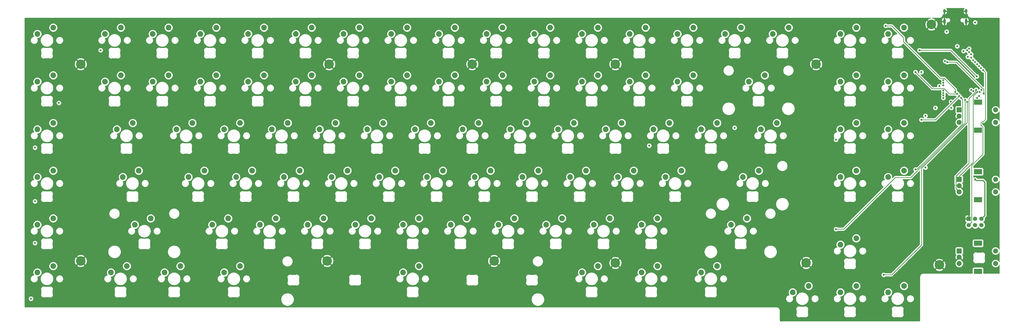
<source format=gbr>
G04 #@! TF.GenerationSoftware,KiCad,Pcbnew,(5.1.4)-1*
G04 #@! TF.CreationDate,2024-04-11T21:59:36-07:00*
G04 #@! TF.ProjectId,keeb,6b656562-2e6b-4696-9361-645f70636258,rev?*
G04 #@! TF.SameCoordinates,Original*
G04 #@! TF.FileFunction,Copper,L3,Inr*
G04 #@! TF.FilePolarity,Positive*
%FSLAX46Y46*%
G04 Gerber Fmt 4.6, Leading zero omitted, Abs format (unit mm)*
G04 Created by KiCad (PCBNEW (5.1.4)-1) date 2024-04-11 21:59:36*
%MOMM*%
%LPD*%
G04 APERTURE LIST*
%ADD10C,2.250000*%
%ADD11O,1.000000X2.100000*%
%ADD12O,1.000000X1.600000*%
%ADD13R,2.000000X2.000000*%
%ADD14C,2.000000*%
%ADD15R,3.200000X2.000000*%
%ADD16R,1.700000X1.700000*%
%ADD17C,1.700000*%
%ADD18C,3.800000*%
%ADD19C,0.800000*%
%ADD20C,0.385000*%
%ADD21C,0.250000*%
%ADD22C,0.254000*%
G04 APERTURE END LIST*
D10*
X295433750Y-140176250D03*
X289083750Y-142716250D03*
X271621250Y-140176250D03*
X265271250Y-142716250D03*
X59690000Y-140176250D03*
X53340000Y-142716250D03*
X104933750Y-140176250D03*
X98583750Y-142716250D03*
X247808750Y-140176250D03*
X241458750Y-142716250D03*
X176371250Y-140176250D03*
X170021250Y-142716250D03*
X81121250Y-140176250D03*
X74771250Y-142716250D03*
X307340000Y-121126250D03*
X300990000Y-123666250D03*
X69215000Y-121126250D03*
X62865000Y-123666250D03*
X312102500Y-102076250D03*
X305752500Y-104616250D03*
X64452500Y-102076250D03*
X58102500Y-104616250D03*
X319246250Y-83026250D03*
X312896250Y-85566250D03*
X314483750Y-63976250D03*
X308133750Y-66516250D03*
X62071250Y-83026250D03*
X55721250Y-85566250D03*
D11*
X386205000Y-42498750D03*
X394845000Y-42498750D03*
D12*
X386205000Y-38318750D03*
X394845000Y-38318750D03*
D13*
X392112500Y-134143750D03*
D14*
X392112500Y-136643750D03*
X392112500Y-139143750D03*
D15*
X399612500Y-131043750D03*
X399612500Y-142243750D03*
D14*
X406612500Y-134143750D03*
X406612500Y-139143750D03*
D13*
X392112500Y-105568750D03*
D14*
X392112500Y-108068750D03*
X392112500Y-110568750D03*
D15*
X399612500Y-102468750D03*
X399612500Y-113668750D03*
D14*
X406612500Y-105568750D03*
X406612500Y-110568750D03*
D13*
X392112500Y-77787500D03*
D14*
X392112500Y-80287500D03*
X392112500Y-82787500D03*
D15*
X399612500Y-74687500D03*
X399612500Y-85887500D03*
D14*
X406612500Y-77787500D03*
X406612500Y-82787500D03*
D10*
X370046250Y-148113750D03*
X363696250Y-150653750D03*
X350996250Y-148113750D03*
X344646250Y-150653750D03*
X331946250Y-148113750D03*
X325596250Y-150653750D03*
X30321250Y-140176250D03*
X23971250Y-142716250D03*
X350996250Y-129063750D03*
X344646250Y-131603750D03*
X271621250Y-121126250D03*
X265271250Y-123666250D03*
X252571250Y-121126250D03*
X246221250Y-123666250D03*
X233521250Y-121126250D03*
X227171250Y-123666250D03*
X214471250Y-121126250D03*
X208121250Y-123666250D03*
X195421250Y-121126250D03*
X189071250Y-123666250D03*
X176371250Y-121126250D03*
X170021250Y-123666250D03*
X157321250Y-121126250D03*
X150971250Y-123666250D03*
X138271250Y-121126250D03*
X131921250Y-123666250D03*
X119221250Y-121126250D03*
X112871250Y-123666250D03*
X100171250Y-121126250D03*
X93821250Y-123666250D03*
X30321250Y-121126250D03*
X23971250Y-123666250D03*
X370046250Y-102076250D03*
X363696250Y-104616250D03*
X344646250Y-104616250D03*
X350996250Y-102076250D03*
X281146250Y-102076250D03*
X274796250Y-104616250D03*
X262096250Y-102076250D03*
X255746250Y-104616250D03*
X243046250Y-102076250D03*
X236696250Y-104616250D03*
X223996250Y-102076250D03*
X217646250Y-104616250D03*
X204946250Y-102076250D03*
X198596250Y-104616250D03*
X185896250Y-102076250D03*
X179546250Y-104616250D03*
X166846250Y-102076250D03*
X160496250Y-104616250D03*
X147796250Y-102076250D03*
X141446250Y-104616250D03*
X128746250Y-102076250D03*
X122396250Y-104616250D03*
X109696250Y-102076250D03*
X103346250Y-104616250D03*
X90646250Y-102076250D03*
X84296250Y-104616250D03*
X30321250Y-102076250D03*
X23971250Y-104616250D03*
X370046250Y-83026250D03*
X363696250Y-85566250D03*
X350996250Y-83026250D03*
X344646250Y-85566250D03*
X295433750Y-83026250D03*
X289083750Y-85566250D03*
X276383750Y-83026250D03*
X270033750Y-85566250D03*
X257333750Y-83026250D03*
X250983750Y-85566250D03*
X238283750Y-83026250D03*
X231933750Y-85566250D03*
X219233750Y-83026250D03*
X212883750Y-85566250D03*
X200183750Y-83026250D03*
X193833750Y-85566250D03*
X181133750Y-83026250D03*
X174783750Y-85566250D03*
X162083750Y-83026250D03*
X155733750Y-85566250D03*
X143033750Y-83026250D03*
X136683750Y-85566250D03*
X123983750Y-83026250D03*
X117633750Y-85566250D03*
X370046250Y-63976250D03*
X363696250Y-66516250D03*
X350996250Y-63976250D03*
X344646250Y-66516250D03*
X285908750Y-63976250D03*
X279558750Y-66516250D03*
X266858750Y-63976250D03*
X260508750Y-66516250D03*
X247808750Y-63976250D03*
X241458750Y-66516250D03*
X228758750Y-63976250D03*
X222408750Y-66516250D03*
X209708750Y-63976250D03*
X203358750Y-66516250D03*
X190658750Y-63976250D03*
X184308750Y-66516250D03*
X171608750Y-63976250D03*
X165258750Y-66516250D03*
X152558750Y-63976250D03*
X146208750Y-66516250D03*
X133508750Y-63976250D03*
X127158750Y-66516250D03*
X114458750Y-63976250D03*
X108108750Y-66516250D03*
X370046250Y-44926250D03*
X363696250Y-47466250D03*
X350996250Y-44926250D03*
X344646250Y-47466250D03*
X324008750Y-44926250D03*
X317658750Y-47466250D03*
X304958750Y-44926250D03*
X298608750Y-47466250D03*
X285908750Y-44926250D03*
X279558750Y-47466250D03*
X266858750Y-44926250D03*
X260508750Y-47466250D03*
X247808750Y-44926250D03*
X241458750Y-47466250D03*
X228758750Y-44926250D03*
X222408750Y-47466250D03*
X209708750Y-44926250D03*
X203358750Y-47466250D03*
X190658750Y-44926250D03*
X184308750Y-47466250D03*
X171608750Y-44926250D03*
X165258750Y-47466250D03*
X152558750Y-44926250D03*
X146208750Y-47466250D03*
X133508750Y-44926250D03*
X127158750Y-47466250D03*
X114458750Y-44926250D03*
X108108750Y-47466250D03*
X104933750Y-83026250D03*
X98583750Y-85566250D03*
X85883750Y-83026250D03*
X79533750Y-85566250D03*
X30321250Y-83026250D03*
X23971250Y-85566250D03*
X95408750Y-63976250D03*
X89058750Y-66516250D03*
X76358750Y-63976250D03*
X70008750Y-66516250D03*
X57308750Y-63976250D03*
X50958750Y-66516250D03*
X30321250Y-63976250D03*
X23971250Y-66516250D03*
X95408750Y-44926250D03*
X89058750Y-47466250D03*
X76358750Y-44926250D03*
X70008750Y-47466250D03*
X57308750Y-44926250D03*
X50958750Y-47466250D03*
X30321250Y-44926250D03*
X23971250Y-47466250D03*
D16*
X395922500Y-121285000D03*
D17*
X395922500Y-123825000D03*
X398462500Y-121285000D03*
X398462500Y-123825000D03*
X401002500Y-121285000D03*
X401002500Y-123825000D03*
D18*
X41275000Y-138112500D03*
X254793750Y-59531250D03*
X330993750Y-138906250D03*
X334962500Y-59531250D03*
X384175000Y-139700000D03*
X381000000Y-43656250D03*
X139700000Y-138112500D03*
X41275000Y-59531250D03*
X206375000Y-138112500D03*
X254793750Y-138906250D03*
X197643750Y-59531250D03*
X140493750Y-59531250D03*
D19*
X386556250Y-52387500D03*
X388937500Y-52387500D03*
X391481551Y-54137801D03*
X381793750Y-55562500D03*
X25400000Y-72231250D03*
X25400000Y-110331250D03*
X31714274Y-95269273D03*
X398462500Y-139700000D03*
X24606250Y-148431250D03*
X32817499Y-132036249D03*
X401637500Y-83343750D03*
X390064499Y-107950000D03*
X388529559Y-112409261D03*
X49212500Y-53975000D03*
X32543750Y-75003011D03*
X23018750Y-92868750D03*
X23018750Y-114300000D03*
X23018750Y-130968750D03*
X21431250Y-153193750D03*
X393815071Y-54295076D03*
X386449377Y-58305201D03*
X396081250Y-53330250D03*
X398462500Y-105568750D03*
X382587500Y-76993750D03*
X268287500Y-92075000D03*
X302418750Y-84931250D03*
X342900000Y-89693750D03*
X387079304Y-46560554D03*
X391318750Y-52387500D03*
X390525000Y-70643750D03*
X362743750Y-44202250D03*
X391318750Y-71437500D03*
X374650000Y-62706250D03*
X385762500Y-65881250D03*
X377031250Y-62706250D03*
X378618750Y-80168750D03*
X392832279Y-73044972D03*
X374650000Y-101600000D03*
X378618750Y-100806250D03*
X394493750Y-73818750D03*
X342900000Y-125412500D03*
X395287500Y-74612500D03*
X361950000Y-143668750D03*
X401637500Y-61912500D03*
X398462500Y-42862500D03*
X400050000Y-72231250D03*
X387350000Y-58737500D03*
X401866389Y-71208612D03*
X399256250Y-73025000D03*
X388822429Y-74497429D03*
X388937500Y-76993750D03*
X376237500Y-53975000D03*
X399141179Y-64408821D03*
X400993034Y-69829030D03*
X400269034Y-70635149D03*
X399256250Y-59531250D03*
X399270801Y-70674348D03*
X398841760Y-69772168D03*
X397750090Y-70331893D03*
X396875000Y-69850000D03*
X384175000Y-68262500D03*
X385762500Y-73052262D03*
X395520900Y-56589649D03*
X392112500Y-72231250D03*
X377031250Y-81756250D03*
X385771619Y-66897513D03*
X385776155Y-67916869D03*
X385762500Y-70055253D03*
X385762500Y-71054256D03*
X385762500Y-72053259D03*
X395333094Y-54018314D03*
X396081250Y-54768750D03*
X396875000Y-55562500D03*
X396875000Y-56944747D03*
X397668750Y-57943750D03*
X398462500Y-58737500D03*
X400050000Y-60325000D03*
X400843750Y-61118750D03*
D20*
X390064499Y-107950000D02*
X390064499Y-110874321D01*
X390064499Y-110874321D02*
X388529559Y-112409261D01*
X401852499Y-120435001D02*
X401002500Y-121285000D01*
X402295189Y-119992311D02*
X401852499Y-120435001D01*
X402295189Y-106731148D02*
X402295189Y-119992311D01*
X401532790Y-105968749D02*
X402295189Y-106731148D01*
X398862499Y-105968749D02*
X401532790Y-105968749D01*
X398462500Y-105568750D02*
X398862499Y-105968749D01*
D21*
X365132744Y-44202250D02*
X362743750Y-44202250D01*
X390525000Y-69572228D02*
X386110021Y-65157249D01*
X390525000Y-70643750D02*
X390525000Y-69572228D01*
X386110021Y-65157249D02*
X384492499Y-65157249D01*
X384492499Y-65157249D02*
X369824151Y-50488901D01*
X369824151Y-50488901D02*
X369824151Y-48893657D01*
X369824151Y-48893657D02*
X365132744Y-44202250D01*
X381275002Y-69331252D02*
X374650000Y-62706250D01*
X386110021Y-69331252D02*
X381275002Y-69331252D01*
X391318750Y-71437500D02*
X388216269Y-71437500D01*
X388216269Y-71437500D02*
X386110021Y-69331252D01*
X375259522Y-101600000D02*
X374650000Y-101600000D01*
X393436501Y-83423021D02*
X375259522Y-101600000D01*
X392832279Y-73044972D02*
X393436501Y-73649194D01*
X393436501Y-73649194D02*
X393436501Y-83423021D01*
X342900000Y-125282022D02*
X342900000Y-125412500D01*
X345944522Y-125412500D02*
X342900000Y-125412500D01*
X366602273Y-104754749D02*
X345944522Y-125412500D01*
X372739769Y-104754749D02*
X366602273Y-104754749D01*
X394493750Y-73818750D02*
X394493750Y-83000768D01*
X394493750Y-83000768D02*
X372739769Y-104754749D01*
X395287500Y-82842014D02*
X377031250Y-101098264D01*
X395287500Y-74612500D02*
X395287500Y-82842014D01*
X377031250Y-101098264D02*
X377031250Y-131762500D01*
X377031250Y-131762500D02*
X365125000Y-143668750D01*
X365125000Y-143668750D02*
X361950000Y-143668750D01*
X402590390Y-62865390D02*
X402037499Y-62312499D01*
X402590390Y-81618068D02*
X402590390Y-62865390D01*
X401226420Y-82505757D02*
X401702701Y-82505757D01*
X400843750Y-82888427D02*
X401226420Y-82505757D01*
X402037499Y-62312499D02*
X401637500Y-61912500D01*
X400843750Y-83935548D02*
X400843750Y-82888427D01*
X401702701Y-82505757D02*
X402590390Y-81618068D01*
X401536501Y-84628299D02*
X400843750Y-83935548D01*
X401536501Y-95529745D02*
X401536501Y-84628299D01*
X397096501Y-99969745D02*
X401536501Y-95529745D01*
X397096501Y-122650999D02*
X397096501Y-99969745D01*
X395922500Y-123825000D02*
X397096501Y-122650999D01*
X387915685Y-58737500D02*
X387350000Y-58737500D01*
X390973026Y-58737500D02*
X387915685Y-58737500D01*
X401866389Y-69630863D02*
X390973026Y-58737500D01*
X401866389Y-71208612D02*
X401866389Y-69630863D01*
X376237500Y-53975000D02*
X388707358Y-53975000D01*
X388707358Y-53975000D02*
X399141179Y-64408821D01*
X392112500Y-104318750D02*
X392112500Y-105568750D01*
X397668750Y-98762500D02*
X392112500Y-104318750D01*
X397668750Y-72276399D02*
X397668750Y-98762500D01*
X399270801Y-70674348D02*
X397668750Y-72276399D01*
X391112501Y-109568751D02*
X392112500Y-110568750D01*
X390788499Y-109244749D02*
X391112501Y-109568751D01*
X396011501Y-99086547D02*
X390788499Y-104309549D01*
X396011501Y-73298652D02*
X396011501Y-99086547D01*
X398546800Y-70763353D02*
X396011501Y-73298652D01*
X390788499Y-104309549D02*
X390788499Y-109244749D01*
X398546800Y-70067128D02*
X398546800Y-70763353D01*
X398841760Y-69772168D02*
X398546800Y-70067128D01*
X392112500Y-72231250D02*
X382587500Y-81756250D01*
X382587500Y-81756250D02*
X377031250Y-81756250D01*
D22*
G36*
X393971839Y-37282581D02*
G01*
X393844997Y-37467072D01*
X393756585Y-37672763D01*
X393710000Y-37891750D01*
X393710000Y-38191750D01*
X394718000Y-38191750D01*
X394718000Y-38171750D01*
X394972000Y-38171750D01*
X394972000Y-38191750D01*
X394992000Y-38191750D01*
X394992000Y-38445750D01*
X394972000Y-38445750D01*
X394972000Y-39586704D01*
X395146874Y-39712869D01*
X395369976Y-39633026D01*
X395421251Y-39599740D01*
X395421251Y-39719919D01*
X395424019Y-39748021D01*
X395423985Y-39752859D01*
X395424885Y-39762030D01*
X395441078Y-39916096D01*
X395453104Y-39974682D01*
X395464315Y-40033453D01*
X395466979Y-40042274D01*
X395512788Y-40190258D01*
X395535963Y-40245390D01*
X395558376Y-40300864D01*
X395562702Y-40309001D01*
X395636382Y-40445270D01*
X395669817Y-40494838D01*
X395702588Y-40544919D01*
X395708413Y-40552060D01*
X395807159Y-40671423D01*
X395849593Y-40713562D01*
X395891456Y-40756311D01*
X395898557Y-40762185D01*
X396018605Y-40860094D01*
X396068432Y-40893199D01*
X396117788Y-40926994D01*
X396125894Y-40931377D01*
X396262675Y-41004104D01*
X396317977Y-41026898D01*
X396372960Y-41050464D01*
X396381763Y-41053189D01*
X396530064Y-41097964D01*
X396588767Y-41109587D01*
X396647256Y-41122020D01*
X396656421Y-41122983D01*
X396810594Y-41138100D01*
X396810598Y-41138100D01*
X396842581Y-41141250D01*
X407955221Y-41141250D01*
X408012862Y-41146902D01*
X408037263Y-41154269D01*
X408059765Y-41166233D01*
X408079514Y-41182341D01*
X408095759Y-41201977D01*
X408107883Y-41224401D01*
X408115418Y-41248742D01*
X408121250Y-41304226D01*
X408121250Y-77157485D01*
X408061418Y-77013037D01*
X407882487Y-76745248D01*
X407654752Y-76517513D01*
X407386963Y-76338582D01*
X407089412Y-76215332D01*
X406773533Y-76152500D01*
X406451467Y-76152500D01*
X406135588Y-76215332D01*
X405838037Y-76338582D01*
X405570248Y-76517513D01*
X405342513Y-76745248D01*
X405163582Y-77013037D01*
X405040332Y-77310588D01*
X404977500Y-77626467D01*
X404977500Y-77948533D01*
X405040332Y-78264412D01*
X405163582Y-78561963D01*
X405342513Y-78829752D01*
X405570248Y-79057487D01*
X405838037Y-79236418D01*
X406135588Y-79359668D01*
X406451467Y-79422500D01*
X406773533Y-79422500D01*
X407089412Y-79359668D01*
X407386963Y-79236418D01*
X407654752Y-79057487D01*
X407882487Y-78829752D01*
X408061418Y-78561963D01*
X408121250Y-78417515D01*
X408121250Y-82157485D01*
X408061418Y-82013037D01*
X407882487Y-81745248D01*
X407654752Y-81517513D01*
X407386963Y-81338582D01*
X407089412Y-81215332D01*
X406773533Y-81152500D01*
X406451467Y-81152500D01*
X406135588Y-81215332D01*
X405838037Y-81338582D01*
X405570248Y-81517513D01*
X405342513Y-81745248D01*
X405163582Y-82013037D01*
X405040332Y-82310588D01*
X404977500Y-82626467D01*
X404977500Y-82948533D01*
X405040332Y-83264412D01*
X405163582Y-83561963D01*
X405342513Y-83829752D01*
X405570248Y-84057487D01*
X405838037Y-84236418D01*
X406135588Y-84359668D01*
X406451467Y-84422500D01*
X406773533Y-84422500D01*
X407089412Y-84359668D01*
X407386963Y-84236418D01*
X407654752Y-84057487D01*
X407882487Y-83829752D01*
X408061418Y-83561963D01*
X408121250Y-83417515D01*
X408121251Y-104938735D01*
X408061418Y-104794287D01*
X407882487Y-104526498D01*
X407654752Y-104298763D01*
X407386963Y-104119832D01*
X407089412Y-103996582D01*
X406773533Y-103933750D01*
X406451467Y-103933750D01*
X406135588Y-103996582D01*
X405838037Y-104119832D01*
X405570248Y-104298763D01*
X405342513Y-104526498D01*
X405163582Y-104794287D01*
X405040332Y-105091838D01*
X404977500Y-105407717D01*
X404977500Y-105729783D01*
X405040332Y-106045662D01*
X405163582Y-106343213D01*
X405342513Y-106611002D01*
X405570248Y-106838737D01*
X405838037Y-107017668D01*
X406135588Y-107140918D01*
X406451467Y-107203750D01*
X406773533Y-107203750D01*
X407089412Y-107140918D01*
X407386963Y-107017668D01*
X407654752Y-106838737D01*
X407882487Y-106611002D01*
X408061418Y-106343213D01*
X408121251Y-106198764D01*
X408121251Y-109938736D01*
X408061418Y-109794287D01*
X407882487Y-109526498D01*
X407654752Y-109298763D01*
X407386963Y-109119832D01*
X407089412Y-108996582D01*
X406773533Y-108933750D01*
X406451467Y-108933750D01*
X406135588Y-108996582D01*
X405838037Y-109119832D01*
X405570248Y-109298763D01*
X405342513Y-109526498D01*
X405163582Y-109794287D01*
X405040332Y-110091838D01*
X404977500Y-110407717D01*
X404977500Y-110729783D01*
X405040332Y-111045662D01*
X405163582Y-111343213D01*
X405342513Y-111611002D01*
X405570248Y-111838737D01*
X405838037Y-112017668D01*
X406135588Y-112140918D01*
X406451467Y-112203750D01*
X406773533Y-112203750D01*
X407089412Y-112140918D01*
X407386963Y-112017668D01*
X407654752Y-111838737D01*
X407882487Y-111611002D01*
X408061418Y-111343213D01*
X408121251Y-111198764D01*
X408121251Y-133513736D01*
X408061418Y-133369287D01*
X407882487Y-133101498D01*
X407654752Y-132873763D01*
X407386963Y-132694832D01*
X407089412Y-132571582D01*
X406773533Y-132508750D01*
X406451467Y-132508750D01*
X406135588Y-132571582D01*
X405838037Y-132694832D01*
X405570248Y-132873763D01*
X405342513Y-133101498D01*
X405163582Y-133369287D01*
X405040332Y-133666838D01*
X404977500Y-133982717D01*
X404977500Y-134304783D01*
X405040332Y-134620662D01*
X405163582Y-134918213D01*
X405342513Y-135186002D01*
X405570248Y-135413737D01*
X405838037Y-135592668D01*
X406135588Y-135715918D01*
X406451467Y-135778750D01*
X406773533Y-135778750D01*
X407089412Y-135715918D01*
X407386963Y-135592668D01*
X407654752Y-135413737D01*
X407882487Y-135186002D01*
X408061418Y-134918213D01*
X408121250Y-134773766D01*
X408121251Y-138513735D01*
X408061418Y-138369287D01*
X407882487Y-138101498D01*
X407654752Y-137873763D01*
X407386963Y-137694832D01*
X407089412Y-137571582D01*
X406773533Y-137508750D01*
X406451467Y-137508750D01*
X406135588Y-137571582D01*
X405838037Y-137694832D01*
X405570248Y-137873763D01*
X405342513Y-138101498D01*
X405163582Y-138369287D01*
X405040332Y-138666838D01*
X404977500Y-138982717D01*
X404977500Y-139304783D01*
X405040332Y-139620662D01*
X405163582Y-139918213D01*
X405342513Y-140186002D01*
X405570248Y-140413737D01*
X405838037Y-140592668D01*
X406135588Y-140715918D01*
X406451467Y-140778750D01*
X406773533Y-140778750D01*
X407089412Y-140715918D01*
X407386963Y-140592668D01*
X407654752Y-140413737D01*
X407882487Y-140186002D01*
X408061418Y-139918213D01*
X408121251Y-139773765D01*
X408121251Y-142842711D01*
X408115598Y-142900364D01*
X408108232Y-142924760D01*
X408096266Y-142947266D01*
X408080159Y-142967014D01*
X408060523Y-142983259D01*
X408038099Y-142995383D01*
X408013758Y-143002918D01*
X407958275Y-143008750D01*
X401850572Y-143008750D01*
X401850572Y-141243750D01*
X401838312Y-141119268D01*
X401802002Y-140999570D01*
X401743037Y-140889256D01*
X401663685Y-140792565D01*
X401566994Y-140713213D01*
X401456680Y-140654248D01*
X401336982Y-140617938D01*
X401212500Y-140605678D01*
X398012500Y-140605678D01*
X397888018Y-140617938D01*
X397768320Y-140654248D01*
X397658006Y-140713213D01*
X397561315Y-140792565D01*
X397481963Y-140889256D01*
X397422998Y-140999570D01*
X397386688Y-141119268D01*
X397374428Y-141243750D01*
X397374428Y-143008750D01*
X377792581Y-143008750D01*
X377764469Y-143011519D01*
X377759641Y-143011485D01*
X377750470Y-143012385D01*
X377596405Y-143028578D01*
X377537825Y-143040603D01*
X377479047Y-143051815D01*
X377470226Y-143054479D01*
X377322242Y-143100288D01*
X377267099Y-143123468D01*
X377211636Y-143145876D01*
X377203499Y-143150202D01*
X377067230Y-143223882D01*
X377017662Y-143257317D01*
X376967581Y-143290088D01*
X376960440Y-143295913D01*
X376841077Y-143394659D01*
X376798938Y-143437093D01*
X376756189Y-143478956D01*
X376750315Y-143486057D01*
X376652406Y-143606105D01*
X376619301Y-143655932D01*
X376585506Y-143705288D01*
X376581123Y-143713394D01*
X376508396Y-143850174D01*
X376485596Y-143905491D01*
X376462036Y-143960460D01*
X376459312Y-143969263D01*
X376414536Y-144117564D01*
X376402911Y-144176273D01*
X376390480Y-144234756D01*
X376389517Y-144243921D01*
X376374400Y-144398095D01*
X376371250Y-144430082D01*
X376371251Y-161892711D01*
X376365598Y-161950364D01*
X376358232Y-161974760D01*
X376346266Y-161997266D01*
X376330159Y-162017014D01*
X376310523Y-162033259D01*
X376288099Y-162045383D01*
X376263758Y-162052918D01*
X376208275Y-162058750D01*
X320707279Y-162058750D01*
X320649636Y-162053098D01*
X320625240Y-162045732D01*
X320602734Y-162033766D01*
X320582986Y-162017659D01*
X320566741Y-161998023D01*
X320554617Y-161975599D01*
X320547082Y-161951258D01*
X320541250Y-161895775D01*
X320541250Y-159566494D01*
X326923298Y-159566494D01*
X326923682Y-159576050D01*
X326928277Y-159673525D01*
X326937238Y-159734957D01*
X326945342Y-159796519D01*
X326947574Y-159805819D01*
X326971015Y-159900544D01*
X326991741Y-159959072D01*
X327011644Y-160017876D01*
X327015641Y-160026565D01*
X327057035Y-160114935D01*
X327088717Y-160168294D01*
X327119678Y-160222139D01*
X327125286Y-160229886D01*
X327183055Y-160308531D01*
X327224505Y-160354728D01*
X327265330Y-160401528D01*
X327272336Y-160408039D01*
X327344281Y-160473966D01*
X327393926Y-160511241D01*
X327443052Y-160549211D01*
X327451189Y-160554237D01*
X327534570Y-160604934D01*
X327590515Y-160631859D01*
X327646069Y-160659558D01*
X327655027Y-160662908D01*
X327746666Y-160696445D01*
X327806780Y-160711992D01*
X327866663Y-160728375D01*
X327876101Y-160729921D01*
X327972508Y-160745019D01*
X328034494Y-160748594D01*
X328096415Y-160753033D01*
X328105974Y-160752716D01*
X328105975Y-160752716D01*
X328203479Y-160748801D01*
X328264943Y-160740273D01*
X328326583Y-160732596D01*
X328335898Y-160730429D01*
X328430785Y-160707650D01*
X328489482Y-160687325D01*
X328548396Y-160667842D01*
X328557113Y-160663907D01*
X328645768Y-160623132D01*
X328658013Y-160617500D01*
X330156382Y-160617500D01*
X330165514Y-160622921D01*
X330174204Y-160626916D01*
X330263146Y-160667063D01*
X330321969Y-160686967D01*
X330380479Y-160707679D01*
X330389779Y-160709911D01*
X330389782Y-160709912D01*
X330389785Y-160709912D01*
X330484824Y-160732018D01*
X330546387Y-160740116D01*
X330607814Y-160749071D01*
X330617371Y-160749454D01*
X330714900Y-160752679D01*
X330776852Y-160748666D01*
X330838861Y-160745518D01*
X330848310Y-160744037D01*
X330944608Y-160728257D01*
X331004584Y-160712291D01*
X331064815Y-160697156D01*
X331073796Y-160693868D01*
X331165196Y-160659684D01*
X331220935Y-160632370D01*
X331277076Y-160605825D01*
X331285248Y-160600856D01*
X331368267Y-160549570D01*
X331417652Y-160511940D01*
X331467553Y-160475007D01*
X331474599Y-160468549D01*
X331474605Y-160468544D01*
X331474610Y-160468539D01*
X331546080Y-160402111D01*
X331587214Y-160355607D01*
X331628992Y-160309684D01*
X331634653Y-160301975D01*
X331691865Y-160222922D01*
X331723185Y-160169311D01*
X331755247Y-160116149D01*
X331759303Y-160107488D01*
X331800070Y-160018828D01*
X331820369Y-159960187D01*
X331841505Y-159901780D01*
X331843802Y-159892495D01*
X331866572Y-159797606D01*
X331875104Y-159736069D01*
X331884482Y-159674740D01*
X331884932Y-159665187D01*
X331888838Y-159567682D01*
X331888770Y-159566494D01*
X345973298Y-159566494D01*
X345973682Y-159576050D01*
X345978277Y-159673525D01*
X345987238Y-159734957D01*
X345995342Y-159796519D01*
X345997574Y-159805819D01*
X346021015Y-159900544D01*
X346041741Y-159959072D01*
X346061644Y-160017876D01*
X346065641Y-160026565D01*
X346107035Y-160114935D01*
X346138717Y-160168294D01*
X346169678Y-160222139D01*
X346175286Y-160229886D01*
X346233055Y-160308531D01*
X346274505Y-160354728D01*
X346315330Y-160401528D01*
X346322336Y-160408039D01*
X346394281Y-160473966D01*
X346443926Y-160511241D01*
X346493052Y-160549211D01*
X346501189Y-160554237D01*
X346584570Y-160604934D01*
X346640515Y-160631859D01*
X346696069Y-160659558D01*
X346705027Y-160662908D01*
X346796666Y-160696445D01*
X346856780Y-160711992D01*
X346916663Y-160728375D01*
X346926101Y-160729921D01*
X347022508Y-160745019D01*
X347084494Y-160748594D01*
X347146415Y-160753033D01*
X347155974Y-160752716D01*
X347155975Y-160752716D01*
X347253479Y-160748801D01*
X347314943Y-160740273D01*
X347376583Y-160732596D01*
X347385898Y-160730429D01*
X347480785Y-160707650D01*
X347539482Y-160687325D01*
X347598396Y-160667842D01*
X347607113Y-160663907D01*
X347695768Y-160623132D01*
X347708013Y-160617500D01*
X349206382Y-160617500D01*
X349215514Y-160622921D01*
X349224204Y-160626916D01*
X349313146Y-160667063D01*
X349371969Y-160686967D01*
X349430479Y-160707679D01*
X349439779Y-160709911D01*
X349439782Y-160709912D01*
X349439785Y-160709912D01*
X349534824Y-160732018D01*
X349596387Y-160740116D01*
X349657814Y-160749071D01*
X349667371Y-160749454D01*
X349764900Y-160752679D01*
X349826852Y-160748666D01*
X349888861Y-160745518D01*
X349898310Y-160744037D01*
X349994608Y-160728257D01*
X350054584Y-160712291D01*
X350114815Y-160697156D01*
X350123796Y-160693868D01*
X350215196Y-160659684D01*
X350270935Y-160632370D01*
X350327076Y-160605825D01*
X350335248Y-160600856D01*
X350418267Y-160549570D01*
X350467652Y-160511940D01*
X350517553Y-160475007D01*
X350524599Y-160468549D01*
X350524605Y-160468544D01*
X350524610Y-160468539D01*
X350596080Y-160402111D01*
X350637214Y-160355607D01*
X350678992Y-160309684D01*
X350684653Y-160301975D01*
X350741865Y-160222922D01*
X350773185Y-160169311D01*
X350805247Y-160116149D01*
X350809303Y-160107488D01*
X350850070Y-160018828D01*
X350870369Y-159960187D01*
X350891505Y-159901780D01*
X350893802Y-159892495D01*
X350916572Y-159797606D01*
X350925104Y-159736069D01*
X350934482Y-159674740D01*
X350934932Y-159665187D01*
X350938838Y-159567682D01*
X350938770Y-159566494D01*
X365023298Y-159566494D01*
X365023682Y-159576050D01*
X365028277Y-159673525D01*
X365037238Y-159734957D01*
X365045342Y-159796519D01*
X365047574Y-159805819D01*
X365071015Y-159900544D01*
X365091741Y-159959072D01*
X365111644Y-160017876D01*
X365115641Y-160026565D01*
X365157035Y-160114935D01*
X365188717Y-160168294D01*
X365219678Y-160222139D01*
X365225286Y-160229886D01*
X365283055Y-160308531D01*
X365324505Y-160354728D01*
X365365330Y-160401528D01*
X365372336Y-160408039D01*
X365444281Y-160473966D01*
X365493926Y-160511241D01*
X365543052Y-160549211D01*
X365551189Y-160554237D01*
X365634570Y-160604934D01*
X365690515Y-160631859D01*
X365746069Y-160659558D01*
X365755027Y-160662908D01*
X365846666Y-160696445D01*
X365906780Y-160711992D01*
X365966663Y-160728375D01*
X365976101Y-160729921D01*
X366072508Y-160745019D01*
X366134494Y-160748594D01*
X366196415Y-160753033D01*
X366205974Y-160752716D01*
X366205975Y-160752716D01*
X366303479Y-160748801D01*
X366364943Y-160740273D01*
X366426583Y-160732596D01*
X366435898Y-160730429D01*
X366530785Y-160707650D01*
X366589482Y-160687325D01*
X366648396Y-160667842D01*
X366657113Y-160663907D01*
X366745768Y-160623132D01*
X366758013Y-160617500D01*
X368256382Y-160617500D01*
X368265514Y-160622921D01*
X368274204Y-160626916D01*
X368363146Y-160667063D01*
X368421969Y-160686967D01*
X368480479Y-160707679D01*
X368489779Y-160709911D01*
X368489782Y-160709912D01*
X368489785Y-160709912D01*
X368584824Y-160732018D01*
X368646387Y-160740116D01*
X368707814Y-160749071D01*
X368717371Y-160749454D01*
X368814900Y-160752679D01*
X368876852Y-160748666D01*
X368938861Y-160745518D01*
X368948310Y-160744037D01*
X369044608Y-160728257D01*
X369104584Y-160712291D01*
X369164815Y-160697156D01*
X369173796Y-160693868D01*
X369265196Y-160659684D01*
X369320935Y-160632370D01*
X369377076Y-160605825D01*
X369385248Y-160600856D01*
X369468267Y-160549570D01*
X369517652Y-160511940D01*
X369567553Y-160475007D01*
X369574599Y-160468549D01*
X369574605Y-160468544D01*
X369574610Y-160468539D01*
X369646080Y-160402111D01*
X369687214Y-160355607D01*
X369728992Y-160309684D01*
X369734653Y-160301975D01*
X369791865Y-160222922D01*
X369823185Y-160169311D01*
X369855247Y-160116149D01*
X369859303Y-160107488D01*
X369900070Y-160018828D01*
X369920369Y-159960187D01*
X369941505Y-159901780D01*
X369943802Y-159892495D01*
X369966572Y-159797606D01*
X369975104Y-159736069D01*
X369984482Y-159674740D01*
X369984932Y-159665187D01*
X369988838Y-159567682D01*
X369985258Y-159505707D01*
X369982542Y-159443669D01*
X369981128Y-159434210D01*
X369966019Y-159337803D01*
X369950470Y-159277707D01*
X369935758Y-159217386D01*
X369932534Y-159208382D01*
X369898989Y-159116746D01*
X369891249Y-159095602D01*
X369891249Y-157765233D01*
X369891391Y-157764763D01*
X369898874Y-157749489D01*
X369902161Y-157740507D01*
X369935057Y-157648636D01*
X369950182Y-157588423D01*
X369966148Y-157528419D01*
X369967628Y-157518970D01*
X369982052Y-157422460D01*
X369985193Y-157360466D01*
X369989201Y-157298508D01*
X369988817Y-157288951D01*
X369984222Y-157191477D01*
X369975261Y-157130045D01*
X369967157Y-157068483D01*
X369964927Y-157059196D01*
X369964926Y-157059188D01*
X369964923Y-157059181D01*
X369941484Y-156964458D01*
X369920758Y-156905930D01*
X369900855Y-156847126D01*
X369896859Y-156838437D01*
X369855464Y-156750068D01*
X369823792Y-156696725D01*
X369792821Y-156642863D01*
X369787213Y-156635116D01*
X369729444Y-156556471D01*
X369687994Y-156510274D01*
X369647169Y-156463474D01*
X369640163Y-156456963D01*
X369568218Y-156391036D01*
X369518587Y-156353771D01*
X369469450Y-156315793D01*
X369461313Y-156310767D01*
X369377934Y-156260070D01*
X369321989Y-156233145D01*
X369266425Y-156205441D01*
X369257467Y-156202092D01*
X369165827Y-156168555D01*
X369105698Y-156153004D01*
X369045843Y-156136629D01*
X369036404Y-156135083D01*
X368939997Y-156119984D01*
X368878021Y-156116409D01*
X368816084Y-156111969D01*
X368806525Y-156112285D01*
X368709021Y-156116201D01*
X368647557Y-156124729D01*
X368585917Y-156132406D01*
X368576602Y-156134573D01*
X368481715Y-156157352D01*
X368423006Y-156177681D01*
X368364099Y-156197162D01*
X368355391Y-156201094D01*
X368355385Y-156201096D01*
X368355382Y-156201098D01*
X368267048Y-156241726D01*
X368266731Y-156241869D01*
X368254486Y-156247501D01*
X366756118Y-156247501D01*
X366746986Y-156242080D01*
X366738296Y-156238085D01*
X366649354Y-156197938D01*
X366590562Y-156178045D01*
X366532020Y-156157321D01*
X366522726Y-156155092D01*
X366522718Y-156155089D01*
X366522710Y-156155088D01*
X366427674Y-156132983D01*
X366366125Y-156124887D01*
X366304685Y-156115930D01*
X366295128Y-156115547D01*
X366197598Y-156112322D01*
X366135628Y-156116336D01*
X366073632Y-156119484D01*
X366064183Y-156120965D01*
X365967884Y-156136746D01*
X365907888Y-156152717D01*
X365847684Y-156167846D01*
X365838702Y-156171134D01*
X365747303Y-156205318D01*
X365691565Y-156232631D01*
X365635423Y-156259177D01*
X365627251Y-156264146D01*
X365544232Y-156315432D01*
X365494837Y-156353070D01*
X365444942Y-156389999D01*
X365437891Y-156396461D01*
X365366415Y-156462896D01*
X365325290Y-156509390D01*
X365283510Y-156555316D01*
X365277848Y-156563025D01*
X365220636Y-156642077D01*
X365189321Y-156695678D01*
X365157251Y-156748855D01*
X365153195Y-156757516D01*
X365112428Y-156846177D01*
X365092123Y-156904835D01*
X365070994Y-156963223D01*
X365068697Y-156972508D01*
X365045927Y-157067397D01*
X365037399Y-157128907D01*
X365028016Y-157190270D01*
X365027567Y-157199823D01*
X365023662Y-157297328D01*
X365027242Y-157359292D01*
X365029958Y-157421334D01*
X365031373Y-157430794D01*
X365046481Y-157527200D01*
X365062030Y-157587297D01*
X365076742Y-157647617D01*
X365079966Y-157656621D01*
X365113511Y-157748256D01*
X365121252Y-157769402D01*
X365121251Y-159099768D01*
X365121110Y-159100236D01*
X365113626Y-159115512D01*
X365110339Y-159124494D01*
X365077443Y-159216365D01*
X365062318Y-159276578D01*
X365046353Y-159336576D01*
X365044872Y-159346025D01*
X365030448Y-159442536D01*
X365027307Y-159504517D01*
X365023298Y-159566494D01*
X350938770Y-159566494D01*
X350935258Y-159505707D01*
X350932542Y-159443669D01*
X350931128Y-159434210D01*
X350916019Y-159337803D01*
X350900470Y-159277707D01*
X350885758Y-159217386D01*
X350882534Y-159208382D01*
X350848989Y-159116746D01*
X350841249Y-159095602D01*
X350841249Y-157765233D01*
X350841391Y-157764763D01*
X350848874Y-157749489D01*
X350852161Y-157740507D01*
X350885057Y-157648636D01*
X350900182Y-157588423D01*
X350916148Y-157528419D01*
X350917628Y-157518970D01*
X350932052Y-157422460D01*
X350935193Y-157360466D01*
X350939201Y-157298508D01*
X350938817Y-157288951D01*
X350934222Y-157191477D01*
X350925261Y-157130045D01*
X350917157Y-157068483D01*
X350914927Y-157059196D01*
X350914926Y-157059188D01*
X350914923Y-157059181D01*
X350891484Y-156964458D01*
X350870758Y-156905930D01*
X350850855Y-156847126D01*
X350846859Y-156838437D01*
X350805464Y-156750068D01*
X350773792Y-156696725D01*
X350742821Y-156642863D01*
X350737213Y-156635116D01*
X350679444Y-156556471D01*
X350637994Y-156510274D01*
X350597169Y-156463474D01*
X350590163Y-156456963D01*
X350518218Y-156391036D01*
X350468587Y-156353771D01*
X350419450Y-156315793D01*
X350411313Y-156310767D01*
X350327934Y-156260070D01*
X350271989Y-156233145D01*
X350216425Y-156205441D01*
X350207467Y-156202092D01*
X350115827Y-156168555D01*
X350055698Y-156153004D01*
X349995843Y-156136629D01*
X349986404Y-156135083D01*
X349889997Y-156119984D01*
X349828021Y-156116409D01*
X349766084Y-156111969D01*
X349756525Y-156112285D01*
X349659021Y-156116201D01*
X349597557Y-156124729D01*
X349535917Y-156132406D01*
X349526602Y-156134573D01*
X349431715Y-156157352D01*
X349373006Y-156177681D01*
X349314099Y-156197162D01*
X349305391Y-156201094D01*
X349305385Y-156201096D01*
X349305382Y-156201098D01*
X349217048Y-156241726D01*
X349216731Y-156241869D01*
X349204486Y-156247501D01*
X347706118Y-156247501D01*
X347696986Y-156242080D01*
X347688296Y-156238085D01*
X347599354Y-156197938D01*
X347540562Y-156178045D01*
X347482020Y-156157321D01*
X347472726Y-156155092D01*
X347472718Y-156155089D01*
X347472710Y-156155088D01*
X347377674Y-156132983D01*
X347316125Y-156124887D01*
X347254685Y-156115930D01*
X347245128Y-156115547D01*
X347147598Y-156112322D01*
X347085628Y-156116336D01*
X347023632Y-156119484D01*
X347014183Y-156120965D01*
X346917884Y-156136746D01*
X346857888Y-156152717D01*
X346797684Y-156167846D01*
X346788702Y-156171134D01*
X346697303Y-156205318D01*
X346641565Y-156232631D01*
X346585423Y-156259177D01*
X346577251Y-156264146D01*
X346494232Y-156315432D01*
X346444837Y-156353070D01*
X346394942Y-156389999D01*
X346387891Y-156396461D01*
X346316415Y-156462896D01*
X346275290Y-156509390D01*
X346233510Y-156555316D01*
X346227848Y-156563025D01*
X346170636Y-156642077D01*
X346139321Y-156695678D01*
X346107251Y-156748855D01*
X346103195Y-156757516D01*
X346062428Y-156846177D01*
X346042123Y-156904835D01*
X346020994Y-156963223D01*
X346018697Y-156972508D01*
X345995927Y-157067397D01*
X345987399Y-157128907D01*
X345978016Y-157190270D01*
X345977567Y-157199823D01*
X345973662Y-157297328D01*
X345977242Y-157359292D01*
X345979958Y-157421334D01*
X345981373Y-157430794D01*
X345996481Y-157527200D01*
X346012030Y-157587297D01*
X346026742Y-157647617D01*
X346029966Y-157656621D01*
X346063511Y-157748256D01*
X346071252Y-157769402D01*
X346071251Y-159099768D01*
X346071110Y-159100236D01*
X346063626Y-159115512D01*
X346060339Y-159124494D01*
X346027443Y-159216365D01*
X346012318Y-159276578D01*
X345996353Y-159336576D01*
X345994872Y-159346025D01*
X345980448Y-159442536D01*
X345977307Y-159504517D01*
X345973298Y-159566494D01*
X331888770Y-159566494D01*
X331885258Y-159505707D01*
X331882542Y-159443669D01*
X331881128Y-159434210D01*
X331866019Y-159337803D01*
X331850470Y-159277707D01*
X331835758Y-159217386D01*
X331832534Y-159208382D01*
X331798989Y-159116746D01*
X331791249Y-159095602D01*
X331791249Y-157765233D01*
X331791391Y-157764763D01*
X331798874Y-157749489D01*
X331802161Y-157740507D01*
X331835057Y-157648636D01*
X331850182Y-157588423D01*
X331866148Y-157528419D01*
X331867628Y-157518970D01*
X331882052Y-157422460D01*
X331885193Y-157360466D01*
X331889201Y-157298508D01*
X331888817Y-157288951D01*
X331884222Y-157191477D01*
X331875261Y-157130045D01*
X331867157Y-157068483D01*
X331864927Y-157059196D01*
X331864926Y-157059188D01*
X331864923Y-157059181D01*
X331841484Y-156964458D01*
X331820758Y-156905930D01*
X331800855Y-156847126D01*
X331796859Y-156838437D01*
X331755464Y-156750068D01*
X331723792Y-156696725D01*
X331692821Y-156642863D01*
X331687213Y-156635116D01*
X331629444Y-156556471D01*
X331587994Y-156510274D01*
X331547169Y-156463474D01*
X331540163Y-156456963D01*
X331468218Y-156391036D01*
X331418587Y-156353771D01*
X331369450Y-156315793D01*
X331361313Y-156310767D01*
X331277934Y-156260070D01*
X331221989Y-156233145D01*
X331166425Y-156205441D01*
X331157467Y-156202092D01*
X331065827Y-156168555D01*
X331005698Y-156153004D01*
X330945843Y-156136629D01*
X330936404Y-156135083D01*
X330839997Y-156119984D01*
X330778021Y-156116409D01*
X330716084Y-156111969D01*
X330706525Y-156112285D01*
X330609021Y-156116201D01*
X330547557Y-156124729D01*
X330485917Y-156132406D01*
X330476602Y-156134573D01*
X330381715Y-156157352D01*
X330323006Y-156177681D01*
X330264099Y-156197162D01*
X330255391Y-156201094D01*
X330255385Y-156201096D01*
X330255382Y-156201098D01*
X330167048Y-156241726D01*
X330166731Y-156241869D01*
X330154486Y-156247501D01*
X328656118Y-156247501D01*
X328646986Y-156242080D01*
X328638296Y-156238085D01*
X328549354Y-156197938D01*
X328490562Y-156178045D01*
X328432020Y-156157321D01*
X328422726Y-156155092D01*
X328422718Y-156155089D01*
X328422710Y-156155088D01*
X328327674Y-156132983D01*
X328266125Y-156124887D01*
X328204685Y-156115930D01*
X328195128Y-156115547D01*
X328097598Y-156112322D01*
X328035628Y-156116336D01*
X327973632Y-156119484D01*
X327964183Y-156120965D01*
X327867884Y-156136746D01*
X327807888Y-156152717D01*
X327747684Y-156167846D01*
X327738702Y-156171134D01*
X327647303Y-156205318D01*
X327591565Y-156232631D01*
X327535423Y-156259177D01*
X327527251Y-156264146D01*
X327444232Y-156315432D01*
X327394837Y-156353070D01*
X327344942Y-156389999D01*
X327337891Y-156396461D01*
X327266415Y-156462896D01*
X327225290Y-156509390D01*
X327183510Y-156555316D01*
X327177848Y-156563025D01*
X327120636Y-156642077D01*
X327089321Y-156695678D01*
X327057251Y-156748855D01*
X327053195Y-156757516D01*
X327012428Y-156846177D01*
X326992123Y-156904835D01*
X326970994Y-156963223D01*
X326968697Y-156972508D01*
X326945927Y-157067397D01*
X326937399Y-157128907D01*
X326928016Y-157190270D01*
X326927567Y-157199823D01*
X326923662Y-157297328D01*
X326927242Y-157359292D01*
X326929958Y-157421334D01*
X326931373Y-157430794D01*
X326946481Y-157527200D01*
X326962030Y-157587297D01*
X326976742Y-157647617D01*
X326979966Y-157656621D01*
X327013511Y-157748256D01*
X327021252Y-157769402D01*
X327021251Y-159099768D01*
X327021110Y-159100236D01*
X327013626Y-159115512D01*
X327010339Y-159124494D01*
X326977443Y-159216365D01*
X326962318Y-159276578D01*
X326946353Y-159336576D01*
X326944872Y-159346025D01*
X326930448Y-159442536D01*
X326927307Y-159504517D01*
X326923298Y-159566494D01*
X320541250Y-159566494D01*
X320541250Y-157923831D01*
X320538481Y-157895719D01*
X320538515Y-157890891D01*
X320537615Y-157881720D01*
X320521422Y-157727655D01*
X320509397Y-157669075D01*
X320498185Y-157610297D01*
X320495521Y-157601476D01*
X320449712Y-157453492D01*
X320426532Y-157398349D01*
X320404124Y-157342886D01*
X320399798Y-157334749D01*
X320326118Y-157198480D01*
X320292683Y-157148912D01*
X320259912Y-157098831D01*
X320254087Y-157091690D01*
X320155341Y-156972327D01*
X320112907Y-156930188D01*
X320071044Y-156887439D01*
X320063943Y-156881565D01*
X319943895Y-156783656D01*
X319894068Y-156750551D01*
X319844712Y-156716756D01*
X319836606Y-156712373D01*
X319699826Y-156639646D01*
X319644509Y-156616846D01*
X319589540Y-156593286D01*
X319580737Y-156590562D01*
X319580739Y-156590562D01*
X319580731Y-156590560D01*
X319432436Y-156545786D01*
X319373727Y-156534161D01*
X319315244Y-156521730D01*
X319306079Y-156520767D01*
X319151905Y-156505650D01*
X319151902Y-156505650D01*
X319119919Y-156502500D01*
X19082279Y-156502500D01*
X19024636Y-156496848D01*
X19000240Y-156489482D01*
X18977734Y-156477516D01*
X18957986Y-156461409D01*
X18941741Y-156441773D01*
X18929617Y-156419349D01*
X18922082Y-156395008D01*
X18916250Y-156339525D01*
X18916250Y-153091811D01*
X20396250Y-153091811D01*
X20396250Y-153295689D01*
X20436024Y-153495648D01*
X20514045Y-153684006D01*
X20627313Y-153853524D01*
X20771476Y-153997687D01*
X20940994Y-154110955D01*
X21129352Y-154188976D01*
X21329311Y-154228750D01*
X21533189Y-154228750D01*
X21733148Y-154188976D01*
X21921506Y-154110955D01*
X22091024Y-153997687D01*
X22235187Y-153853524D01*
X22348455Y-153684006D01*
X22426476Y-153495648D01*
X22466250Y-153295689D01*
X22466250Y-153252326D01*
X121202450Y-153252326D01*
X121202450Y-153770174D01*
X121303477Y-154278072D01*
X121501649Y-154756501D01*
X121789350Y-155187076D01*
X122155524Y-155553250D01*
X122586099Y-155840951D01*
X123064528Y-156039123D01*
X123572426Y-156140150D01*
X124090274Y-156140150D01*
X124598172Y-156039123D01*
X125076601Y-155840951D01*
X125507176Y-155553250D01*
X125873350Y-155187076D01*
X126161051Y-154756501D01*
X126359223Y-154278072D01*
X126460250Y-153770174D01*
X126460250Y-153252326D01*
X221202250Y-153252326D01*
X221202250Y-153770174D01*
X221303277Y-154278072D01*
X221501449Y-154756501D01*
X221789150Y-155187076D01*
X222155324Y-155553250D01*
X222585899Y-155840951D01*
X223064328Y-156039123D01*
X223572226Y-156140150D01*
X224090074Y-156140150D01*
X224597972Y-156039123D01*
X225076401Y-155840951D01*
X225506976Y-155553250D01*
X225873150Y-155187076D01*
X226160851Y-154756501D01*
X226359023Y-154278072D01*
X226460050Y-153770174D01*
X226460050Y-153252326D01*
X226418816Y-153045028D01*
X322816250Y-153045028D01*
X322816250Y-153342472D01*
X322874279Y-153634201D01*
X322988106Y-153909003D01*
X323153357Y-154156319D01*
X323363681Y-154366643D01*
X323610997Y-154531894D01*
X323885799Y-154645721D01*
X324177528Y-154703750D01*
X324474972Y-154703750D01*
X324766701Y-154645721D01*
X325041503Y-154531894D01*
X325288819Y-154366643D01*
X325499143Y-154156319D01*
X325664394Y-153909003D01*
X325778221Y-153634201D01*
X325836250Y-153342472D01*
X325836250Y-153045028D01*
X325814330Y-152934826D01*
X326777350Y-152934826D01*
X326777350Y-153452674D01*
X326878377Y-153960572D01*
X327076549Y-154439001D01*
X327364250Y-154869576D01*
X327730424Y-155235750D01*
X328160999Y-155523451D01*
X328639428Y-155721623D01*
X329147326Y-155822650D01*
X329665174Y-155822650D01*
X330173072Y-155721623D01*
X330651501Y-155523451D01*
X331082076Y-155235750D01*
X331448250Y-154869576D01*
X331735951Y-154439001D01*
X331934123Y-153960572D01*
X332035150Y-153452674D01*
X332035150Y-153045028D01*
X332976250Y-153045028D01*
X332976250Y-153342472D01*
X333034279Y-153634201D01*
X333148106Y-153909003D01*
X333313357Y-154156319D01*
X333523681Y-154366643D01*
X333770997Y-154531894D01*
X334045799Y-154645721D01*
X334337528Y-154703750D01*
X334634972Y-154703750D01*
X334926701Y-154645721D01*
X335201503Y-154531894D01*
X335448819Y-154366643D01*
X335659143Y-154156319D01*
X335824394Y-153909003D01*
X335938221Y-153634201D01*
X335996250Y-153342472D01*
X335996250Y-153045028D01*
X341866250Y-153045028D01*
X341866250Y-153342472D01*
X341924279Y-153634201D01*
X342038106Y-153909003D01*
X342203357Y-154156319D01*
X342413681Y-154366643D01*
X342660997Y-154531894D01*
X342935799Y-154645721D01*
X343227528Y-154703750D01*
X343524972Y-154703750D01*
X343816701Y-154645721D01*
X344091503Y-154531894D01*
X344338819Y-154366643D01*
X344549143Y-154156319D01*
X344714394Y-153909003D01*
X344828221Y-153634201D01*
X344886250Y-153342472D01*
X344886250Y-153045028D01*
X344864330Y-152934826D01*
X345827350Y-152934826D01*
X345827350Y-153452674D01*
X345928377Y-153960572D01*
X346126549Y-154439001D01*
X346414250Y-154869576D01*
X346780424Y-155235750D01*
X347210999Y-155523451D01*
X347689428Y-155721623D01*
X348197326Y-155822650D01*
X348715174Y-155822650D01*
X349223072Y-155721623D01*
X349701501Y-155523451D01*
X350132076Y-155235750D01*
X350498250Y-154869576D01*
X350785951Y-154439001D01*
X350984123Y-153960572D01*
X351085150Y-153452674D01*
X351085150Y-153045028D01*
X352026250Y-153045028D01*
X352026250Y-153342472D01*
X352084279Y-153634201D01*
X352198106Y-153909003D01*
X352363357Y-154156319D01*
X352573681Y-154366643D01*
X352820997Y-154531894D01*
X353095799Y-154645721D01*
X353387528Y-154703750D01*
X353684972Y-154703750D01*
X353976701Y-154645721D01*
X354251503Y-154531894D01*
X354498819Y-154366643D01*
X354709143Y-154156319D01*
X354874394Y-153909003D01*
X354988221Y-153634201D01*
X355046250Y-153342472D01*
X355046250Y-153045028D01*
X360916250Y-153045028D01*
X360916250Y-153342472D01*
X360974279Y-153634201D01*
X361088106Y-153909003D01*
X361253357Y-154156319D01*
X361463681Y-154366643D01*
X361710997Y-154531894D01*
X361985799Y-154645721D01*
X362277528Y-154703750D01*
X362574972Y-154703750D01*
X362866701Y-154645721D01*
X363141503Y-154531894D01*
X363388819Y-154366643D01*
X363599143Y-154156319D01*
X363764394Y-153909003D01*
X363878221Y-153634201D01*
X363936250Y-153342472D01*
X363936250Y-153045028D01*
X363914330Y-152934826D01*
X364877350Y-152934826D01*
X364877350Y-153452674D01*
X364978377Y-153960572D01*
X365176549Y-154439001D01*
X365464250Y-154869576D01*
X365830424Y-155235750D01*
X366260999Y-155523451D01*
X366739428Y-155721623D01*
X367247326Y-155822650D01*
X367765174Y-155822650D01*
X368273072Y-155721623D01*
X368751501Y-155523451D01*
X369182076Y-155235750D01*
X369548250Y-154869576D01*
X369835951Y-154439001D01*
X370034123Y-153960572D01*
X370135150Y-153452674D01*
X370135150Y-153045028D01*
X371076250Y-153045028D01*
X371076250Y-153342472D01*
X371134279Y-153634201D01*
X371248106Y-153909003D01*
X371413357Y-154156319D01*
X371623681Y-154366643D01*
X371870997Y-154531894D01*
X372145799Y-154645721D01*
X372437528Y-154703750D01*
X372734972Y-154703750D01*
X373026701Y-154645721D01*
X373301503Y-154531894D01*
X373548819Y-154366643D01*
X373759143Y-154156319D01*
X373924394Y-153909003D01*
X374038221Y-153634201D01*
X374096250Y-153342472D01*
X374096250Y-153045028D01*
X374038221Y-152753299D01*
X373924394Y-152478497D01*
X373759143Y-152231181D01*
X373548819Y-152020857D01*
X373301503Y-151855606D01*
X373026701Y-151741779D01*
X372734972Y-151683750D01*
X372437528Y-151683750D01*
X372145799Y-151741779D01*
X371870997Y-151855606D01*
X371623681Y-152020857D01*
X371413357Y-152231181D01*
X371248106Y-152478497D01*
X371134279Y-152753299D01*
X371076250Y-153045028D01*
X370135150Y-153045028D01*
X370135150Y-152934826D01*
X370034123Y-152426928D01*
X369835951Y-151948499D01*
X369548250Y-151517924D01*
X369182076Y-151151750D01*
X368751501Y-150864049D01*
X368273072Y-150665877D01*
X367765174Y-150564850D01*
X367247326Y-150564850D01*
X366739428Y-150665877D01*
X366260999Y-150864049D01*
X365830424Y-151151750D01*
X365464250Y-151517924D01*
X365176549Y-151948499D01*
X364978377Y-152426928D01*
X364877350Y-152934826D01*
X363914330Y-152934826D01*
X363878221Y-152753299D01*
X363764394Y-152478497D01*
X363721132Y-152413750D01*
X363869595Y-152413750D01*
X364209623Y-152346114D01*
X364529923Y-152213442D01*
X364818185Y-152020831D01*
X365063331Y-151775685D01*
X365255942Y-151487423D01*
X365388614Y-151167123D01*
X365456250Y-150827095D01*
X365456250Y-150480405D01*
X365388614Y-150140377D01*
X365255942Y-149820077D01*
X365063331Y-149531815D01*
X364818185Y-149286669D01*
X364529923Y-149094058D01*
X364209623Y-148961386D01*
X363869595Y-148893750D01*
X363522905Y-148893750D01*
X363182877Y-148961386D01*
X362862577Y-149094058D01*
X362574315Y-149286669D01*
X362329169Y-149531815D01*
X362136558Y-149820077D01*
X362003886Y-150140377D01*
X361936250Y-150480405D01*
X361936250Y-150827095D01*
X362003886Y-151167123D01*
X362136558Y-151487423D01*
X362268888Y-151685469D01*
X361985799Y-151741779D01*
X361710997Y-151855606D01*
X361463681Y-152020857D01*
X361253357Y-152231181D01*
X361088106Y-152478497D01*
X360974279Y-152753299D01*
X360916250Y-153045028D01*
X355046250Y-153045028D01*
X354988221Y-152753299D01*
X354874394Y-152478497D01*
X354709143Y-152231181D01*
X354498819Y-152020857D01*
X354251503Y-151855606D01*
X353976701Y-151741779D01*
X353684972Y-151683750D01*
X353387528Y-151683750D01*
X353095799Y-151741779D01*
X352820997Y-151855606D01*
X352573681Y-152020857D01*
X352363357Y-152231181D01*
X352198106Y-152478497D01*
X352084279Y-152753299D01*
X352026250Y-153045028D01*
X351085150Y-153045028D01*
X351085150Y-152934826D01*
X350984123Y-152426928D01*
X350785951Y-151948499D01*
X350498250Y-151517924D01*
X350132076Y-151151750D01*
X349701501Y-150864049D01*
X349223072Y-150665877D01*
X348715174Y-150564850D01*
X348197326Y-150564850D01*
X347689428Y-150665877D01*
X347210999Y-150864049D01*
X346780424Y-151151750D01*
X346414250Y-151517924D01*
X346126549Y-151948499D01*
X345928377Y-152426928D01*
X345827350Y-152934826D01*
X344864330Y-152934826D01*
X344828221Y-152753299D01*
X344714394Y-152478497D01*
X344671132Y-152413750D01*
X344819595Y-152413750D01*
X345159623Y-152346114D01*
X345479923Y-152213442D01*
X345768185Y-152020831D01*
X346013331Y-151775685D01*
X346205942Y-151487423D01*
X346338614Y-151167123D01*
X346406250Y-150827095D01*
X346406250Y-150480405D01*
X346338614Y-150140377D01*
X346205942Y-149820077D01*
X346013331Y-149531815D01*
X345768185Y-149286669D01*
X345479923Y-149094058D01*
X345159623Y-148961386D01*
X344819595Y-148893750D01*
X344472905Y-148893750D01*
X344132877Y-148961386D01*
X343812577Y-149094058D01*
X343524315Y-149286669D01*
X343279169Y-149531815D01*
X343086558Y-149820077D01*
X342953886Y-150140377D01*
X342886250Y-150480405D01*
X342886250Y-150827095D01*
X342953886Y-151167123D01*
X343086558Y-151487423D01*
X343218888Y-151685469D01*
X342935799Y-151741779D01*
X342660997Y-151855606D01*
X342413681Y-152020857D01*
X342203357Y-152231181D01*
X342038106Y-152478497D01*
X341924279Y-152753299D01*
X341866250Y-153045028D01*
X335996250Y-153045028D01*
X335938221Y-152753299D01*
X335824394Y-152478497D01*
X335659143Y-152231181D01*
X335448819Y-152020857D01*
X335201503Y-151855606D01*
X334926701Y-151741779D01*
X334634972Y-151683750D01*
X334337528Y-151683750D01*
X334045799Y-151741779D01*
X333770997Y-151855606D01*
X333523681Y-152020857D01*
X333313357Y-152231181D01*
X333148106Y-152478497D01*
X333034279Y-152753299D01*
X332976250Y-153045028D01*
X332035150Y-153045028D01*
X332035150Y-152934826D01*
X331934123Y-152426928D01*
X331735951Y-151948499D01*
X331448250Y-151517924D01*
X331082076Y-151151750D01*
X330651501Y-150864049D01*
X330173072Y-150665877D01*
X329665174Y-150564850D01*
X329147326Y-150564850D01*
X328639428Y-150665877D01*
X328160999Y-150864049D01*
X327730424Y-151151750D01*
X327364250Y-151517924D01*
X327076549Y-151948499D01*
X326878377Y-152426928D01*
X326777350Y-152934826D01*
X325814330Y-152934826D01*
X325778221Y-152753299D01*
X325664394Y-152478497D01*
X325621132Y-152413750D01*
X325769595Y-152413750D01*
X326109623Y-152346114D01*
X326429923Y-152213442D01*
X326718185Y-152020831D01*
X326963331Y-151775685D01*
X327155942Y-151487423D01*
X327288614Y-151167123D01*
X327356250Y-150827095D01*
X327356250Y-150480405D01*
X327288614Y-150140377D01*
X327155942Y-149820077D01*
X326963331Y-149531815D01*
X326718185Y-149286669D01*
X326429923Y-149094058D01*
X326109623Y-148961386D01*
X325769595Y-148893750D01*
X325422905Y-148893750D01*
X325082877Y-148961386D01*
X324762577Y-149094058D01*
X324474315Y-149286669D01*
X324229169Y-149531815D01*
X324036558Y-149820077D01*
X323903886Y-150140377D01*
X323836250Y-150480405D01*
X323836250Y-150827095D01*
X323903886Y-151167123D01*
X324036558Y-151487423D01*
X324168888Y-151685469D01*
X323885799Y-151741779D01*
X323610997Y-151855606D01*
X323363681Y-152020857D01*
X323153357Y-152231181D01*
X322988106Y-152478497D01*
X322874279Y-152753299D01*
X322816250Y-153045028D01*
X226418816Y-153045028D01*
X226359023Y-152744428D01*
X226160851Y-152265999D01*
X225873150Y-151835424D01*
X225666720Y-151628994D01*
X242785798Y-151628994D01*
X242786182Y-151638550D01*
X242790777Y-151736025D01*
X242799738Y-151797457D01*
X242807842Y-151859019D01*
X242810074Y-151868319D01*
X242833515Y-151963044D01*
X242854241Y-152021572D01*
X242874144Y-152080376D01*
X242878141Y-152089065D01*
X242919535Y-152177435D01*
X242951217Y-152230794D01*
X242982178Y-152284639D01*
X242987786Y-152292386D01*
X243045555Y-152371031D01*
X243087005Y-152417228D01*
X243127830Y-152464028D01*
X243134836Y-152470539D01*
X243206781Y-152536466D01*
X243256426Y-152573741D01*
X243305552Y-152611711D01*
X243313689Y-152616737D01*
X243397070Y-152667434D01*
X243453015Y-152694359D01*
X243508569Y-152722058D01*
X243517527Y-152725408D01*
X243609166Y-152758945D01*
X243669280Y-152774492D01*
X243729163Y-152790875D01*
X243738601Y-152792421D01*
X243835008Y-152807519D01*
X243896994Y-152811094D01*
X243958915Y-152815533D01*
X243968474Y-152815216D01*
X243968475Y-152815216D01*
X244065979Y-152811301D01*
X244127443Y-152802773D01*
X244189083Y-152795096D01*
X244198398Y-152792929D01*
X244293285Y-152770150D01*
X244351982Y-152749825D01*
X244410896Y-152730342D01*
X244419613Y-152726407D01*
X244508268Y-152685632D01*
X244520513Y-152680000D01*
X246018882Y-152680000D01*
X246028014Y-152685421D01*
X246036704Y-152689416D01*
X246125646Y-152729563D01*
X246184469Y-152749467D01*
X246242979Y-152770179D01*
X246252279Y-152772411D01*
X246252282Y-152772412D01*
X246252285Y-152772412D01*
X246347324Y-152794518D01*
X246408887Y-152802616D01*
X246470314Y-152811571D01*
X246479871Y-152811954D01*
X246577400Y-152815179D01*
X246639352Y-152811166D01*
X246701361Y-152808018D01*
X246710810Y-152806537D01*
X246807108Y-152790757D01*
X246867084Y-152774791D01*
X246927315Y-152759656D01*
X246936296Y-152756368D01*
X247027696Y-152722184D01*
X247083435Y-152694870D01*
X247139576Y-152668325D01*
X247147748Y-152663356D01*
X247230767Y-152612070D01*
X247280152Y-152574440D01*
X247330053Y-152537507D01*
X247337099Y-152531049D01*
X247337105Y-152531044D01*
X247337110Y-152531039D01*
X247408580Y-152464611D01*
X247449714Y-152418107D01*
X247491492Y-152372184D01*
X247497153Y-152364475D01*
X247554365Y-152285422D01*
X247585685Y-152231811D01*
X247617747Y-152178649D01*
X247621803Y-152169988D01*
X247662570Y-152081328D01*
X247682869Y-152022687D01*
X247704005Y-151964280D01*
X247706302Y-151954995D01*
X247729072Y-151860106D01*
X247737604Y-151798569D01*
X247746982Y-151737240D01*
X247747432Y-151727687D01*
X247751338Y-151630182D01*
X247751270Y-151628994D01*
X266598298Y-151628994D01*
X266598682Y-151638550D01*
X266603277Y-151736025D01*
X266612238Y-151797457D01*
X266620342Y-151859019D01*
X266622574Y-151868319D01*
X266646015Y-151963044D01*
X266666741Y-152021572D01*
X266686644Y-152080376D01*
X266690641Y-152089065D01*
X266732035Y-152177435D01*
X266763717Y-152230794D01*
X266794678Y-152284639D01*
X266800286Y-152292386D01*
X266858055Y-152371031D01*
X266899505Y-152417228D01*
X266940330Y-152464028D01*
X266947336Y-152470539D01*
X267019281Y-152536466D01*
X267068926Y-152573741D01*
X267118052Y-152611711D01*
X267126189Y-152616737D01*
X267209570Y-152667434D01*
X267265515Y-152694359D01*
X267321069Y-152722058D01*
X267330027Y-152725408D01*
X267421666Y-152758945D01*
X267481780Y-152774492D01*
X267541663Y-152790875D01*
X267551101Y-152792421D01*
X267647508Y-152807519D01*
X267709494Y-152811094D01*
X267771415Y-152815533D01*
X267780974Y-152815216D01*
X267780975Y-152815216D01*
X267878479Y-152811301D01*
X267939943Y-152802773D01*
X268001583Y-152795096D01*
X268010898Y-152792929D01*
X268105785Y-152770150D01*
X268164482Y-152749825D01*
X268223396Y-152730342D01*
X268232113Y-152726407D01*
X268320768Y-152685632D01*
X268333013Y-152680000D01*
X269831382Y-152680000D01*
X269840514Y-152685421D01*
X269849204Y-152689416D01*
X269938146Y-152729563D01*
X269996969Y-152749467D01*
X270055479Y-152770179D01*
X270064779Y-152772411D01*
X270064782Y-152772412D01*
X270064785Y-152772412D01*
X270159824Y-152794518D01*
X270221387Y-152802616D01*
X270282814Y-152811571D01*
X270292371Y-152811954D01*
X270389900Y-152815179D01*
X270451852Y-152811166D01*
X270513861Y-152808018D01*
X270523310Y-152806537D01*
X270619608Y-152790757D01*
X270679584Y-152774791D01*
X270739815Y-152759656D01*
X270748796Y-152756368D01*
X270840196Y-152722184D01*
X270895935Y-152694870D01*
X270952076Y-152668325D01*
X270960248Y-152663356D01*
X271043267Y-152612070D01*
X271092652Y-152574440D01*
X271142553Y-152537507D01*
X271149599Y-152531049D01*
X271149605Y-152531044D01*
X271149610Y-152531039D01*
X271221080Y-152464611D01*
X271262214Y-152418107D01*
X271303992Y-152372184D01*
X271309653Y-152364475D01*
X271366865Y-152285422D01*
X271398185Y-152231811D01*
X271430247Y-152178649D01*
X271434303Y-152169988D01*
X271475070Y-152081328D01*
X271495369Y-152022687D01*
X271516505Y-151964280D01*
X271518802Y-151954995D01*
X271541572Y-151860106D01*
X271550104Y-151798569D01*
X271559482Y-151737240D01*
X271559932Y-151727687D01*
X271563838Y-151630182D01*
X271563770Y-151628994D01*
X290410798Y-151628994D01*
X290411182Y-151638550D01*
X290415777Y-151736025D01*
X290424738Y-151797457D01*
X290432842Y-151859019D01*
X290435074Y-151868319D01*
X290458515Y-151963044D01*
X290479241Y-152021572D01*
X290499144Y-152080376D01*
X290503141Y-152089065D01*
X290544535Y-152177435D01*
X290576217Y-152230794D01*
X290607178Y-152284639D01*
X290612786Y-152292386D01*
X290670555Y-152371031D01*
X290712005Y-152417228D01*
X290752830Y-152464028D01*
X290759836Y-152470539D01*
X290831781Y-152536466D01*
X290881426Y-152573741D01*
X290930552Y-152611711D01*
X290938689Y-152616737D01*
X291022070Y-152667434D01*
X291078015Y-152694359D01*
X291133569Y-152722058D01*
X291142527Y-152725408D01*
X291234166Y-152758945D01*
X291294280Y-152774492D01*
X291354163Y-152790875D01*
X291363601Y-152792421D01*
X291460008Y-152807519D01*
X291521994Y-152811094D01*
X291583915Y-152815533D01*
X291593474Y-152815216D01*
X291593475Y-152815216D01*
X291690979Y-152811301D01*
X291752443Y-152802773D01*
X291814083Y-152795096D01*
X291823398Y-152792929D01*
X291918285Y-152770150D01*
X291976982Y-152749825D01*
X292035896Y-152730342D01*
X292044613Y-152726407D01*
X292133268Y-152685632D01*
X292145513Y-152680000D01*
X293643882Y-152680000D01*
X293653014Y-152685421D01*
X293661704Y-152689416D01*
X293750646Y-152729563D01*
X293809469Y-152749467D01*
X293867979Y-152770179D01*
X293877279Y-152772411D01*
X293877282Y-152772412D01*
X293877285Y-152772412D01*
X293972324Y-152794518D01*
X294033887Y-152802616D01*
X294095314Y-152811571D01*
X294104871Y-152811954D01*
X294202400Y-152815179D01*
X294264352Y-152811166D01*
X294326361Y-152808018D01*
X294335810Y-152806537D01*
X294432108Y-152790757D01*
X294492084Y-152774791D01*
X294552315Y-152759656D01*
X294561296Y-152756368D01*
X294652696Y-152722184D01*
X294708435Y-152694870D01*
X294764576Y-152668325D01*
X294772748Y-152663356D01*
X294855767Y-152612070D01*
X294905152Y-152574440D01*
X294955053Y-152537507D01*
X294962099Y-152531049D01*
X294962105Y-152531044D01*
X294962110Y-152531039D01*
X295033580Y-152464611D01*
X295074714Y-152418107D01*
X295116492Y-152372184D01*
X295122153Y-152364475D01*
X295179365Y-152285422D01*
X295210685Y-152231811D01*
X295242747Y-152178649D01*
X295246803Y-152169988D01*
X295287570Y-152081328D01*
X295307869Y-152022687D01*
X295329005Y-151964280D01*
X295331302Y-151954995D01*
X295354072Y-151860106D01*
X295362604Y-151798569D01*
X295371982Y-151737240D01*
X295372432Y-151727687D01*
X295376338Y-151630182D01*
X295372758Y-151568207D01*
X295370042Y-151506169D01*
X295368628Y-151496710D01*
X295353519Y-151400303D01*
X295337970Y-151340207D01*
X295323258Y-151279886D01*
X295320034Y-151270882D01*
X295286489Y-151179246D01*
X295278749Y-151158102D01*
X295278749Y-149827733D01*
X295278891Y-149827263D01*
X295286374Y-149811989D01*
X295289661Y-149803007D01*
X295322557Y-149711136D01*
X295337682Y-149650923D01*
X295353648Y-149590919D01*
X295355128Y-149581470D01*
X295369552Y-149484960D01*
X295372693Y-149422966D01*
X295376701Y-149361008D01*
X295376317Y-149351451D01*
X295371722Y-149253977D01*
X295362761Y-149192545D01*
X295354657Y-149130983D01*
X295352427Y-149121696D01*
X295352426Y-149121688D01*
X295352423Y-149121681D01*
X295328984Y-149026958D01*
X295308258Y-148968430D01*
X295288355Y-148909626D01*
X295284359Y-148900937D01*
X295242964Y-148812568D01*
X295211292Y-148759225D01*
X295180321Y-148705363D01*
X295174713Y-148697616D01*
X295116944Y-148618971D01*
X295075494Y-148572774D01*
X295034669Y-148525974D01*
X295027663Y-148519463D01*
X294955718Y-148453536D01*
X294906087Y-148416271D01*
X294856950Y-148378293D01*
X294848813Y-148373267D01*
X294765434Y-148322570D01*
X294709489Y-148295645D01*
X294653925Y-148267941D01*
X294644967Y-148264592D01*
X294553327Y-148231055D01*
X294493198Y-148215504D01*
X294433343Y-148199129D01*
X294423904Y-148197583D01*
X294327497Y-148182484D01*
X294265521Y-148178909D01*
X294203584Y-148174469D01*
X294194025Y-148174785D01*
X294096521Y-148178701D01*
X294035057Y-148187229D01*
X293973417Y-148194906D01*
X293964102Y-148197073D01*
X293869215Y-148219852D01*
X293810506Y-148240181D01*
X293751599Y-148259662D01*
X293742891Y-148263594D01*
X293742885Y-148263596D01*
X293742882Y-148263598D01*
X293654548Y-148304226D01*
X293654231Y-148304369D01*
X293641986Y-148310001D01*
X292143618Y-148310001D01*
X292134486Y-148304580D01*
X292125796Y-148300585D01*
X292036854Y-148260438D01*
X291978062Y-148240545D01*
X291919520Y-148219821D01*
X291910226Y-148217592D01*
X291910218Y-148217589D01*
X291910210Y-148217588D01*
X291815174Y-148195483D01*
X291753625Y-148187387D01*
X291692185Y-148178430D01*
X291682628Y-148178047D01*
X291585098Y-148174822D01*
X291523128Y-148178836D01*
X291461132Y-148181984D01*
X291451683Y-148183465D01*
X291355384Y-148199246D01*
X291295388Y-148215217D01*
X291235184Y-148230346D01*
X291226202Y-148233634D01*
X291134803Y-148267818D01*
X291079065Y-148295131D01*
X291022923Y-148321677D01*
X291014751Y-148326646D01*
X290931732Y-148377932D01*
X290882337Y-148415570D01*
X290832442Y-148452499D01*
X290825391Y-148458961D01*
X290753915Y-148525396D01*
X290712790Y-148571890D01*
X290671010Y-148617816D01*
X290665348Y-148625525D01*
X290608136Y-148704577D01*
X290576821Y-148758178D01*
X290544751Y-148811355D01*
X290540695Y-148820016D01*
X290499928Y-148908677D01*
X290479623Y-148967335D01*
X290458494Y-149025723D01*
X290456197Y-149035008D01*
X290433427Y-149129897D01*
X290424899Y-149191407D01*
X290415516Y-149252770D01*
X290415067Y-149262323D01*
X290411162Y-149359828D01*
X290414742Y-149421792D01*
X290417458Y-149483834D01*
X290418873Y-149493294D01*
X290433981Y-149589700D01*
X290449530Y-149649797D01*
X290464242Y-149710117D01*
X290467466Y-149719121D01*
X290501011Y-149810756D01*
X290508752Y-149831902D01*
X290508751Y-151162268D01*
X290508610Y-151162736D01*
X290501126Y-151178012D01*
X290497839Y-151186994D01*
X290464943Y-151278865D01*
X290449818Y-151339078D01*
X290433853Y-151399076D01*
X290432372Y-151408525D01*
X290417948Y-151505036D01*
X290414807Y-151567017D01*
X290410798Y-151628994D01*
X271563770Y-151628994D01*
X271560258Y-151568207D01*
X271557542Y-151506169D01*
X271556128Y-151496710D01*
X271541019Y-151400303D01*
X271525470Y-151340207D01*
X271510758Y-151279886D01*
X271507534Y-151270882D01*
X271473989Y-151179246D01*
X271466249Y-151158102D01*
X271466249Y-149827733D01*
X271466391Y-149827263D01*
X271473874Y-149811989D01*
X271477161Y-149803007D01*
X271510057Y-149711136D01*
X271525182Y-149650923D01*
X271541148Y-149590919D01*
X271542628Y-149581470D01*
X271557052Y-149484960D01*
X271560193Y-149422966D01*
X271564201Y-149361008D01*
X271563817Y-149351451D01*
X271559222Y-149253977D01*
X271550261Y-149192545D01*
X271542157Y-149130983D01*
X271539927Y-149121696D01*
X271539926Y-149121688D01*
X271539923Y-149121681D01*
X271516484Y-149026958D01*
X271495758Y-148968430D01*
X271475855Y-148909626D01*
X271471859Y-148900937D01*
X271430464Y-148812568D01*
X271398792Y-148759225D01*
X271367821Y-148705363D01*
X271362213Y-148697616D01*
X271304444Y-148618971D01*
X271262994Y-148572774D01*
X271222169Y-148525974D01*
X271215163Y-148519463D01*
X271143218Y-148453536D01*
X271093587Y-148416271D01*
X271044450Y-148378293D01*
X271036313Y-148373267D01*
X270952934Y-148322570D01*
X270896989Y-148295645D01*
X270841425Y-148267941D01*
X270832467Y-148264592D01*
X270740827Y-148231055D01*
X270680698Y-148215504D01*
X270620843Y-148199129D01*
X270611404Y-148197583D01*
X270514997Y-148182484D01*
X270453021Y-148178909D01*
X270391084Y-148174469D01*
X270381525Y-148174785D01*
X270284021Y-148178701D01*
X270222557Y-148187229D01*
X270160917Y-148194906D01*
X270151602Y-148197073D01*
X270056715Y-148219852D01*
X269998006Y-148240181D01*
X269939099Y-148259662D01*
X269930391Y-148263594D01*
X269930385Y-148263596D01*
X269930382Y-148263598D01*
X269842048Y-148304226D01*
X269841731Y-148304369D01*
X269829486Y-148310001D01*
X268331118Y-148310001D01*
X268321986Y-148304580D01*
X268313296Y-148300585D01*
X268224354Y-148260438D01*
X268165562Y-148240545D01*
X268107020Y-148219821D01*
X268097726Y-148217592D01*
X268097718Y-148217589D01*
X268097710Y-148217588D01*
X268002674Y-148195483D01*
X267941125Y-148187387D01*
X267879685Y-148178430D01*
X267870128Y-148178047D01*
X267772598Y-148174822D01*
X267710628Y-148178836D01*
X267648632Y-148181984D01*
X267639183Y-148183465D01*
X267542884Y-148199246D01*
X267482888Y-148215217D01*
X267422684Y-148230346D01*
X267413702Y-148233634D01*
X267322303Y-148267818D01*
X267266565Y-148295131D01*
X267210423Y-148321677D01*
X267202251Y-148326646D01*
X267119232Y-148377932D01*
X267069837Y-148415570D01*
X267019942Y-148452499D01*
X267012891Y-148458961D01*
X266941415Y-148525396D01*
X266900290Y-148571890D01*
X266858510Y-148617816D01*
X266852848Y-148625525D01*
X266795636Y-148704577D01*
X266764321Y-148758178D01*
X266732251Y-148811355D01*
X266728195Y-148820016D01*
X266687428Y-148908677D01*
X266667123Y-148967335D01*
X266645994Y-149025723D01*
X266643697Y-149035008D01*
X266620927Y-149129897D01*
X266612399Y-149191407D01*
X266603016Y-149252770D01*
X266602567Y-149262323D01*
X266598662Y-149359828D01*
X266602242Y-149421792D01*
X266604958Y-149483834D01*
X266606373Y-149493294D01*
X266621481Y-149589700D01*
X266637030Y-149649797D01*
X266651742Y-149710117D01*
X266654966Y-149719121D01*
X266688511Y-149810756D01*
X266696252Y-149831902D01*
X266696251Y-151162268D01*
X266696110Y-151162736D01*
X266688626Y-151178012D01*
X266685339Y-151186994D01*
X266652443Y-151278865D01*
X266637318Y-151339078D01*
X266621353Y-151399076D01*
X266619872Y-151408525D01*
X266605448Y-151505036D01*
X266602307Y-151567017D01*
X266598298Y-151628994D01*
X247751270Y-151628994D01*
X247747758Y-151568207D01*
X247745042Y-151506169D01*
X247743628Y-151496710D01*
X247728519Y-151400303D01*
X247712970Y-151340207D01*
X247698258Y-151279886D01*
X247695034Y-151270882D01*
X247661489Y-151179246D01*
X247653749Y-151158102D01*
X247653749Y-149827733D01*
X247653891Y-149827263D01*
X247661374Y-149811989D01*
X247664661Y-149803007D01*
X247697557Y-149711136D01*
X247712682Y-149650923D01*
X247728648Y-149590919D01*
X247730128Y-149581470D01*
X247744552Y-149484960D01*
X247747693Y-149422966D01*
X247751701Y-149361008D01*
X247751317Y-149351451D01*
X247746722Y-149253977D01*
X247737761Y-149192545D01*
X247729657Y-149130983D01*
X247727427Y-149121696D01*
X247727426Y-149121688D01*
X247727423Y-149121681D01*
X247703984Y-149026958D01*
X247683258Y-148968430D01*
X247663355Y-148909626D01*
X247659359Y-148900937D01*
X247617964Y-148812568D01*
X247586292Y-148759225D01*
X247555321Y-148705363D01*
X247549713Y-148697616D01*
X247491944Y-148618971D01*
X247450494Y-148572774D01*
X247409669Y-148525974D01*
X247402663Y-148519463D01*
X247330718Y-148453536D01*
X247281087Y-148416271D01*
X247231950Y-148378293D01*
X247223813Y-148373267D01*
X247140434Y-148322570D01*
X247084489Y-148295645D01*
X247028925Y-148267941D01*
X247019967Y-148264592D01*
X246928327Y-148231055D01*
X246868198Y-148215504D01*
X246808343Y-148199129D01*
X246798904Y-148197583D01*
X246702497Y-148182484D01*
X246640521Y-148178909D01*
X246578584Y-148174469D01*
X246569025Y-148174785D01*
X246471521Y-148178701D01*
X246410057Y-148187229D01*
X246348417Y-148194906D01*
X246339102Y-148197073D01*
X246244215Y-148219852D01*
X246185506Y-148240181D01*
X246126599Y-148259662D01*
X246117891Y-148263594D01*
X246117885Y-148263596D01*
X246117882Y-148263598D01*
X246029548Y-148304226D01*
X246029231Y-148304369D01*
X246016986Y-148310001D01*
X244518618Y-148310001D01*
X244509486Y-148304580D01*
X244500796Y-148300585D01*
X244411854Y-148260438D01*
X244353062Y-148240545D01*
X244294520Y-148219821D01*
X244285226Y-148217592D01*
X244285218Y-148217589D01*
X244285210Y-148217588D01*
X244190174Y-148195483D01*
X244128625Y-148187387D01*
X244067185Y-148178430D01*
X244057628Y-148178047D01*
X243960098Y-148174822D01*
X243898128Y-148178836D01*
X243836132Y-148181984D01*
X243826683Y-148183465D01*
X243730384Y-148199246D01*
X243670388Y-148215217D01*
X243610184Y-148230346D01*
X243601202Y-148233634D01*
X243509803Y-148267818D01*
X243454065Y-148295131D01*
X243397923Y-148321677D01*
X243389751Y-148326646D01*
X243306732Y-148377932D01*
X243257337Y-148415570D01*
X243207442Y-148452499D01*
X243200391Y-148458961D01*
X243128915Y-148525396D01*
X243087790Y-148571890D01*
X243046010Y-148617816D01*
X243040348Y-148625525D01*
X242983136Y-148704577D01*
X242951821Y-148758178D01*
X242919751Y-148811355D01*
X242915695Y-148820016D01*
X242874928Y-148908677D01*
X242854623Y-148967335D01*
X242833494Y-149025723D01*
X242831197Y-149035008D01*
X242808427Y-149129897D01*
X242799899Y-149191407D01*
X242790516Y-149252770D01*
X242790067Y-149262323D01*
X242786162Y-149359828D01*
X242789742Y-149421792D01*
X242792458Y-149483834D01*
X242793873Y-149493294D01*
X242808981Y-149589700D01*
X242824530Y-149649797D01*
X242839242Y-149710117D01*
X242842466Y-149719121D01*
X242876011Y-149810756D01*
X242883752Y-149831902D01*
X242883751Y-151162268D01*
X242883610Y-151162736D01*
X242876126Y-151178012D01*
X242872839Y-151186994D01*
X242839943Y-151278865D01*
X242824818Y-151339078D01*
X242808853Y-151399076D01*
X242807372Y-151408525D01*
X242792948Y-151505036D01*
X242789807Y-151567017D01*
X242785798Y-151628994D01*
X225666720Y-151628994D01*
X225506976Y-151469250D01*
X225076401Y-151181549D01*
X224597972Y-150983377D01*
X224090074Y-150882350D01*
X223572226Y-150882350D01*
X223064328Y-150983377D01*
X222585899Y-151181549D01*
X222155324Y-151469250D01*
X221789150Y-151835424D01*
X221501449Y-152265999D01*
X221303277Y-152744428D01*
X221202250Y-153252326D01*
X126460250Y-153252326D01*
X126359223Y-152744428D01*
X126161051Y-152265999D01*
X125873350Y-151835424D01*
X125666920Y-151628994D01*
X171348298Y-151628994D01*
X171348682Y-151638550D01*
X171353277Y-151736025D01*
X171362238Y-151797457D01*
X171370342Y-151859019D01*
X171372574Y-151868319D01*
X171396015Y-151963044D01*
X171416741Y-152021572D01*
X171436644Y-152080376D01*
X171440641Y-152089065D01*
X171482035Y-152177435D01*
X171513717Y-152230794D01*
X171544678Y-152284639D01*
X171550286Y-152292386D01*
X171608055Y-152371031D01*
X171649505Y-152417228D01*
X171690330Y-152464028D01*
X171697336Y-152470539D01*
X171769281Y-152536466D01*
X171818926Y-152573741D01*
X171868052Y-152611711D01*
X171876189Y-152616737D01*
X171959570Y-152667434D01*
X172015515Y-152694359D01*
X172071069Y-152722058D01*
X172080027Y-152725408D01*
X172171666Y-152758945D01*
X172231780Y-152774492D01*
X172291663Y-152790875D01*
X172301101Y-152792421D01*
X172397508Y-152807519D01*
X172459494Y-152811094D01*
X172521415Y-152815533D01*
X172530974Y-152815216D01*
X172530975Y-152815216D01*
X172628479Y-152811301D01*
X172689943Y-152802773D01*
X172751583Y-152795096D01*
X172760898Y-152792929D01*
X172855785Y-152770150D01*
X172914482Y-152749825D01*
X172973396Y-152730342D01*
X172982113Y-152726407D01*
X173070768Y-152685632D01*
X173083013Y-152680000D01*
X174581382Y-152680000D01*
X174590514Y-152685421D01*
X174599204Y-152689416D01*
X174688146Y-152729563D01*
X174746969Y-152749467D01*
X174805479Y-152770179D01*
X174814779Y-152772411D01*
X174814782Y-152772412D01*
X174814785Y-152772412D01*
X174909824Y-152794518D01*
X174971387Y-152802616D01*
X175032814Y-152811571D01*
X175042371Y-152811954D01*
X175139900Y-152815179D01*
X175201852Y-152811166D01*
X175263861Y-152808018D01*
X175273310Y-152806537D01*
X175369608Y-152790757D01*
X175429584Y-152774791D01*
X175489815Y-152759656D01*
X175498796Y-152756368D01*
X175590196Y-152722184D01*
X175645935Y-152694870D01*
X175702076Y-152668325D01*
X175710248Y-152663356D01*
X175793267Y-152612070D01*
X175842652Y-152574440D01*
X175892553Y-152537507D01*
X175899599Y-152531049D01*
X175899605Y-152531044D01*
X175899610Y-152531039D01*
X175971080Y-152464611D01*
X176012214Y-152418107D01*
X176053992Y-152372184D01*
X176059653Y-152364475D01*
X176116865Y-152285422D01*
X176148185Y-152231811D01*
X176180247Y-152178649D01*
X176184303Y-152169988D01*
X176225070Y-152081328D01*
X176245369Y-152022687D01*
X176266505Y-151964280D01*
X176268802Y-151954995D01*
X176291572Y-151860106D01*
X176300104Y-151798569D01*
X176309482Y-151737240D01*
X176309932Y-151727687D01*
X176313838Y-151630182D01*
X176310258Y-151568207D01*
X176307542Y-151506169D01*
X176306128Y-151496710D01*
X176291019Y-151400303D01*
X176275470Y-151340207D01*
X176260758Y-151279886D01*
X176257534Y-151270882D01*
X176223989Y-151179246D01*
X176216249Y-151158102D01*
X176216249Y-149827733D01*
X176216391Y-149827263D01*
X176223874Y-149811989D01*
X176227161Y-149803007D01*
X176260057Y-149711136D01*
X176275182Y-149650923D01*
X176291148Y-149590919D01*
X176292628Y-149581470D01*
X176307052Y-149484960D01*
X176310193Y-149422966D01*
X176314201Y-149361008D01*
X176313817Y-149351451D01*
X176309222Y-149253977D01*
X176300261Y-149192545D01*
X176292157Y-149130983D01*
X176289927Y-149121696D01*
X176289926Y-149121688D01*
X176289923Y-149121681D01*
X176266484Y-149026958D01*
X176245758Y-148968430D01*
X176225855Y-148909626D01*
X176221859Y-148900937D01*
X176180464Y-148812568D01*
X176148792Y-148759225D01*
X176117821Y-148705363D01*
X176112213Y-148697616D01*
X176054444Y-148618971D01*
X176012994Y-148572774D01*
X175972169Y-148525974D01*
X175965163Y-148519463D01*
X175893218Y-148453536D01*
X175843587Y-148416271D01*
X175794450Y-148378293D01*
X175786313Y-148373267D01*
X175702934Y-148322570D01*
X175646989Y-148295645D01*
X175591425Y-148267941D01*
X175582467Y-148264592D01*
X175490827Y-148231055D01*
X175430698Y-148215504D01*
X175370843Y-148199129D01*
X175361404Y-148197583D01*
X175264997Y-148182484D01*
X175203021Y-148178909D01*
X175141084Y-148174469D01*
X175131525Y-148174785D01*
X175034021Y-148178701D01*
X174972557Y-148187229D01*
X174910917Y-148194906D01*
X174901602Y-148197073D01*
X174806715Y-148219852D01*
X174748006Y-148240181D01*
X174689099Y-148259662D01*
X174680391Y-148263594D01*
X174680385Y-148263596D01*
X174680382Y-148263598D01*
X174592048Y-148304226D01*
X174591731Y-148304369D01*
X174579486Y-148310001D01*
X173081118Y-148310001D01*
X173071986Y-148304580D01*
X173063296Y-148300585D01*
X172974354Y-148260438D01*
X172915562Y-148240545D01*
X172857020Y-148219821D01*
X172847726Y-148217592D01*
X172847718Y-148217589D01*
X172847710Y-148217588D01*
X172752674Y-148195483D01*
X172691125Y-148187387D01*
X172629685Y-148178430D01*
X172620128Y-148178047D01*
X172522598Y-148174822D01*
X172460628Y-148178836D01*
X172398632Y-148181984D01*
X172389183Y-148183465D01*
X172292884Y-148199246D01*
X172232888Y-148215217D01*
X172172684Y-148230346D01*
X172163702Y-148233634D01*
X172072303Y-148267818D01*
X172016565Y-148295131D01*
X171960423Y-148321677D01*
X171952251Y-148326646D01*
X171869232Y-148377932D01*
X171819837Y-148415570D01*
X171769942Y-148452499D01*
X171762891Y-148458961D01*
X171691415Y-148525396D01*
X171650290Y-148571890D01*
X171608510Y-148617816D01*
X171602848Y-148625525D01*
X171545636Y-148704577D01*
X171514321Y-148758178D01*
X171482251Y-148811355D01*
X171478195Y-148820016D01*
X171437428Y-148908677D01*
X171417123Y-148967335D01*
X171395994Y-149025723D01*
X171393697Y-149035008D01*
X171370927Y-149129897D01*
X171362399Y-149191407D01*
X171353016Y-149252770D01*
X171352567Y-149262323D01*
X171348662Y-149359828D01*
X171352242Y-149421792D01*
X171354958Y-149483834D01*
X171356373Y-149493294D01*
X171371481Y-149589700D01*
X171387030Y-149649797D01*
X171401742Y-149710117D01*
X171404966Y-149719121D01*
X171438511Y-149810756D01*
X171446252Y-149831902D01*
X171446251Y-151162268D01*
X171446110Y-151162736D01*
X171438626Y-151178012D01*
X171435339Y-151186994D01*
X171402443Y-151278865D01*
X171387318Y-151339078D01*
X171371353Y-151399076D01*
X171369872Y-151408525D01*
X171355448Y-151505036D01*
X171352307Y-151567017D01*
X171348298Y-151628994D01*
X125666920Y-151628994D01*
X125507176Y-151469250D01*
X125076601Y-151181549D01*
X124598172Y-150983377D01*
X124090274Y-150882350D01*
X123572426Y-150882350D01*
X123064528Y-150983377D01*
X122586099Y-151181549D01*
X122155524Y-151469250D01*
X121789350Y-151835424D01*
X121501649Y-152265999D01*
X121303477Y-152744428D01*
X121202450Y-153252326D01*
X22466250Y-153252326D01*
X22466250Y-153091811D01*
X22426476Y-152891852D01*
X22348455Y-152703494D01*
X22235187Y-152533976D01*
X22091024Y-152389813D01*
X21921506Y-152276545D01*
X21733148Y-152198524D01*
X21533189Y-152158750D01*
X21329311Y-152158750D01*
X21129352Y-152198524D01*
X20940994Y-152276545D01*
X20771476Y-152389813D01*
X20627313Y-152533976D01*
X20514045Y-152703494D01*
X20436024Y-152891852D01*
X20396250Y-153091811D01*
X18916250Y-153091811D01*
X18916250Y-151628994D01*
X25298298Y-151628994D01*
X25298682Y-151638550D01*
X25303277Y-151736025D01*
X25312238Y-151797457D01*
X25320342Y-151859019D01*
X25322574Y-151868319D01*
X25346015Y-151963044D01*
X25366741Y-152021572D01*
X25386644Y-152080376D01*
X25390641Y-152089065D01*
X25432035Y-152177435D01*
X25463717Y-152230794D01*
X25494678Y-152284639D01*
X25500286Y-152292386D01*
X25558055Y-152371031D01*
X25599505Y-152417228D01*
X25640330Y-152464028D01*
X25647336Y-152470539D01*
X25719281Y-152536466D01*
X25768926Y-152573741D01*
X25818052Y-152611711D01*
X25826189Y-152616737D01*
X25909570Y-152667434D01*
X25965515Y-152694359D01*
X26021069Y-152722058D01*
X26030027Y-152725408D01*
X26121666Y-152758945D01*
X26181780Y-152774492D01*
X26241663Y-152790875D01*
X26251101Y-152792421D01*
X26347508Y-152807519D01*
X26409494Y-152811094D01*
X26471415Y-152815533D01*
X26480974Y-152815216D01*
X26480975Y-152815216D01*
X26578479Y-152811301D01*
X26639943Y-152802773D01*
X26701583Y-152795096D01*
X26710898Y-152792929D01*
X26805785Y-152770150D01*
X26864482Y-152749825D01*
X26923396Y-152730342D01*
X26932113Y-152726407D01*
X27020768Y-152685632D01*
X27033013Y-152680000D01*
X28531382Y-152680000D01*
X28540514Y-152685421D01*
X28549204Y-152689416D01*
X28638146Y-152729563D01*
X28696969Y-152749467D01*
X28755479Y-152770179D01*
X28764779Y-152772411D01*
X28764782Y-152772412D01*
X28764785Y-152772412D01*
X28859824Y-152794518D01*
X28921387Y-152802616D01*
X28982814Y-152811571D01*
X28992371Y-152811954D01*
X29089900Y-152815179D01*
X29151852Y-152811166D01*
X29213861Y-152808018D01*
X29223310Y-152806537D01*
X29319608Y-152790757D01*
X29379584Y-152774791D01*
X29439815Y-152759656D01*
X29448796Y-152756368D01*
X29540196Y-152722184D01*
X29595935Y-152694870D01*
X29652076Y-152668325D01*
X29660248Y-152663356D01*
X29743267Y-152612070D01*
X29792652Y-152574440D01*
X29842553Y-152537507D01*
X29849599Y-152531049D01*
X29849605Y-152531044D01*
X29849610Y-152531039D01*
X29921080Y-152464611D01*
X29962214Y-152418107D01*
X30003992Y-152372184D01*
X30009653Y-152364475D01*
X30066865Y-152285422D01*
X30098185Y-152231811D01*
X30130247Y-152178649D01*
X30134303Y-152169988D01*
X30175070Y-152081328D01*
X30195369Y-152022687D01*
X30216505Y-151964280D01*
X30218802Y-151954995D01*
X30241572Y-151860106D01*
X30250104Y-151798569D01*
X30259482Y-151737240D01*
X30259932Y-151727687D01*
X30263838Y-151630182D01*
X30263770Y-151628994D01*
X54667048Y-151628994D01*
X54667432Y-151638550D01*
X54672027Y-151736025D01*
X54680988Y-151797457D01*
X54689092Y-151859019D01*
X54691324Y-151868319D01*
X54714765Y-151963044D01*
X54735491Y-152021572D01*
X54755394Y-152080376D01*
X54759391Y-152089065D01*
X54800785Y-152177435D01*
X54832467Y-152230794D01*
X54863428Y-152284639D01*
X54869036Y-152292386D01*
X54926805Y-152371031D01*
X54968255Y-152417228D01*
X55009080Y-152464028D01*
X55016086Y-152470539D01*
X55088031Y-152536466D01*
X55137676Y-152573741D01*
X55186802Y-152611711D01*
X55194939Y-152616737D01*
X55278320Y-152667434D01*
X55334265Y-152694359D01*
X55389819Y-152722058D01*
X55398777Y-152725408D01*
X55490416Y-152758945D01*
X55550530Y-152774492D01*
X55610413Y-152790875D01*
X55619851Y-152792421D01*
X55716258Y-152807519D01*
X55778244Y-152811094D01*
X55840165Y-152815533D01*
X55849724Y-152815216D01*
X55849725Y-152815216D01*
X55947229Y-152811301D01*
X56008693Y-152802773D01*
X56070333Y-152795096D01*
X56079648Y-152792929D01*
X56174535Y-152770150D01*
X56233232Y-152749825D01*
X56292146Y-152730342D01*
X56300863Y-152726407D01*
X56389518Y-152685632D01*
X56401763Y-152680000D01*
X57900132Y-152680000D01*
X57909264Y-152685421D01*
X57917954Y-152689416D01*
X58006896Y-152729563D01*
X58065719Y-152749467D01*
X58124229Y-152770179D01*
X58133529Y-152772411D01*
X58133532Y-152772412D01*
X58133535Y-152772412D01*
X58228574Y-152794518D01*
X58290137Y-152802616D01*
X58351564Y-152811571D01*
X58361121Y-152811954D01*
X58458650Y-152815179D01*
X58520602Y-152811166D01*
X58582611Y-152808018D01*
X58592060Y-152806537D01*
X58688358Y-152790757D01*
X58748334Y-152774791D01*
X58808565Y-152759656D01*
X58817546Y-152756368D01*
X58908946Y-152722184D01*
X58964685Y-152694870D01*
X59020826Y-152668325D01*
X59028998Y-152663356D01*
X59112017Y-152612070D01*
X59161402Y-152574440D01*
X59211303Y-152537507D01*
X59218349Y-152531049D01*
X59218355Y-152531044D01*
X59218360Y-152531039D01*
X59289830Y-152464611D01*
X59330964Y-152418107D01*
X59372742Y-152372184D01*
X59378403Y-152364475D01*
X59435615Y-152285422D01*
X59466935Y-152231811D01*
X59498997Y-152178649D01*
X59503053Y-152169988D01*
X59543820Y-152081328D01*
X59564119Y-152022687D01*
X59585255Y-151964280D01*
X59587552Y-151954995D01*
X59610322Y-151860106D01*
X59618854Y-151798569D01*
X59628232Y-151737240D01*
X59628682Y-151727687D01*
X59632588Y-151630182D01*
X59632520Y-151628994D01*
X76098298Y-151628994D01*
X76098682Y-151638550D01*
X76103277Y-151736025D01*
X76112238Y-151797457D01*
X76120342Y-151859019D01*
X76122574Y-151868319D01*
X76146015Y-151963044D01*
X76166741Y-152021572D01*
X76186644Y-152080376D01*
X76190641Y-152089065D01*
X76232035Y-152177435D01*
X76263717Y-152230794D01*
X76294678Y-152284639D01*
X76300286Y-152292386D01*
X76358055Y-152371031D01*
X76399505Y-152417228D01*
X76440330Y-152464028D01*
X76447336Y-152470539D01*
X76519281Y-152536466D01*
X76568926Y-152573741D01*
X76618052Y-152611711D01*
X76626189Y-152616737D01*
X76709570Y-152667434D01*
X76765515Y-152694359D01*
X76821069Y-152722058D01*
X76830027Y-152725408D01*
X76921666Y-152758945D01*
X76981780Y-152774492D01*
X77041663Y-152790875D01*
X77051101Y-152792421D01*
X77147508Y-152807519D01*
X77209494Y-152811094D01*
X77271415Y-152815533D01*
X77280974Y-152815216D01*
X77280975Y-152815216D01*
X77378479Y-152811301D01*
X77439943Y-152802773D01*
X77501583Y-152795096D01*
X77510898Y-152792929D01*
X77605785Y-152770150D01*
X77664482Y-152749825D01*
X77723396Y-152730342D01*
X77732113Y-152726407D01*
X77820768Y-152685632D01*
X77833013Y-152680000D01*
X79331382Y-152680000D01*
X79340514Y-152685421D01*
X79349204Y-152689416D01*
X79438146Y-152729563D01*
X79496969Y-152749467D01*
X79555479Y-152770179D01*
X79564779Y-152772411D01*
X79564782Y-152772412D01*
X79564785Y-152772412D01*
X79659824Y-152794518D01*
X79721387Y-152802616D01*
X79782814Y-152811571D01*
X79792371Y-152811954D01*
X79889900Y-152815179D01*
X79951852Y-152811166D01*
X80013861Y-152808018D01*
X80023310Y-152806537D01*
X80119608Y-152790757D01*
X80179584Y-152774791D01*
X80239815Y-152759656D01*
X80248796Y-152756368D01*
X80340196Y-152722184D01*
X80395935Y-152694870D01*
X80452076Y-152668325D01*
X80460248Y-152663356D01*
X80543267Y-152612070D01*
X80592652Y-152574440D01*
X80642553Y-152537507D01*
X80649599Y-152531049D01*
X80649605Y-152531044D01*
X80649610Y-152531039D01*
X80721080Y-152464611D01*
X80762214Y-152418107D01*
X80803992Y-152372184D01*
X80809653Y-152364475D01*
X80866865Y-152285422D01*
X80898185Y-152231811D01*
X80930247Y-152178649D01*
X80934303Y-152169988D01*
X80975070Y-152081328D01*
X80995369Y-152022687D01*
X81016505Y-151964280D01*
X81018802Y-151954995D01*
X81041572Y-151860106D01*
X81050104Y-151798569D01*
X81059482Y-151737240D01*
X81059932Y-151727687D01*
X81063838Y-151630182D01*
X81063770Y-151628994D01*
X99910798Y-151628994D01*
X99911182Y-151638550D01*
X99915777Y-151736025D01*
X99924738Y-151797457D01*
X99932842Y-151859019D01*
X99935074Y-151868319D01*
X99958515Y-151963044D01*
X99979241Y-152021572D01*
X99999144Y-152080376D01*
X100003141Y-152089065D01*
X100044535Y-152177435D01*
X100076217Y-152230794D01*
X100107178Y-152284639D01*
X100112786Y-152292386D01*
X100170555Y-152371031D01*
X100212005Y-152417228D01*
X100252830Y-152464028D01*
X100259836Y-152470539D01*
X100331781Y-152536466D01*
X100381426Y-152573741D01*
X100430552Y-152611711D01*
X100438689Y-152616737D01*
X100522070Y-152667434D01*
X100578015Y-152694359D01*
X100633569Y-152722058D01*
X100642527Y-152725408D01*
X100734166Y-152758945D01*
X100794280Y-152774492D01*
X100854163Y-152790875D01*
X100863601Y-152792421D01*
X100960008Y-152807519D01*
X101021994Y-152811094D01*
X101083915Y-152815533D01*
X101093474Y-152815216D01*
X101093475Y-152815216D01*
X101190979Y-152811301D01*
X101252443Y-152802773D01*
X101314083Y-152795096D01*
X101323398Y-152792929D01*
X101418285Y-152770150D01*
X101476982Y-152749825D01*
X101535896Y-152730342D01*
X101544613Y-152726407D01*
X101633268Y-152685632D01*
X101645513Y-152680000D01*
X103143882Y-152680000D01*
X103153014Y-152685421D01*
X103161704Y-152689416D01*
X103250646Y-152729563D01*
X103309469Y-152749467D01*
X103367979Y-152770179D01*
X103377279Y-152772411D01*
X103377282Y-152772412D01*
X103377285Y-152772412D01*
X103472324Y-152794518D01*
X103533887Y-152802616D01*
X103595314Y-152811571D01*
X103604871Y-152811954D01*
X103702400Y-152815179D01*
X103764352Y-152811166D01*
X103826361Y-152808018D01*
X103835810Y-152806537D01*
X103932108Y-152790757D01*
X103992084Y-152774791D01*
X104052315Y-152759656D01*
X104061296Y-152756368D01*
X104152696Y-152722184D01*
X104208435Y-152694870D01*
X104264576Y-152668325D01*
X104272748Y-152663356D01*
X104355767Y-152612070D01*
X104405152Y-152574440D01*
X104455053Y-152537507D01*
X104462099Y-152531049D01*
X104462105Y-152531044D01*
X104462110Y-152531039D01*
X104533580Y-152464611D01*
X104574714Y-152418107D01*
X104616492Y-152372184D01*
X104622153Y-152364475D01*
X104679365Y-152285422D01*
X104710685Y-152231811D01*
X104742747Y-152178649D01*
X104746803Y-152169988D01*
X104787570Y-152081328D01*
X104807869Y-152022687D01*
X104829005Y-151964280D01*
X104831302Y-151954995D01*
X104854072Y-151860106D01*
X104862604Y-151798569D01*
X104871982Y-151737240D01*
X104872432Y-151727687D01*
X104876338Y-151630182D01*
X104872758Y-151568207D01*
X104870042Y-151506169D01*
X104868628Y-151496710D01*
X104853519Y-151400303D01*
X104837970Y-151340207D01*
X104823258Y-151279886D01*
X104820034Y-151270882D01*
X104786489Y-151179246D01*
X104778749Y-151158102D01*
X104778749Y-149827733D01*
X104778891Y-149827263D01*
X104786374Y-149811989D01*
X104789661Y-149803007D01*
X104822557Y-149711136D01*
X104837682Y-149650923D01*
X104853648Y-149590919D01*
X104855128Y-149581470D01*
X104869552Y-149484960D01*
X104872693Y-149422966D01*
X104876701Y-149361008D01*
X104876317Y-149351451D01*
X104871722Y-149253977D01*
X104862761Y-149192545D01*
X104854657Y-149130983D01*
X104852427Y-149121696D01*
X104852426Y-149121688D01*
X104852423Y-149121681D01*
X104828984Y-149026958D01*
X104808258Y-148968430D01*
X104788355Y-148909626D01*
X104784359Y-148900937D01*
X104742964Y-148812568D01*
X104711292Y-148759225D01*
X104680321Y-148705363D01*
X104674713Y-148697616D01*
X104616944Y-148618971D01*
X104575494Y-148572774D01*
X104534669Y-148525974D01*
X104527663Y-148519463D01*
X104455718Y-148453536D01*
X104406087Y-148416271D01*
X104356950Y-148378293D01*
X104348813Y-148373267D01*
X104265434Y-148322570D01*
X104209489Y-148295645D01*
X104153925Y-148267941D01*
X104144967Y-148264592D01*
X104053327Y-148231055D01*
X103993198Y-148215504D01*
X103933343Y-148199129D01*
X103923904Y-148197583D01*
X103827497Y-148182484D01*
X103765521Y-148178909D01*
X103703584Y-148174469D01*
X103694025Y-148174785D01*
X103596521Y-148178701D01*
X103535057Y-148187229D01*
X103473417Y-148194906D01*
X103464102Y-148197073D01*
X103369215Y-148219852D01*
X103310506Y-148240181D01*
X103251599Y-148259662D01*
X103242891Y-148263594D01*
X103242885Y-148263596D01*
X103242882Y-148263598D01*
X103154548Y-148304226D01*
X103154231Y-148304369D01*
X103141986Y-148310001D01*
X101643618Y-148310001D01*
X101634486Y-148304580D01*
X101625796Y-148300585D01*
X101536854Y-148260438D01*
X101478062Y-148240545D01*
X101419520Y-148219821D01*
X101410226Y-148217592D01*
X101410218Y-148217589D01*
X101410210Y-148217588D01*
X101315174Y-148195483D01*
X101253625Y-148187387D01*
X101192185Y-148178430D01*
X101182628Y-148178047D01*
X101085098Y-148174822D01*
X101023128Y-148178836D01*
X100961132Y-148181984D01*
X100951683Y-148183465D01*
X100855384Y-148199246D01*
X100795388Y-148215217D01*
X100735184Y-148230346D01*
X100726202Y-148233634D01*
X100634803Y-148267818D01*
X100579065Y-148295131D01*
X100522923Y-148321677D01*
X100514751Y-148326646D01*
X100431732Y-148377932D01*
X100382337Y-148415570D01*
X100332442Y-148452499D01*
X100325391Y-148458961D01*
X100253915Y-148525396D01*
X100212790Y-148571890D01*
X100171010Y-148617816D01*
X100165348Y-148625525D01*
X100108136Y-148704577D01*
X100076821Y-148758178D01*
X100044751Y-148811355D01*
X100040695Y-148820016D01*
X99999928Y-148908677D01*
X99979623Y-148967335D01*
X99958494Y-149025723D01*
X99956197Y-149035008D01*
X99933427Y-149129897D01*
X99924899Y-149191407D01*
X99915516Y-149252770D01*
X99915067Y-149262323D01*
X99911162Y-149359828D01*
X99914742Y-149421792D01*
X99917458Y-149483834D01*
X99918873Y-149493294D01*
X99933981Y-149589700D01*
X99949530Y-149649797D01*
X99964242Y-149710117D01*
X99967466Y-149719121D01*
X100001011Y-149810756D01*
X100008752Y-149831902D01*
X100008751Y-151162268D01*
X100008610Y-151162736D01*
X100001126Y-151178012D01*
X99997839Y-151186994D01*
X99964943Y-151278865D01*
X99949818Y-151339078D01*
X99933853Y-151399076D01*
X99932372Y-151408525D01*
X99917948Y-151505036D01*
X99914807Y-151567017D01*
X99910798Y-151628994D01*
X81063770Y-151628994D01*
X81060258Y-151568207D01*
X81057542Y-151506169D01*
X81056128Y-151496710D01*
X81041019Y-151400303D01*
X81025470Y-151340207D01*
X81010758Y-151279886D01*
X81007534Y-151270882D01*
X80973989Y-151179246D01*
X80966249Y-151158102D01*
X80966249Y-149827733D01*
X80966391Y-149827263D01*
X80973874Y-149811989D01*
X80977161Y-149803007D01*
X81010057Y-149711136D01*
X81025182Y-149650923D01*
X81041148Y-149590919D01*
X81042628Y-149581470D01*
X81057052Y-149484960D01*
X81060193Y-149422966D01*
X81064201Y-149361008D01*
X81063817Y-149351451D01*
X81059222Y-149253977D01*
X81050261Y-149192545D01*
X81042157Y-149130983D01*
X81039927Y-149121696D01*
X81039926Y-149121688D01*
X81039923Y-149121681D01*
X81016484Y-149026958D01*
X80995758Y-148968430D01*
X80975855Y-148909626D01*
X80971859Y-148900937D01*
X80930464Y-148812568D01*
X80898792Y-148759225D01*
X80867821Y-148705363D01*
X80862213Y-148697616D01*
X80804444Y-148618971D01*
X80762994Y-148572774D01*
X80722169Y-148525974D01*
X80715163Y-148519463D01*
X80643218Y-148453536D01*
X80593587Y-148416271D01*
X80544450Y-148378293D01*
X80536313Y-148373267D01*
X80452934Y-148322570D01*
X80396989Y-148295645D01*
X80341425Y-148267941D01*
X80332467Y-148264592D01*
X80240827Y-148231055D01*
X80180698Y-148215504D01*
X80120843Y-148199129D01*
X80111404Y-148197583D01*
X80014997Y-148182484D01*
X79953021Y-148178909D01*
X79891084Y-148174469D01*
X79881525Y-148174785D01*
X79784021Y-148178701D01*
X79722557Y-148187229D01*
X79660917Y-148194906D01*
X79651602Y-148197073D01*
X79556715Y-148219852D01*
X79498006Y-148240181D01*
X79439099Y-148259662D01*
X79430391Y-148263594D01*
X79430385Y-148263596D01*
X79430382Y-148263598D01*
X79342048Y-148304226D01*
X79341731Y-148304369D01*
X79329486Y-148310001D01*
X77831118Y-148310001D01*
X77821986Y-148304580D01*
X77813296Y-148300585D01*
X77724354Y-148260438D01*
X77665562Y-148240545D01*
X77607020Y-148219821D01*
X77597726Y-148217592D01*
X77597718Y-148217589D01*
X77597710Y-148217588D01*
X77502674Y-148195483D01*
X77441125Y-148187387D01*
X77379685Y-148178430D01*
X77370128Y-148178047D01*
X77272598Y-148174822D01*
X77210628Y-148178836D01*
X77148632Y-148181984D01*
X77139183Y-148183465D01*
X77042884Y-148199246D01*
X76982888Y-148215217D01*
X76922684Y-148230346D01*
X76913702Y-148233634D01*
X76822303Y-148267818D01*
X76766565Y-148295131D01*
X76710423Y-148321677D01*
X76702251Y-148326646D01*
X76619232Y-148377932D01*
X76569837Y-148415570D01*
X76519942Y-148452499D01*
X76512891Y-148458961D01*
X76441415Y-148525396D01*
X76400290Y-148571890D01*
X76358510Y-148617816D01*
X76352848Y-148625525D01*
X76295636Y-148704577D01*
X76264321Y-148758178D01*
X76232251Y-148811355D01*
X76228195Y-148820016D01*
X76187428Y-148908677D01*
X76167123Y-148967335D01*
X76145994Y-149025723D01*
X76143697Y-149035008D01*
X76120927Y-149129897D01*
X76112399Y-149191407D01*
X76103016Y-149252770D01*
X76102567Y-149262323D01*
X76098662Y-149359828D01*
X76102242Y-149421792D01*
X76104958Y-149483834D01*
X76106373Y-149493294D01*
X76121481Y-149589700D01*
X76137030Y-149649797D01*
X76151742Y-149710117D01*
X76154966Y-149719121D01*
X76188511Y-149810756D01*
X76196252Y-149831902D01*
X76196251Y-151162268D01*
X76196110Y-151162736D01*
X76188626Y-151178012D01*
X76185339Y-151186994D01*
X76152443Y-151278865D01*
X76137318Y-151339078D01*
X76121353Y-151399076D01*
X76119872Y-151408525D01*
X76105448Y-151505036D01*
X76102307Y-151567017D01*
X76098298Y-151628994D01*
X59632520Y-151628994D01*
X59629008Y-151568207D01*
X59626292Y-151506169D01*
X59624878Y-151496710D01*
X59609769Y-151400303D01*
X59594220Y-151340207D01*
X59579508Y-151279886D01*
X59576284Y-151270882D01*
X59542739Y-151179246D01*
X59534999Y-151158102D01*
X59534999Y-149827733D01*
X59535141Y-149827263D01*
X59542624Y-149811989D01*
X59545911Y-149803007D01*
X59578807Y-149711136D01*
X59593932Y-149650923D01*
X59609898Y-149590919D01*
X59611378Y-149581470D01*
X59625802Y-149484960D01*
X59628943Y-149422966D01*
X59632951Y-149361008D01*
X59632567Y-149351451D01*
X59627972Y-149253977D01*
X59619011Y-149192545D01*
X59610907Y-149130983D01*
X59608677Y-149121696D01*
X59608676Y-149121688D01*
X59608673Y-149121681D01*
X59585234Y-149026958D01*
X59564508Y-148968430D01*
X59544605Y-148909626D01*
X59540609Y-148900937D01*
X59499214Y-148812568D01*
X59467542Y-148759225D01*
X59436571Y-148705363D01*
X59430963Y-148697616D01*
X59373194Y-148618971D01*
X59331744Y-148572774D01*
X59290919Y-148525974D01*
X59283913Y-148519463D01*
X59211968Y-148453536D01*
X59162337Y-148416271D01*
X59113200Y-148378293D01*
X59105063Y-148373267D01*
X59021684Y-148322570D01*
X58965739Y-148295645D01*
X58910175Y-148267941D01*
X58901217Y-148264592D01*
X58809577Y-148231055D01*
X58749448Y-148215504D01*
X58689593Y-148199129D01*
X58680154Y-148197583D01*
X58583747Y-148182484D01*
X58521771Y-148178909D01*
X58459834Y-148174469D01*
X58450275Y-148174785D01*
X58352771Y-148178701D01*
X58291307Y-148187229D01*
X58229667Y-148194906D01*
X58220352Y-148197073D01*
X58125465Y-148219852D01*
X58066756Y-148240181D01*
X58007849Y-148259662D01*
X57999141Y-148263594D01*
X57999135Y-148263596D01*
X57999132Y-148263598D01*
X57910798Y-148304226D01*
X57910481Y-148304369D01*
X57898236Y-148310001D01*
X56399868Y-148310001D01*
X56390736Y-148304580D01*
X56382046Y-148300585D01*
X56293104Y-148260438D01*
X56234312Y-148240545D01*
X56175770Y-148219821D01*
X56166476Y-148217592D01*
X56166468Y-148217589D01*
X56166460Y-148217588D01*
X56071424Y-148195483D01*
X56009875Y-148187387D01*
X55948435Y-148178430D01*
X55938878Y-148178047D01*
X55841348Y-148174822D01*
X55779378Y-148178836D01*
X55717382Y-148181984D01*
X55707933Y-148183465D01*
X55611634Y-148199246D01*
X55551638Y-148215217D01*
X55491434Y-148230346D01*
X55482452Y-148233634D01*
X55391053Y-148267818D01*
X55335315Y-148295131D01*
X55279173Y-148321677D01*
X55271001Y-148326646D01*
X55187982Y-148377932D01*
X55138587Y-148415570D01*
X55088692Y-148452499D01*
X55081641Y-148458961D01*
X55010165Y-148525396D01*
X54969040Y-148571890D01*
X54927260Y-148617816D01*
X54921598Y-148625525D01*
X54864386Y-148704577D01*
X54833071Y-148758178D01*
X54801001Y-148811355D01*
X54796945Y-148820016D01*
X54756178Y-148908677D01*
X54735873Y-148967335D01*
X54714744Y-149025723D01*
X54712447Y-149035008D01*
X54689677Y-149129897D01*
X54681149Y-149191407D01*
X54671766Y-149252770D01*
X54671317Y-149262323D01*
X54667412Y-149359828D01*
X54670992Y-149421792D01*
X54673708Y-149483834D01*
X54675123Y-149493294D01*
X54690231Y-149589700D01*
X54705780Y-149649797D01*
X54720492Y-149710117D01*
X54723716Y-149719121D01*
X54757261Y-149810756D01*
X54765002Y-149831902D01*
X54765001Y-151162268D01*
X54764860Y-151162736D01*
X54757376Y-151178012D01*
X54754089Y-151186994D01*
X54721193Y-151278865D01*
X54706068Y-151339078D01*
X54690103Y-151399076D01*
X54688622Y-151408525D01*
X54674198Y-151505036D01*
X54671057Y-151567017D01*
X54667048Y-151628994D01*
X30263770Y-151628994D01*
X30260258Y-151568207D01*
X30257542Y-151506169D01*
X30256128Y-151496710D01*
X30241019Y-151400303D01*
X30225470Y-151340207D01*
X30210758Y-151279886D01*
X30207534Y-151270882D01*
X30173989Y-151179246D01*
X30166249Y-151158102D01*
X30166249Y-149827733D01*
X30166391Y-149827263D01*
X30173874Y-149811989D01*
X30177161Y-149803007D01*
X30210057Y-149711136D01*
X30225182Y-149650923D01*
X30241148Y-149590919D01*
X30242628Y-149581470D01*
X30257052Y-149484960D01*
X30260193Y-149422966D01*
X30264201Y-149361008D01*
X30263817Y-149351451D01*
X30259222Y-149253977D01*
X30250261Y-149192545D01*
X30242157Y-149130983D01*
X30239927Y-149121696D01*
X30239926Y-149121688D01*
X30239923Y-149121681D01*
X30216484Y-149026958D01*
X30195758Y-148968430D01*
X30175855Y-148909626D01*
X30171859Y-148900937D01*
X30130464Y-148812568D01*
X30098792Y-148759225D01*
X30067821Y-148705363D01*
X30062213Y-148697616D01*
X30004444Y-148618971D01*
X29962994Y-148572774D01*
X29922169Y-148525974D01*
X29915163Y-148519463D01*
X29843218Y-148453536D01*
X29793587Y-148416271D01*
X29744450Y-148378293D01*
X29736313Y-148373267D01*
X29652934Y-148322570D01*
X29596989Y-148295645D01*
X29541425Y-148267941D01*
X29532467Y-148264592D01*
X29440827Y-148231055D01*
X29380698Y-148215504D01*
X29320843Y-148199129D01*
X29311404Y-148197583D01*
X29214997Y-148182484D01*
X29153021Y-148178909D01*
X29091084Y-148174469D01*
X29081525Y-148174785D01*
X28984021Y-148178701D01*
X28922557Y-148187229D01*
X28860917Y-148194906D01*
X28851602Y-148197073D01*
X28756715Y-148219852D01*
X28698006Y-148240181D01*
X28639099Y-148259662D01*
X28630391Y-148263594D01*
X28630385Y-148263596D01*
X28630382Y-148263598D01*
X28542048Y-148304226D01*
X28541731Y-148304369D01*
X28529486Y-148310001D01*
X27031118Y-148310001D01*
X27021986Y-148304580D01*
X27013296Y-148300585D01*
X26924354Y-148260438D01*
X26865562Y-148240545D01*
X26807020Y-148219821D01*
X26797726Y-148217592D01*
X26797718Y-148217589D01*
X26797710Y-148217588D01*
X26702674Y-148195483D01*
X26641125Y-148187387D01*
X26579685Y-148178430D01*
X26570128Y-148178047D01*
X26472598Y-148174822D01*
X26410628Y-148178836D01*
X26348632Y-148181984D01*
X26339183Y-148183465D01*
X26242884Y-148199246D01*
X26182888Y-148215217D01*
X26122684Y-148230346D01*
X26113702Y-148233634D01*
X26022303Y-148267818D01*
X25966565Y-148295131D01*
X25910423Y-148321677D01*
X25902251Y-148326646D01*
X25819232Y-148377932D01*
X25769837Y-148415570D01*
X25719942Y-148452499D01*
X25712891Y-148458961D01*
X25641415Y-148525396D01*
X25600290Y-148571890D01*
X25558510Y-148617816D01*
X25552848Y-148625525D01*
X25495636Y-148704577D01*
X25464321Y-148758178D01*
X25432251Y-148811355D01*
X25428195Y-148820016D01*
X25387428Y-148908677D01*
X25367123Y-148967335D01*
X25345994Y-149025723D01*
X25343697Y-149035008D01*
X25320927Y-149129897D01*
X25312399Y-149191407D01*
X25303016Y-149252770D01*
X25302567Y-149262323D01*
X25298662Y-149359828D01*
X25302242Y-149421792D01*
X25304958Y-149483834D01*
X25306373Y-149493294D01*
X25321481Y-149589700D01*
X25337030Y-149649797D01*
X25351742Y-149710117D01*
X25354966Y-149719121D01*
X25388511Y-149810756D01*
X25396252Y-149831902D01*
X25396251Y-151162268D01*
X25396110Y-151162736D01*
X25388626Y-151178012D01*
X25385339Y-151186994D01*
X25352443Y-151278865D01*
X25337318Y-151339078D01*
X25321353Y-151399076D01*
X25319872Y-151408525D01*
X25305448Y-151505036D01*
X25302307Y-151567017D01*
X25298298Y-151628994D01*
X18916250Y-151628994D01*
X18916250Y-145107528D01*
X21191250Y-145107528D01*
X21191250Y-145404972D01*
X21249279Y-145696701D01*
X21363106Y-145971503D01*
X21528357Y-146218819D01*
X21738681Y-146429143D01*
X21985997Y-146594394D01*
X22260799Y-146708221D01*
X22552528Y-146766250D01*
X22849972Y-146766250D01*
X23141701Y-146708221D01*
X23416503Y-146594394D01*
X23663819Y-146429143D01*
X23874143Y-146218819D01*
X24039394Y-145971503D01*
X24153221Y-145696701D01*
X24211250Y-145404972D01*
X24211250Y-145107528D01*
X24189330Y-144997326D01*
X25152350Y-144997326D01*
X25152350Y-145515174D01*
X25253377Y-146023072D01*
X25451549Y-146501501D01*
X25739250Y-146932076D01*
X26105424Y-147298250D01*
X26535999Y-147585951D01*
X27014428Y-147784123D01*
X27522326Y-147885150D01*
X28040174Y-147885150D01*
X28548072Y-147784123D01*
X29026501Y-147585951D01*
X29457076Y-147298250D01*
X29823250Y-146932076D01*
X30110951Y-146501501D01*
X30309123Y-146023072D01*
X30410150Y-145515174D01*
X30410150Y-145107528D01*
X31351250Y-145107528D01*
X31351250Y-145404972D01*
X31409279Y-145696701D01*
X31523106Y-145971503D01*
X31688357Y-146218819D01*
X31898681Y-146429143D01*
X32145997Y-146594394D01*
X32420799Y-146708221D01*
X32712528Y-146766250D01*
X33009972Y-146766250D01*
X33301701Y-146708221D01*
X33576503Y-146594394D01*
X33823819Y-146429143D01*
X34034143Y-146218819D01*
X34199394Y-145971503D01*
X34313221Y-145696701D01*
X34371250Y-145404972D01*
X34371250Y-145107528D01*
X50560000Y-145107528D01*
X50560000Y-145404972D01*
X50618029Y-145696701D01*
X50731856Y-145971503D01*
X50897107Y-146218819D01*
X51107431Y-146429143D01*
X51354747Y-146594394D01*
X51629549Y-146708221D01*
X51921278Y-146766250D01*
X52218722Y-146766250D01*
X52510451Y-146708221D01*
X52785253Y-146594394D01*
X53032569Y-146429143D01*
X53242893Y-146218819D01*
X53408144Y-145971503D01*
X53521971Y-145696701D01*
X53580000Y-145404972D01*
X53580000Y-145107528D01*
X53558080Y-144997326D01*
X54521100Y-144997326D01*
X54521100Y-145515174D01*
X54622127Y-146023072D01*
X54820299Y-146501501D01*
X55108000Y-146932076D01*
X55474174Y-147298250D01*
X55904749Y-147585951D01*
X56383178Y-147784123D01*
X56891076Y-147885150D01*
X57408924Y-147885150D01*
X57916822Y-147784123D01*
X58395251Y-147585951D01*
X58825826Y-147298250D01*
X59192000Y-146932076D01*
X59479701Y-146501501D01*
X59677873Y-146023072D01*
X59778900Y-145515174D01*
X59778900Y-145107528D01*
X60720000Y-145107528D01*
X60720000Y-145404972D01*
X60778029Y-145696701D01*
X60891856Y-145971503D01*
X61057107Y-146218819D01*
X61267431Y-146429143D01*
X61514747Y-146594394D01*
X61789549Y-146708221D01*
X62081278Y-146766250D01*
X62378722Y-146766250D01*
X62670451Y-146708221D01*
X62945253Y-146594394D01*
X63192569Y-146429143D01*
X63402893Y-146218819D01*
X63568144Y-145971503D01*
X63681971Y-145696701D01*
X63740000Y-145404972D01*
X63740000Y-145107528D01*
X71991250Y-145107528D01*
X71991250Y-145404972D01*
X72049279Y-145696701D01*
X72163106Y-145971503D01*
X72328357Y-146218819D01*
X72538681Y-146429143D01*
X72785997Y-146594394D01*
X73060799Y-146708221D01*
X73352528Y-146766250D01*
X73649972Y-146766250D01*
X73941701Y-146708221D01*
X74216503Y-146594394D01*
X74463819Y-146429143D01*
X74674143Y-146218819D01*
X74839394Y-145971503D01*
X74953221Y-145696701D01*
X75011250Y-145404972D01*
X75011250Y-145107528D01*
X74989330Y-144997326D01*
X75952350Y-144997326D01*
X75952350Y-145515174D01*
X76053377Y-146023072D01*
X76251549Y-146501501D01*
X76539250Y-146932076D01*
X76905424Y-147298250D01*
X77335999Y-147585951D01*
X77814428Y-147784123D01*
X78322326Y-147885150D01*
X78840174Y-147885150D01*
X79348072Y-147784123D01*
X79826501Y-147585951D01*
X80257076Y-147298250D01*
X80623250Y-146932076D01*
X80910951Y-146501501D01*
X81109123Y-146023072D01*
X81210150Y-145515174D01*
X81210150Y-145107528D01*
X82151250Y-145107528D01*
X82151250Y-145404972D01*
X82209279Y-145696701D01*
X82323106Y-145971503D01*
X82488357Y-146218819D01*
X82698681Y-146429143D01*
X82945997Y-146594394D01*
X83220799Y-146708221D01*
X83512528Y-146766250D01*
X83809972Y-146766250D01*
X84101701Y-146708221D01*
X84376503Y-146594394D01*
X84623819Y-146429143D01*
X84834143Y-146218819D01*
X84999394Y-145971503D01*
X85113221Y-145696701D01*
X85171250Y-145404972D01*
X85171250Y-145107528D01*
X95803750Y-145107528D01*
X95803750Y-145404972D01*
X95861779Y-145696701D01*
X95975606Y-145971503D01*
X96140857Y-146218819D01*
X96351181Y-146429143D01*
X96598497Y-146594394D01*
X96873299Y-146708221D01*
X97165028Y-146766250D01*
X97462472Y-146766250D01*
X97754201Y-146708221D01*
X98029003Y-146594394D01*
X98276319Y-146429143D01*
X98486643Y-146218819D01*
X98651894Y-145971503D01*
X98765721Y-145696701D01*
X98823750Y-145404972D01*
X98823750Y-145107528D01*
X98801830Y-144997326D01*
X99764850Y-144997326D01*
X99764850Y-145515174D01*
X99865877Y-146023072D01*
X100064049Y-146501501D01*
X100351750Y-146932076D01*
X100717924Y-147298250D01*
X101148499Y-147585951D01*
X101626928Y-147784123D01*
X102134826Y-147885150D01*
X102652674Y-147885150D01*
X103160572Y-147784123D01*
X103639001Y-147585951D01*
X104069576Y-147298250D01*
X104435750Y-146932076D01*
X104479570Y-146866494D01*
X123723298Y-146866494D01*
X123723682Y-146876050D01*
X123728277Y-146973525D01*
X123737238Y-147034957D01*
X123745342Y-147096519D01*
X123747574Y-147105819D01*
X123771015Y-147200544D01*
X123791741Y-147259072D01*
X123811644Y-147317876D01*
X123815641Y-147326565D01*
X123857035Y-147414935D01*
X123888717Y-147468294D01*
X123919678Y-147522139D01*
X123925286Y-147529886D01*
X123983055Y-147608531D01*
X124024505Y-147654728D01*
X124065330Y-147701528D01*
X124072336Y-147708039D01*
X124144281Y-147773966D01*
X124193926Y-147811241D01*
X124243052Y-147849211D01*
X124251189Y-147854237D01*
X124334570Y-147904934D01*
X124390515Y-147931859D01*
X124446069Y-147959558D01*
X124455027Y-147962908D01*
X124546666Y-147996445D01*
X124606780Y-148011992D01*
X124666663Y-148028375D01*
X124676101Y-148029921D01*
X124772508Y-148045019D01*
X124834494Y-148048594D01*
X124896415Y-148053033D01*
X124905974Y-148052716D01*
X124905975Y-148052716D01*
X125003479Y-148048801D01*
X125064943Y-148040273D01*
X125126583Y-148032596D01*
X125135898Y-148030429D01*
X125230785Y-148007650D01*
X125289482Y-147987325D01*
X125348396Y-147967842D01*
X125357113Y-147963907D01*
X125445768Y-147923132D01*
X125458013Y-147917500D01*
X126956382Y-147917500D01*
X126965514Y-147922921D01*
X126974204Y-147926916D01*
X127063146Y-147967063D01*
X127121969Y-147986967D01*
X127180479Y-148007679D01*
X127189779Y-148009911D01*
X127189782Y-148009912D01*
X127189785Y-148009912D01*
X127284824Y-148032018D01*
X127346387Y-148040116D01*
X127407814Y-148049071D01*
X127417371Y-148049454D01*
X127514900Y-148052679D01*
X127576852Y-148048666D01*
X127638861Y-148045518D01*
X127648310Y-148044037D01*
X127744608Y-148028257D01*
X127804584Y-148012291D01*
X127864815Y-147997156D01*
X127873796Y-147993868D01*
X127965196Y-147959684D01*
X128020935Y-147932370D01*
X128077076Y-147905825D01*
X128085248Y-147900856D01*
X128168267Y-147849570D01*
X128217652Y-147811940D01*
X128267553Y-147775007D01*
X128274599Y-147768549D01*
X128274605Y-147768544D01*
X128274610Y-147768539D01*
X128346080Y-147702111D01*
X128387214Y-147655607D01*
X128428992Y-147609684D01*
X128434653Y-147601975D01*
X128491865Y-147522922D01*
X128523185Y-147469311D01*
X128555247Y-147416149D01*
X128559303Y-147407488D01*
X128600070Y-147318828D01*
X128620369Y-147260187D01*
X128641505Y-147201780D01*
X128643802Y-147192495D01*
X128666572Y-147097606D01*
X128675104Y-147036069D01*
X128684482Y-146974740D01*
X128684932Y-146965187D01*
X128688838Y-146867682D01*
X128688770Y-146866494D01*
X148329548Y-146866494D01*
X148329932Y-146876050D01*
X148334527Y-146973525D01*
X148343488Y-147034957D01*
X148351592Y-147096519D01*
X148353824Y-147105819D01*
X148377265Y-147200544D01*
X148397991Y-147259072D01*
X148417894Y-147317876D01*
X148421891Y-147326565D01*
X148463285Y-147414935D01*
X148494967Y-147468294D01*
X148525928Y-147522139D01*
X148531536Y-147529886D01*
X148589305Y-147608531D01*
X148630755Y-147654728D01*
X148671580Y-147701528D01*
X148678586Y-147708039D01*
X148750531Y-147773966D01*
X148800176Y-147811241D01*
X148849302Y-147849211D01*
X148857439Y-147854237D01*
X148940820Y-147904934D01*
X148996765Y-147931859D01*
X149052319Y-147959558D01*
X149061277Y-147962908D01*
X149152916Y-147996445D01*
X149213030Y-148011992D01*
X149272913Y-148028375D01*
X149282351Y-148029921D01*
X149378758Y-148045019D01*
X149440744Y-148048594D01*
X149502665Y-148053033D01*
X149512224Y-148052716D01*
X149512225Y-148052716D01*
X149609729Y-148048801D01*
X149671193Y-148040273D01*
X149732833Y-148032596D01*
X149742148Y-148030429D01*
X149837035Y-148007650D01*
X149895732Y-147987325D01*
X149954646Y-147967842D01*
X149963363Y-147963907D01*
X150052018Y-147923132D01*
X150064263Y-147917500D01*
X151562632Y-147917500D01*
X151571764Y-147922921D01*
X151580454Y-147926916D01*
X151669396Y-147967063D01*
X151728219Y-147986967D01*
X151786729Y-148007679D01*
X151796029Y-148009911D01*
X151796032Y-148009912D01*
X151796035Y-148009912D01*
X151891074Y-148032018D01*
X151952637Y-148040116D01*
X152014064Y-148049071D01*
X152023621Y-148049454D01*
X152121150Y-148052679D01*
X152183102Y-148048666D01*
X152245111Y-148045518D01*
X152254560Y-148044037D01*
X152350858Y-148028257D01*
X152410834Y-148012291D01*
X152471065Y-147997156D01*
X152480046Y-147993868D01*
X152571446Y-147959684D01*
X152627185Y-147932370D01*
X152683326Y-147905825D01*
X152691498Y-147900856D01*
X152774517Y-147849570D01*
X152823902Y-147811940D01*
X152873803Y-147775007D01*
X152880849Y-147768549D01*
X152880855Y-147768544D01*
X152880860Y-147768539D01*
X152952330Y-147702111D01*
X152993464Y-147655607D01*
X153035242Y-147609684D01*
X153040903Y-147601975D01*
X153098115Y-147522922D01*
X153129435Y-147469311D01*
X153161497Y-147416149D01*
X153165553Y-147407488D01*
X153206320Y-147318828D01*
X153226619Y-147260187D01*
X153247755Y-147201780D01*
X153250052Y-147192495D01*
X153272822Y-147097606D01*
X153281354Y-147036069D01*
X153290732Y-146974740D01*
X153291182Y-146965187D01*
X153295088Y-146867682D01*
X153291508Y-146805707D01*
X153288792Y-146743669D01*
X153287378Y-146734210D01*
X153272269Y-146637803D01*
X153256720Y-146577707D01*
X153242008Y-146517386D01*
X153238784Y-146508382D01*
X153205239Y-146416746D01*
X153197499Y-146395602D01*
X153197499Y-145107528D01*
X167241250Y-145107528D01*
X167241250Y-145404972D01*
X167299279Y-145696701D01*
X167413106Y-145971503D01*
X167578357Y-146218819D01*
X167788681Y-146429143D01*
X168035997Y-146594394D01*
X168310799Y-146708221D01*
X168602528Y-146766250D01*
X168899972Y-146766250D01*
X169191701Y-146708221D01*
X169466503Y-146594394D01*
X169713819Y-146429143D01*
X169924143Y-146218819D01*
X170089394Y-145971503D01*
X170203221Y-145696701D01*
X170261250Y-145404972D01*
X170261250Y-145107528D01*
X170239330Y-144997326D01*
X171202350Y-144997326D01*
X171202350Y-145515174D01*
X171303377Y-146023072D01*
X171501549Y-146501501D01*
X171789250Y-146932076D01*
X172155424Y-147298250D01*
X172585999Y-147585951D01*
X173064428Y-147784123D01*
X173572326Y-147885150D01*
X174090174Y-147885150D01*
X174598072Y-147784123D01*
X175076501Y-147585951D01*
X175507076Y-147298250D01*
X175873250Y-146932076D01*
X175917070Y-146866494D01*
X195160798Y-146866494D01*
X195161182Y-146876050D01*
X195165777Y-146973525D01*
X195174738Y-147034957D01*
X195182842Y-147096519D01*
X195185074Y-147105819D01*
X195208515Y-147200544D01*
X195229241Y-147259072D01*
X195249144Y-147317876D01*
X195253141Y-147326565D01*
X195294535Y-147414935D01*
X195326217Y-147468294D01*
X195357178Y-147522139D01*
X195362786Y-147529886D01*
X195420555Y-147608531D01*
X195462005Y-147654728D01*
X195502830Y-147701528D01*
X195509836Y-147708039D01*
X195581781Y-147773966D01*
X195631426Y-147811241D01*
X195680552Y-147849211D01*
X195688689Y-147854237D01*
X195772070Y-147904934D01*
X195828015Y-147931859D01*
X195883569Y-147959558D01*
X195892527Y-147962908D01*
X195984166Y-147996445D01*
X196044280Y-148011992D01*
X196104163Y-148028375D01*
X196113601Y-148029921D01*
X196210008Y-148045019D01*
X196271994Y-148048594D01*
X196333915Y-148053033D01*
X196343474Y-148052716D01*
X196343475Y-148052716D01*
X196440979Y-148048801D01*
X196502443Y-148040273D01*
X196564083Y-148032596D01*
X196573398Y-148030429D01*
X196668285Y-148007650D01*
X196726982Y-147987325D01*
X196785896Y-147967842D01*
X196794613Y-147963907D01*
X196883268Y-147923132D01*
X196895513Y-147917500D01*
X198393882Y-147917500D01*
X198403014Y-147922921D01*
X198411704Y-147926916D01*
X198500646Y-147967063D01*
X198559469Y-147986967D01*
X198617979Y-148007679D01*
X198627279Y-148009911D01*
X198627282Y-148009912D01*
X198627285Y-148009912D01*
X198722324Y-148032018D01*
X198783887Y-148040116D01*
X198845314Y-148049071D01*
X198854871Y-148049454D01*
X198952400Y-148052679D01*
X199014352Y-148048666D01*
X199076361Y-148045518D01*
X199085810Y-148044037D01*
X199182108Y-148028257D01*
X199242084Y-148012291D01*
X199302315Y-147997156D01*
X199311296Y-147993868D01*
X199402696Y-147959684D01*
X199458435Y-147932370D01*
X199514576Y-147905825D01*
X199522748Y-147900856D01*
X199605767Y-147849570D01*
X199655152Y-147811940D01*
X199705053Y-147775007D01*
X199712099Y-147768549D01*
X199712105Y-147768544D01*
X199712110Y-147768539D01*
X199783580Y-147702111D01*
X199824714Y-147655607D01*
X199866492Y-147609684D01*
X199872153Y-147601975D01*
X199929365Y-147522922D01*
X199960685Y-147469311D01*
X199992747Y-147416149D01*
X199996803Y-147407488D01*
X200037570Y-147318828D01*
X200057869Y-147260187D01*
X200079005Y-147201780D01*
X200081302Y-147192495D01*
X200104072Y-147097606D01*
X200112604Y-147036069D01*
X200121982Y-146974740D01*
X200122432Y-146965187D01*
X200126338Y-146867682D01*
X200126270Y-146866494D01*
X218973298Y-146866494D01*
X218973682Y-146876050D01*
X218978277Y-146973525D01*
X218987238Y-147034957D01*
X218995342Y-147096519D01*
X218997574Y-147105819D01*
X219021015Y-147200544D01*
X219041741Y-147259072D01*
X219061644Y-147317876D01*
X219065641Y-147326565D01*
X219107035Y-147414935D01*
X219138717Y-147468294D01*
X219169678Y-147522139D01*
X219175286Y-147529886D01*
X219233055Y-147608531D01*
X219274505Y-147654728D01*
X219315330Y-147701528D01*
X219322336Y-147708039D01*
X219394281Y-147773966D01*
X219443926Y-147811241D01*
X219493052Y-147849211D01*
X219501189Y-147854237D01*
X219584570Y-147904934D01*
X219640515Y-147931859D01*
X219696069Y-147959558D01*
X219705027Y-147962908D01*
X219796666Y-147996445D01*
X219856780Y-148011992D01*
X219916663Y-148028375D01*
X219926101Y-148029921D01*
X220022508Y-148045019D01*
X220084494Y-148048594D01*
X220146415Y-148053033D01*
X220155974Y-148052716D01*
X220155975Y-148052716D01*
X220253479Y-148048801D01*
X220314943Y-148040273D01*
X220376583Y-148032596D01*
X220385898Y-148030429D01*
X220480785Y-148007650D01*
X220539482Y-147987325D01*
X220598396Y-147967842D01*
X220607113Y-147963907D01*
X220695768Y-147923132D01*
X220708013Y-147917500D01*
X222206382Y-147917500D01*
X222215514Y-147922921D01*
X222224204Y-147926916D01*
X222313146Y-147967063D01*
X222371969Y-147986967D01*
X222430479Y-148007679D01*
X222439779Y-148009911D01*
X222439782Y-148009912D01*
X222439785Y-148009912D01*
X222534824Y-148032018D01*
X222596387Y-148040116D01*
X222657814Y-148049071D01*
X222667371Y-148049454D01*
X222764900Y-148052679D01*
X222826852Y-148048666D01*
X222888861Y-148045518D01*
X222898310Y-148044037D01*
X222994608Y-148028257D01*
X223054584Y-148012291D01*
X223114815Y-147997156D01*
X223123796Y-147993868D01*
X223215196Y-147959684D01*
X223254538Y-147940405D01*
X330186250Y-147940405D01*
X330186250Y-148287095D01*
X330253886Y-148627123D01*
X330386558Y-148947423D01*
X330579169Y-149235685D01*
X330824315Y-149480831D01*
X331112577Y-149673442D01*
X331432877Y-149806114D01*
X331772905Y-149873750D01*
X332119595Y-149873750D01*
X332459623Y-149806114D01*
X332779923Y-149673442D01*
X333068185Y-149480831D01*
X333313331Y-149235685D01*
X333505942Y-148947423D01*
X333638614Y-148627123D01*
X333706250Y-148287095D01*
X333706250Y-147940405D01*
X349236250Y-147940405D01*
X349236250Y-148287095D01*
X349303886Y-148627123D01*
X349436558Y-148947423D01*
X349629169Y-149235685D01*
X349874315Y-149480831D01*
X350162577Y-149673442D01*
X350482877Y-149806114D01*
X350822905Y-149873750D01*
X351169595Y-149873750D01*
X351509623Y-149806114D01*
X351829923Y-149673442D01*
X352118185Y-149480831D01*
X352363331Y-149235685D01*
X352555942Y-148947423D01*
X352688614Y-148627123D01*
X352756250Y-148287095D01*
X352756250Y-147940405D01*
X368286250Y-147940405D01*
X368286250Y-148287095D01*
X368353886Y-148627123D01*
X368486558Y-148947423D01*
X368679169Y-149235685D01*
X368924315Y-149480831D01*
X369212577Y-149673442D01*
X369532877Y-149806114D01*
X369872905Y-149873750D01*
X370219595Y-149873750D01*
X370559623Y-149806114D01*
X370879923Y-149673442D01*
X371168185Y-149480831D01*
X371413331Y-149235685D01*
X371605942Y-148947423D01*
X371738614Y-148627123D01*
X371806250Y-148287095D01*
X371806250Y-147940405D01*
X371738614Y-147600377D01*
X371605942Y-147280077D01*
X371413331Y-146991815D01*
X371168185Y-146746669D01*
X370879923Y-146554058D01*
X370559623Y-146421386D01*
X370219595Y-146353750D01*
X369872905Y-146353750D01*
X369532877Y-146421386D01*
X369212577Y-146554058D01*
X368924315Y-146746669D01*
X368679169Y-146991815D01*
X368486558Y-147280077D01*
X368353886Y-147600377D01*
X368286250Y-147940405D01*
X352756250Y-147940405D01*
X352688614Y-147600377D01*
X352555942Y-147280077D01*
X352363331Y-146991815D01*
X352118185Y-146746669D01*
X351829923Y-146554058D01*
X351509623Y-146421386D01*
X351169595Y-146353750D01*
X350822905Y-146353750D01*
X350482877Y-146421386D01*
X350162577Y-146554058D01*
X349874315Y-146746669D01*
X349629169Y-146991815D01*
X349436558Y-147280077D01*
X349303886Y-147600377D01*
X349236250Y-147940405D01*
X333706250Y-147940405D01*
X333638614Y-147600377D01*
X333505942Y-147280077D01*
X333313331Y-146991815D01*
X333068185Y-146746669D01*
X332779923Y-146554058D01*
X332459623Y-146421386D01*
X332119595Y-146353750D01*
X331772905Y-146353750D01*
X331432877Y-146421386D01*
X331112577Y-146554058D01*
X330824315Y-146746669D01*
X330579169Y-146991815D01*
X330386558Y-147280077D01*
X330253886Y-147600377D01*
X330186250Y-147940405D01*
X223254538Y-147940405D01*
X223270935Y-147932370D01*
X223327076Y-147905825D01*
X223335248Y-147900856D01*
X223418267Y-147849570D01*
X223467652Y-147811940D01*
X223517553Y-147775007D01*
X223524599Y-147768549D01*
X223524605Y-147768544D01*
X223524610Y-147768539D01*
X223596080Y-147702111D01*
X223637214Y-147655607D01*
X223678992Y-147609684D01*
X223684653Y-147601975D01*
X223741865Y-147522922D01*
X223773185Y-147469311D01*
X223805247Y-147416149D01*
X223809303Y-147407488D01*
X223850070Y-147318828D01*
X223870369Y-147260187D01*
X223891505Y-147201780D01*
X223893802Y-147192495D01*
X223916572Y-147097606D01*
X223925104Y-147036069D01*
X223934482Y-146974740D01*
X223934932Y-146965187D01*
X223938838Y-146867682D01*
X223935258Y-146805707D01*
X223932542Y-146743669D01*
X223931128Y-146734210D01*
X223916019Y-146637803D01*
X223900470Y-146577707D01*
X223885758Y-146517386D01*
X223882534Y-146508382D01*
X223848989Y-146416746D01*
X223841249Y-146395602D01*
X223841249Y-145107528D01*
X238678750Y-145107528D01*
X238678750Y-145404972D01*
X238736779Y-145696701D01*
X238850606Y-145971503D01*
X239015857Y-146218819D01*
X239226181Y-146429143D01*
X239473497Y-146594394D01*
X239748299Y-146708221D01*
X240040028Y-146766250D01*
X240337472Y-146766250D01*
X240629201Y-146708221D01*
X240904003Y-146594394D01*
X241151319Y-146429143D01*
X241361643Y-146218819D01*
X241526894Y-145971503D01*
X241640721Y-145696701D01*
X241698750Y-145404972D01*
X241698750Y-145107528D01*
X241676830Y-144997326D01*
X242639850Y-144997326D01*
X242639850Y-145515174D01*
X242740877Y-146023072D01*
X242939049Y-146501501D01*
X243226750Y-146932076D01*
X243592924Y-147298250D01*
X244023499Y-147585951D01*
X244501928Y-147784123D01*
X245009826Y-147885150D01*
X245527674Y-147885150D01*
X246035572Y-147784123D01*
X246514001Y-147585951D01*
X246944576Y-147298250D01*
X247310750Y-146932076D01*
X247598451Y-146501501D01*
X247796623Y-146023072D01*
X247897650Y-145515174D01*
X247897650Y-145107528D01*
X248838750Y-145107528D01*
X248838750Y-145404972D01*
X248896779Y-145696701D01*
X249010606Y-145971503D01*
X249175857Y-146218819D01*
X249386181Y-146429143D01*
X249633497Y-146594394D01*
X249908299Y-146708221D01*
X250200028Y-146766250D01*
X250497472Y-146766250D01*
X250789201Y-146708221D01*
X251064003Y-146594394D01*
X251311319Y-146429143D01*
X251521643Y-146218819D01*
X251686894Y-145971503D01*
X251800721Y-145696701D01*
X251858750Y-145404972D01*
X251858750Y-145107528D01*
X262491250Y-145107528D01*
X262491250Y-145404972D01*
X262549279Y-145696701D01*
X262663106Y-145971503D01*
X262828357Y-146218819D01*
X263038681Y-146429143D01*
X263285997Y-146594394D01*
X263560799Y-146708221D01*
X263852528Y-146766250D01*
X264149972Y-146766250D01*
X264441701Y-146708221D01*
X264716503Y-146594394D01*
X264963819Y-146429143D01*
X265174143Y-146218819D01*
X265339394Y-145971503D01*
X265453221Y-145696701D01*
X265511250Y-145404972D01*
X265511250Y-145107528D01*
X265489330Y-144997326D01*
X266452350Y-144997326D01*
X266452350Y-145515174D01*
X266553377Y-146023072D01*
X266751549Y-146501501D01*
X267039250Y-146932076D01*
X267405424Y-147298250D01*
X267835999Y-147585951D01*
X268314428Y-147784123D01*
X268822326Y-147885150D01*
X269340174Y-147885150D01*
X269848072Y-147784123D01*
X270326501Y-147585951D01*
X270757076Y-147298250D01*
X271123250Y-146932076D01*
X271410951Y-146501501D01*
X271609123Y-146023072D01*
X271710150Y-145515174D01*
X271710150Y-145107528D01*
X272651250Y-145107528D01*
X272651250Y-145404972D01*
X272709279Y-145696701D01*
X272823106Y-145971503D01*
X272988357Y-146218819D01*
X273198681Y-146429143D01*
X273445997Y-146594394D01*
X273720799Y-146708221D01*
X274012528Y-146766250D01*
X274309972Y-146766250D01*
X274601701Y-146708221D01*
X274876503Y-146594394D01*
X275123819Y-146429143D01*
X275334143Y-146218819D01*
X275499394Y-145971503D01*
X275613221Y-145696701D01*
X275671250Y-145404972D01*
X275671250Y-145107528D01*
X286303750Y-145107528D01*
X286303750Y-145404972D01*
X286361779Y-145696701D01*
X286475606Y-145971503D01*
X286640857Y-146218819D01*
X286851181Y-146429143D01*
X287098497Y-146594394D01*
X287373299Y-146708221D01*
X287665028Y-146766250D01*
X287962472Y-146766250D01*
X288254201Y-146708221D01*
X288529003Y-146594394D01*
X288776319Y-146429143D01*
X288986643Y-146218819D01*
X289151894Y-145971503D01*
X289265721Y-145696701D01*
X289323750Y-145404972D01*
X289323750Y-145107528D01*
X289301830Y-144997326D01*
X290264850Y-144997326D01*
X290264850Y-145515174D01*
X290365877Y-146023072D01*
X290564049Y-146501501D01*
X290851750Y-146932076D01*
X291217924Y-147298250D01*
X291648499Y-147585951D01*
X292126928Y-147784123D01*
X292634826Y-147885150D01*
X293152674Y-147885150D01*
X293660572Y-147784123D01*
X294139001Y-147585951D01*
X294569576Y-147298250D01*
X294935750Y-146932076D01*
X295223451Y-146501501D01*
X295421623Y-146023072D01*
X295522650Y-145515174D01*
X295522650Y-145107528D01*
X296463750Y-145107528D01*
X296463750Y-145404972D01*
X296521779Y-145696701D01*
X296635606Y-145971503D01*
X296800857Y-146218819D01*
X297011181Y-146429143D01*
X297258497Y-146594394D01*
X297533299Y-146708221D01*
X297825028Y-146766250D01*
X298122472Y-146766250D01*
X298414201Y-146708221D01*
X298689003Y-146594394D01*
X298936319Y-146429143D01*
X299146643Y-146218819D01*
X299311894Y-145971503D01*
X299425721Y-145696701D01*
X299483750Y-145404972D01*
X299483750Y-145107528D01*
X299425721Y-144815799D01*
X299311894Y-144540997D01*
X299146643Y-144293681D01*
X298936319Y-144083357D01*
X298689003Y-143918106D01*
X298414201Y-143804279D01*
X298122472Y-143746250D01*
X297825028Y-143746250D01*
X297533299Y-143804279D01*
X297258497Y-143918106D01*
X297011181Y-144083357D01*
X296800857Y-144293681D01*
X296635606Y-144540997D01*
X296521779Y-144815799D01*
X296463750Y-145107528D01*
X295522650Y-145107528D01*
X295522650Y-144997326D01*
X295421623Y-144489428D01*
X295223451Y-144010999D01*
X294935750Y-143580424D01*
X294569576Y-143214250D01*
X294139001Y-142926549D01*
X293660572Y-142728377D01*
X293152674Y-142627350D01*
X292634826Y-142627350D01*
X292126928Y-142728377D01*
X291648499Y-142926549D01*
X291217924Y-143214250D01*
X290851750Y-143580424D01*
X290564049Y-144010999D01*
X290365877Y-144489428D01*
X290264850Y-144997326D01*
X289301830Y-144997326D01*
X289265721Y-144815799D01*
X289151894Y-144540997D01*
X289108632Y-144476250D01*
X289257095Y-144476250D01*
X289597123Y-144408614D01*
X289917423Y-144275942D01*
X290205685Y-144083331D01*
X290450831Y-143838185D01*
X290643442Y-143549923D01*
X290776114Y-143229623D01*
X290843750Y-142889595D01*
X290843750Y-142542905D01*
X290776114Y-142202877D01*
X290643442Y-141882577D01*
X290450831Y-141594315D01*
X290205685Y-141349169D01*
X289917423Y-141156558D01*
X289597123Y-141023886D01*
X289257095Y-140956250D01*
X288910405Y-140956250D01*
X288570377Y-141023886D01*
X288250077Y-141156558D01*
X287961815Y-141349169D01*
X287716669Y-141594315D01*
X287524058Y-141882577D01*
X287391386Y-142202877D01*
X287323750Y-142542905D01*
X287323750Y-142889595D01*
X287391386Y-143229623D01*
X287524058Y-143549923D01*
X287656388Y-143747969D01*
X287373299Y-143804279D01*
X287098497Y-143918106D01*
X286851181Y-144083357D01*
X286640857Y-144293681D01*
X286475606Y-144540997D01*
X286361779Y-144815799D01*
X286303750Y-145107528D01*
X275671250Y-145107528D01*
X275613221Y-144815799D01*
X275499394Y-144540997D01*
X275334143Y-144293681D01*
X275123819Y-144083357D01*
X274876503Y-143918106D01*
X274601701Y-143804279D01*
X274309972Y-143746250D01*
X274012528Y-143746250D01*
X273720799Y-143804279D01*
X273445997Y-143918106D01*
X273198681Y-144083357D01*
X272988357Y-144293681D01*
X272823106Y-144540997D01*
X272709279Y-144815799D01*
X272651250Y-145107528D01*
X271710150Y-145107528D01*
X271710150Y-144997326D01*
X271609123Y-144489428D01*
X271410951Y-144010999D01*
X271123250Y-143580424D01*
X270757076Y-143214250D01*
X270326501Y-142926549D01*
X269848072Y-142728377D01*
X269340174Y-142627350D01*
X268822326Y-142627350D01*
X268314428Y-142728377D01*
X267835999Y-142926549D01*
X267405424Y-143214250D01*
X267039250Y-143580424D01*
X266751549Y-144010999D01*
X266553377Y-144489428D01*
X266452350Y-144997326D01*
X265489330Y-144997326D01*
X265453221Y-144815799D01*
X265339394Y-144540997D01*
X265296132Y-144476250D01*
X265444595Y-144476250D01*
X265784623Y-144408614D01*
X266104923Y-144275942D01*
X266393185Y-144083331D01*
X266638331Y-143838185D01*
X266830942Y-143549923D01*
X266963614Y-143229623D01*
X267031250Y-142889595D01*
X267031250Y-142542905D01*
X266963614Y-142202877D01*
X266830942Y-141882577D01*
X266638331Y-141594315D01*
X266393185Y-141349169D01*
X266104923Y-141156558D01*
X265784623Y-141023886D01*
X265444595Y-140956250D01*
X265097905Y-140956250D01*
X264757877Y-141023886D01*
X264437577Y-141156558D01*
X264149315Y-141349169D01*
X263904169Y-141594315D01*
X263711558Y-141882577D01*
X263578886Y-142202877D01*
X263511250Y-142542905D01*
X263511250Y-142889595D01*
X263578886Y-143229623D01*
X263711558Y-143549923D01*
X263843888Y-143747969D01*
X263560799Y-143804279D01*
X263285997Y-143918106D01*
X263038681Y-144083357D01*
X262828357Y-144293681D01*
X262663106Y-144540997D01*
X262549279Y-144815799D01*
X262491250Y-145107528D01*
X251858750Y-145107528D01*
X251800721Y-144815799D01*
X251686894Y-144540997D01*
X251521643Y-144293681D01*
X251311319Y-144083357D01*
X251064003Y-143918106D01*
X250789201Y-143804279D01*
X250497472Y-143746250D01*
X250200028Y-143746250D01*
X249908299Y-143804279D01*
X249633497Y-143918106D01*
X249386181Y-144083357D01*
X249175857Y-144293681D01*
X249010606Y-144540997D01*
X248896779Y-144815799D01*
X248838750Y-145107528D01*
X247897650Y-145107528D01*
X247897650Y-144997326D01*
X247796623Y-144489428D01*
X247598451Y-144010999D01*
X247310750Y-143580424D01*
X246944576Y-143214250D01*
X246514001Y-142926549D01*
X246035572Y-142728377D01*
X245527674Y-142627350D01*
X245009826Y-142627350D01*
X244501928Y-142728377D01*
X244023499Y-142926549D01*
X243592924Y-143214250D01*
X243226750Y-143580424D01*
X242939049Y-144010999D01*
X242740877Y-144489428D01*
X242639850Y-144997326D01*
X241676830Y-144997326D01*
X241640721Y-144815799D01*
X241526894Y-144540997D01*
X241483632Y-144476250D01*
X241632095Y-144476250D01*
X241972123Y-144408614D01*
X242292423Y-144275942D01*
X242580685Y-144083331D01*
X242825831Y-143838185D01*
X243018442Y-143549923D01*
X243151114Y-143229623D01*
X243218750Y-142889595D01*
X243218750Y-142542905D01*
X243151114Y-142202877D01*
X243018442Y-141882577D01*
X242825831Y-141594315D01*
X242580685Y-141349169D01*
X242292423Y-141156558D01*
X241972123Y-141023886D01*
X241632095Y-140956250D01*
X241285405Y-140956250D01*
X240945377Y-141023886D01*
X240625077Y-141156558D01*
X240336815Y-141349169D01*
X240091669Y-141594315D01*
X239899058Y-141882577D01*
X239766386Y-142202877D01*
X239698750Y-142542905D01*
X239698750Y-142889595D01*
X239766386Y-143229623D01*
X239899058Y-143549923D01*
X240031388Y-143747969D01*
X239748299Y-143804279D01*
X239473497Y-143918106D01*
X239226181Y-144083357D01*
X239015857Y-144293681D01*
X238850606Y-144540997D01*
X238736779Y-144815799D01*
X238678750Y-145107528D01*
X223841249Y-145107528D01*
X223841249Y-145065233D01*
X223841391Y-145064763D01*
X223848874Y-145049489D01*
X223852161Y-145040507D01*
X223885057Y-144948636D01*
X223900182Y-144888423D01*
X223916148Y-144828419D01*
X223917628Y-144818970D01*
X223932052Y-144722460D01*
X223935193Y-144660466D01*
X223939201Y-144598508D01*
X223938817Y-144588951D01*
X223934222Y-144491477D01*
X223925261Y-144430045D01*
X223917157Y-144368483D01*
X223914927Y-144359196D01*
X223914926Y-144359188D01*
X223914923Y-144359181D01*
X223891484Y-144264458D01*
X223870758Y-144205930D01*
X223850855Y-144147126D01*
X223846859Y-144138437D01*
X223805464Y-144050068D01*
X223773792Y-143996725D01*
X223742821Y-143942863D01*
X223737213Y-143935116D01*
X223679444Y-143856471D01*
X223637994Y-143810274D01*
X223597169Y-143763474D01*
X223590163Y-143756963D01*
X223518218Y-143691036D01*
X223468587Y-143653771D01*
X223419450Y-143615793D01*
X223411313Y-143610767D01*
X223327934Y-143560070D01*
X223271989Y-143533145D01*
X223216425Y-143505441D01*
X223207467Y-143502092D01*
X223115827Y-143468555D01*
X223055698Y-143453004D01*
X222995843Y-143436629D01*
X222986404Y-143435083D01*
X222889997Y-143419984D01*
X222828021Y-143416409D01*
X222766084Y-143411969D01*
X222756525Y-143412285D01*
X222659021Y-143416201D01*
X222597557Y-143424729D01*
X222535917Y-143432406D01*
X222526602Y-143434573D01*
X222431715Y-143457352D01*
X222373006Y-143477681D01*
X222314099Y-143497162D01*
X222305391Y-143501094D01*
X222305385Y-143501096D01*
X222305382Y-143501098D01*
X222217048Y-143541726D01*
X222216731Y-143541869D01*
X222204486Y-143547501D01*
X220706118Y-143547501D01*
X220696986Y-143542080D01*
X220688296Y-143538085D01*
X220599354Y-143497938D01*
X220540562Y-143478045D01*
X220482020Y-143457321D01*
X220472726Y-143455092D01*
X220472718Y-143455089D01*
X220472710Y-143455088D01*
X220377674Y-143432983D01*
X220316125Y-143424887D01*
X220254685Y-143415930D01*
X220245128Y-143415547D01*
X220147598Y-143412322D01*
X220085628Y-143416336D01*
X220023632Y-143419484D01*
X220014183Y-143420965D01*
X219917884Y-143436746D01*
X219857888Y-143452717D01*
X219797684Y-143467846D01*
X219788702Y-143471134D01*
X219697303Y-143505318D01*
X219641565Y-143532631D01*
X219585423Y-143559177D01*
X219577251Y-143564146D01*
X219494232Y-143615432D01*
X219444837Y-143653070D01*
X219394942Y-143689999D01*
X219387891Y-143696461D01*
X219316415Y-143762896D01*
X219275290Y-143809390D01*
X219233510Y-143855316D01*
X219227848Y-143863025D01*
X219170636Y-143942077D01*
X219139321Y-143995678D01*
X219107251Y-144048855D01*
X219103195Y-144057516D01*
X219062428Y-144146177D01*
X219042123Y-144204835D01*
X219020994Y-144263223D01*
X219018697Y-144272508D01*
X218995927Y-144367397D01*
X218987399Y-144428907D01*
X218978016Y-144490270D01*
X218977567Y-144499823D01*
X218973662Y-144597328D01*
X218977242Y-144659292D01*
X218979958Y-144721334D01*
X218981373Y-144730794D01*
X218996481Y-144827200D01*
X219012030Y-144887297D01*
X219026742Y-144947617D01*
X219029966Y-144956621D01*
X219063511Y-145048256D01*
X219071252Y-145069402D01*
X219071251Y-146399768D01*
X219071110Y-146400236D01*
X219063626Y-146415512D01*
X219060339Y-146424494D01*
X219027443Y-146516365D01*
X219012318Y-146576578D01*
X218996353Y-146636576D01*
X218994872Y-146646025D01*
X218980448Y-146742536D01*
X218977307Y-146804517D01*
X218973298Y-146866494D01*
X200126270Y-146866494D01*
X200122758Y-146805707D01*
X200120042Y-146743669D01*
X200118628Y-146734210D01*
X200103519Y-146637803D01*
X200087970Y-146577707D01*
X200073258Y-146517386D01*
X200070034Y-146508382D01*
X200036489Y-146416746D01*
X200028749Y-146395602D01*
X200028749Y-145065233D01*
X200028891Y-145064763D01*
X200036374Y-145049489D01*
X200039661Y-145040507D01*
X200072557Y-144948636D01*
X200087682Y-144888423D01*
X200103648Y-144828419D01*
X200105128Y-144818970D01*
X200119552Y-144722460D01*
X200122693Y-144660466D01*
X200126701Y-144598508D01*
X200126317Y-144588951D01*
X200121722Y-144491477D01*
X200112761Y-144430045D01*
X200104657Y-144368483D01*
X200102427Y-144359196D01*
X200102426Y-144359188D01*
X200102423Y-144359181D01*
X200078984Y-144264458D01*
X200058258Y-144205930D01*
X200038355Y-144147126D01*
X200034359Y-144138437D01*
X199992964Y-144050068D01*
X199961292Y-143996725D01*
X199930321Y-143942863D01*
X199924713Y-143935116D01*
X199866944Y-143856471D01*
X199825494Y-143810274D01*
X199784669Y-143763474D01*
X199777663Y-143756963D01*
X199705718Y-143691036D01*
X199656087Y-143653771D01*
X199606950Y-143615793D01*
X199598813Y-143610767D01*
X199515434Y-143560070D01*
X199459489Y-143533145D01*
X199403925Y-143505441D01*
X199394967Y-143502092D01*
X199303327Y-143468555D01*
X199243198Y-143453004D01*
X199183343Y-143436629D01*
X199173904Y-143435083D01*
X199077497Y-143419984D01*
X199015521Y-143416409D01*
X198953584Y-143411969D01*
X198944025Y-143412285D01*
X198846521Y-143416201D01*
X198785057Y-143424729D01*
X198723417Y-143432406D01*
X198714102Y-143434573D01*
X198619215Y-143457352D01*
X198560506Y-143477681D01*
X198501599Y-143497162D01*
X198492891Y-143501094D01*
X198492885Y-143501096D01*
X198492882Y-143501098D01*
X198404548Y-143541726D01*
X198404231Y-143541869D01*
X198391986Y-143547501D01*
X196893618Y-143547501D01*
X196884486Y-143542080D01*
X196875796Y-143538085D01*
X196786854Y-143497938D01*
X196728062Y-143478045D01*
X196669520Y-143457321D01*
X196660226Y-143455092D01*
X196660218Y-143455089D01*
X196660210Y-143455088D01*
X196565174Y-143432983D01*
X196503625Y-143424887D01*
X196442185Y-143415930D01*
X196432628Y-143415547D01*
X196335098Y-143412322D01*
X196273128Y-143416336D01*
X196211132Y-143419484D01*
X196201683Y-143420965D01*
X196105384Y-143436746D01*
X196045388Y-143452717D01*
X195985184Y-143467846D01*
X195976202Y-143471134D01*
X195884803Y-143505318D01*
X195829065Y-143532631D01*
X195772923Y-143559177D01*
X195764751Y-143564146D01*
X195681732Y-143615432D01*
X195632337Y-143653070D01*
X195582442Y-143689999D01*
X195575391Y-143696461D01*
X195503915Y-143762896D01*
X195462790Y-143809390D01*
X195421010Y-143855316D01*
X195415348Y-143863025D01*
X195358136Y-143942077D01*
X195326821Y-143995678D01*
X195294751Y-144048855D01*
X195290695Y-144057516D01*
X195249928Y-144146177D01*
X195229623Y-144204835D01*
X195208494Y-144263223D01*
X195206197Y-144272508D01*
X195183427Y-144367397D01*
X195174899Y-144428907D01*
X195165516Y-144490270D01*
X195165067Y-144499823D01*
X195161162Y-144597328D01*
X195164742Y-144659292D01*
X195167458Y-144721334D01*
X195168873Y-144730794D01*
X195183981Y-144827200D01*
X195199530Y-144887297D01*
X195214242Y-144947617D01*
X195217466Y-144956621D01*
X195251011Y-145048256D01*
X195258752Y-145069402D01*
X195258751Y-146399768D01*
X195258610Y-146400236D01*
X195251126Y-146415512D01*
X195247839Y-146424494D01*
X195214943Y-146516365D01*
X195199818Y-146576578D01*
X195183853Y-146636576D01*
X195182372Y-146646025D01*
X195167948Y-146742536D01*
X195164807Y-146804517D01*
X195160798Y-146866494D01*
X175917070Y-146866494D01*
X176160951Y-146501501D01*
X176359123Y-146023072D01*
X176460150Y-145515174D01*
X176460150Y-145107528D01*
X177401250Y-145107528D01*
X177401250Y-145404972D01*
X177459279Y-145696701D01*
X177573106Y-145971503D01*
X177738357Y-146218819D01*
X177948681Y-146429143D01*
X178195997Y-146594394D01*
X178470799Y-146708221D01*
X178762528Y-146766250D01*
X179059972Y-146766250D01*
X179351701Y-146708221D01*
X179626503Y-146594394D01*
X179873819Y-146429143D01*
X180084143Y-146218819D01*
X180249394Y-145971503D01*
X180363221Y-145696701D01*
X180421250Y-145404972D01*
X180421250Y-145107528D01*
X180363221Y-144815799D01*
X180249394Y-144540997D01*
X180084143Y-144293681D01*
X179873819Y-144083357D01*
X179626503Y-143918106D01*
X179351701Y-143804279D01*
X179059972Y-143746250D01*
X178762528Y-143746250D01*
X178470799Y-143804279D01*
X178195997Y-143918106D01*
X177948681Y-144083357D01*
X177738357Y-144293681D01*
X177573106Y-144540997D01*
X177459279Y-144815799D01*
X177401250Y-145107528D01*
X176460150Y-145107528D01*
X176460150Y-144997326D01*
X176359123Y-144489428D01*
X176160951Y-144010999D01*
X175873250Y-143580424D01*
X175507076Y-143214250D01*
X175076501Y-142926549D01*
X174598072Y-142728377D01*
X174090174Y-142627350D01*
X173572326Y-142627350D01*
X173064428Y-142728377D01*
X172585999Y-142926549D01*
X172155424Y-143214250D01*
X171789250Y-143580424D01*
X171501549Y-144010999D01*
X171303377Y-144489428D01*
X171202350Y-144997326D01*
X170239330Y-144997326D01*
X170203221Y-144815799D01*
X170089394Y-144540997D01*
X170046132Y-144476250D01*
X170194595Y-144476250D01*
X170534623Y-144408614D01*
X170854923Y-144275942D01*
X171143185Y-144083331D01*
X171388331Y-143838185D01*
X171580942Y-143549923D01*
X171713614Y-143229623D01*
X171781250Y-142889595D01*
X171781250Y-142542905D01*
X171713614Y-142202877D01*
X171580942Y-141882577D01*
X171388331Y-141594315D01*
X171143185Y-141349169D01*
X170854923Y-141156558D01*
X170534623Y-141023886D01*
X170194595Y-140956250D01*
X169847905Y-140956250D01*
X169507877Y-141023886D01*
X169187577Y-141156558D01*
X168899315Y-141349169D01*
X168654169Y-141594315D01*
X168461558Y-141882577D01*
X168328886Y-142202877D01*
X168261250Y-142542905D01*
X168261250Y-142889595D01*
X168328886Y-143229623D01*
X168461558Y-143549923D01*
X168593888Y-143747969D01*
X168310799Y-143804279D01*
X168035997Y-143918106D01*
X167788681Y-144083357D01*
X167578357Y-144293681D01*
X167413106Y-144540997D01*
X167299279Y-144815799D01*
X167241250Y-145107528D01*
X153197499Y-145107528D01*
X153197499Y-145065233D01*
X153197641Y-145064763D01*
X153205124Y-145049489D01*
X153208411Y-145040507D01*
X153241307Y-144948636D01*
X153256432Y-144888423D01*
X153272398Y-144828419D01*
X153273878Y-144818970D01*
X153288302Y-144722460D01*
X153291443Y-144660466D01*
X153295451Y-144598508D01*
X153295067Y-144588951D01*
X153290472Y-144491477D01*
X153281511Y-144430045D01*
X153273407Y-144368483D01*
X153271177Y-144359196D01*
X153271176Y-144359188D01*
X153271173Y-144359181D01*
X153247734Y-144264458D01*
X153227008Y-144205930D01*
X153207105Y-144147126D01*
X153203109Y-144138437D01*
X153161714Y-144050068D01*
X153130042Y-143996725D01*
X153099071Y-143942863D01*
X153093463Y-143935116D01*
X153035694Y-143856471D01*
X152994244Y-143810274D01*
X152953419Y-143763474D01*
X152946413Y-143756963D01*
X152874468Y-143691036D01*
X152824837Y-143653771D01*
X152775700Y-143615793D01*
X152767563Y-143610767D01*
X152684184Y-143560070D01*
X152628239Y-143533145D01*
X152572675Y-143505441D01*
X152563717Y-143502092D01*
X152472077Y-143468555D01*
X152411948Y-143453004D01*
X152352093Y-143436629D01*
X152342654Y-143435083D01*
X152246247Y-143419984D01*
X152184271Y-143416409D01*
X152122334Y-143411969D01*
X152112775Y-143412285D01*
X152015271Y-143416201D01*
X151953807Y-143424729D01*
X151892167Y-143432406D01*
X151882852Y-143434573D01*
X151787965Y-143457352D01*
X151729256Y-143477681D01*
X151670349Y-143497162D01*
X151661641Y-143501094D01*
X151661635Y-143501096D01*
X151661632Y-143501098D01*
X151573298Y-143541726D01*
X151572981Y-143541869D01*
X151560736Y-143547501D01*
X150062368Y-143547501D01*
X150053236Y-143542080D01*
X150044546Y-143538085D01*
X149955604Y-143497938D01*
X149896812Y-143478045D01*
X149838270Y-143457321D01*
X149828976Y-143455092D01*
X149828968Y-143455089D01*
X149828960Y-143455088D01*
X149733924Y-143432983D01*
X149672375Y-143424887D01*
X149610935Y-143415930D01*
X149601378Y-143415547D01*
X149503848Y-143412322D01*
X149441878Y-143416336D01*
X149379882Y-143419484D01*
X149370433Y-143420965D01*
X149274134Y-143436746D01*
X149214138Y-143452717D01*
X149153934Y-143467846D01*
X149144952Y-143471134D01*
X149053553Y-143505318D01*
X148997815Y-143532631D01*
X148941673Y-143559177D01*
X148933501Y-143564146D01*
X148850482Y-143615432D01*
X148801087Y-143653070D01*
X148751192Y-143689999D01*
X148744141Y-143696461D01*
X148672665Y-143762896D01*
X148631540Y-143809390D01*
X148589760Y-143855316D01*
X148584098Y-143863025D01*
X148526886Y-143942077D01*
X148495571Y-143995678D01*
X148463501Y-144048855D01*
X148459445Y-144057516D01*
X148418678Y-144146177D01*
X148398373Y-144204835D01*
X148377244Y-144263223D01*
X148374947Y-144272508D01*
X148352177Y-144367397D01*
X148343649Y-144428907D01*
X148334266Y-144490270D01*
X148333817Y-144499823D01*
X148329912Y-144597328D01*
X148333492Y-144659292D01*
X148336208Y-144721334D01*
X148337623Y-144730794D01*
X148352731Y-144827200D01*
X148368280Y-144887297D01*
X148382992Y-144947617D01*
X148386216Y-144956621D01*
X148419761Y-145048256D01*
X148427502Y-145069402D01*
X148427501Y-146399768D01*
X148427360Y-146400236D01*
X148419876Y-146415512D01*
X148416589Y-146424494D01*
X148383693Y-146516365D01*
X148368568Y-146576578D01*
X148352603Y-146636576D01*
X148351122Y-146646025D01*
X148336698Y-146742536D01*
X148333557Y-146804517D01*
X148329548Y-146866494D01*
X128688770Y-146866494D01*
X128685258Y-146805707D01*
X128682542Y-146743669D01*
X128681128Y-146734210D01*
X128666019Y-146637803D01*
X128650470Y-146577707D01*
X128635758Y-146517386D01*
X128632534Y-146508382D01*
X128598989Y-146416746D01*
X128591249Y-146395602D01*
X128591249Y-145065233D01*
X128591391Y-145064763D01*
X128598874Y-145049489D01*
X128602161Y-145040507D01*
X128635057Y-144948636D01*
X128650182Y-144888423D01*
X128666148Y-144828419D01*
X128667628Y-144818970D01*
X128682052Y-144722460D01*
X128685193Y-144660466D01*
X128689201Y-144598508D01*
X128688817Y-144588951D01*
X128684222Y-144491477D01*
X128675261Y-144430045D01*
X128667157Y-144368483D01*
X128664927Y-144359196D01*
X128664926Y-144359188D01*
X128664923Y-144359181D01*
X128641484Y-144264458D01*
X128620758Y-144205930D01*
X128600855Y-144147126D01*
X128596859Y-144138437D01*
X128555464Y-144050068D01*
X128523792Y-143996725D01*
X128492821Y-143942863D01*
X128487213Y-143935116D01*
X128429444Y-143856471D01*
X128387994Y-143810274D01*
X128347169Y-143763474D01*
X128340163Y-143756963D01*
X128268218Y-143691036D01*
X128218587Y-143653771D01*
X128169450Y-143615793D01*
X128161313Y-143610767D01*
X128077934Y-143560070D01*
X128021989Y-143533145D01*
X127966425Y-143505441D01*
X127957467Y-143502092D01*
X127865827Y-143468555D01*
X127805698Y-143453004D01*
X127745843Y-143436629D01*
X127736404Y-143435083D01*
X127639997Y-143419984D01*
X127578021Y-143416409D01*
X127516084Y-143411969D01*
X127506525Y-143412285D01*
X127409021Y-143416201D01*
X127347557Y-143424729D01*
X127285917Y-143432406D01*
X127276602Y-143434573D01*
X127181715Y-143457352D01*
X127123006Y-143477681D01*
X127064099Y-143497162D01*
X127055391Y-143501094D01*
X127055385Y-143501096D01*
X127055382Y-143501098D01*
X126967048Y-143541726D01*
X126966731Y-143541869D01*
X126954486Y-143547501D01*
X125456118Y-143547501D01*
X125446986Y-143542080D01*
X125438296Y-143538085D01*
X125349354Y-143497938D01*
X125290562Y-143478045D01*
X125232020Y-143457321D01*
X125222726Y-143455092D01*
X125222718Y-143455089D01*
X125222710Y-143455088D01*
X125127674Y-143432983D01*
X125066125Y-143424887D01*
X125004685Y-143415930D01*
X124995128Y-143415547D01*
X124897598Y-143412322D01*
X124835628Y-143416336D01*
X124773632Y-143419484D01*
X124764183Y-143420965D01*
X124667884Y-143436746D01*
X124607888Y-143452717D01*
X124547684Y-143467846D01*
X124538702Y-143471134D01*
X124447303Y-143505318D01*
X124391565Y-143532631D01*
X124335423Y-143559177D01*
X124327251Y-143564146D01*
X124244232Y-143615432D01*
X124194837Y-143653070D01*
X124144942Y-143689999D01*
X124137891Y-143696461D01*
X124066415Y-143762896D01*
X124025290Y-143809390D01*
X123983510Y-143855316D01*
X123977848Y-143863025D01*
X123920636Y-143942077D01*
X123889321Y-143995678D01*
X123857251Y-144048855D01*
X123853195Y-144057516D01*
X123812428Y-144146177D01*
X123792123Y-144204835D01*
X123770994Y-144263223D01*
X123768697Y-144272508D01*
X123745927Y-144367397D01*
X123737399Y-144428907D01*
X123728016Y-144490270D01*
X123727567Y-144499823D01*
X123723662Y-144597328D01*
X123727242Y-144659292D01*
X123729958Y-144721334D01*
X123731373Y-144730794D01*
X123746481Y-144827200D01*
X123762030Y-144887297D01*
X123776742Y-144947617D01*
X123779966Y-144956621D01*
X123813511Y-145048256D01*
X123821252Y-145069402D01*
X123821251Y-146399768D01*
X123821110Y-146400236D01*
X123813626Y-146415512D01*
X123810339Y-146424494D01*
X123777443Y-146516365D01*
X123762318Y-146576578D01*
X123746353Y-146636576D01*
X123744872Y-146646025D01*
X123730448Y-146742536D01*
X123727307Y-146804517D01*
X123723298Y-146866494D01*
X104479570Y-146866494D01*
X104723451Y-146501501D01*
X104921623Y-146023072D01*
X105022650Y-145515174D01*
X105022650Y-145107528D01*
X105963750Y-145107528D01*
X105963750Y-145404972D01*
X106021779Y-145696701D01*
X106135606Y-145971503D01*
X106300857Y-146218819D01*
X106511181Y-146429143D01*
X106758497Y-146594394D01*
X107033299Y-146708221D01*
X107325028Y-146766250D01*
X107622472Y-146766250D01*
X107914201Y-146708221D01*
X108189003Y-146594394D01*
X108436319Y-146429143D01*
X108646643Y-146218819D01*
X108811894Y-145971503D01*
X108925721Y-145696701D01*
X108983750Y-145404972D01*
X108983750Y-145107528D01*
X108925721Y-144815799D01*
X108811894Y-144540997D01*
X108646643Y-144293681D01*
X108436319Y-144083357D01*
X108189003Y-143918106D01*
X107914201Y-143804279D01*
X107622472Y-143746250D01*
X107325028Y-143746250D01*
X107033299Y-143804279D01*
X106758497Y-143918106D01*
X106511181Y-144083357D01*
X106300857Y-144293681D01*
X106135606Y-144540997D01*
X106021779Y-144815799D01*
X105963750Y-145107528D01*
X105022650Y-145107528D01*
X105022650Y-144997326D01*
X104921623Y-144489428D01*
X104723451Y-144010999D01*
X104435750Y-143580424D01*
X104069576Y-143214250D01*
X103639001Y-142926549D01*
X103160572Y-142728377D01*
X102652674Y-142627350D01*
X102134826Y-142627350D01*
X101626928Y-142728377D01*
X101148499Y-142926549D01*
X100717924Y-143214250D01*
X100351750Y-143580424D01*
X100064049Y-144010999D01*
X99865877Y-144489428D01*
X99764850Y-144997326D01*
X98801830Y-144997326D01*
X98765721Y-144815799D01*
X98651894Y-144540997D01*
X98608632Y-144476250D01*
X98757095Y-144476250D01*
X99097123Y-144408614D01*
X99417423Y-144275942D01*
X99705685Y-144083331D01*
X99950831Y-143838185D01*
X100143442Y-143549923D01*
X100276114Y-143229623D01*
X100343750Y-142889595D01*
X100343750Y-142542905D01*
X100276114Y-142202877D01*
X100143442Y-141882577D01*
X99950831Y-141594315D01*
X99705685Y-141349169D01*
X99417423Y-141156558D01*
X99097123Y-141023886D01*
X98757095Y-140956250D01*
X98410405Y-140956250D01*
X98070377Y-141023886D01*
X97750077Y-141156558D01*
X97461815Y-141349169D01*
X97216669Y-141594315D01*
X97024058Y-141882577D01*
X96891386Y-142202877D01*
X96823750Y-142542905D01*
X96823750Y-142889595D01*
X96891386Y-143229623D01*
X97024058Y-143549923D01*
X97156388Y-143747969D01*
X96873299Y-143804279D01*
X96598497Y-143918106D01*
X96351181Y-144083357D01*
X96140857Y-144293681D01*
X95975606Y-144540997D01*
X95861779Y-144815799D01*
X95803750Y-145107528D01*
X85171250Y-145107528D01*
X85113221Y-144815799D01*
X84999394Y-144540997D01*
X84834143Y-144293681D01*
X84623819Y-144083357D01*
X84376503Y-143918106D01*
X84101701Y-143804279D01*
X83809972Y-143746250D01*
X83512528Y-143746250D01*
X83220799Y-143804279D01*
X82945997Y-143918106D01*
X82698681Y-144083357D01*
X82488357Y-144293681D01*
X82323106Y-144540997D01*
X82209279Y-144815799D01*
X82151250Y-145107528D01*
X81210150Y-145107528D01*
X81210150Y-144997326D01*
X81109123Y-144489428D01*
X80910951Y-144010999D01*
X80623250Y-143580424D01*
X80257076Y-143214250D01*
X79826501Y-142926549D01*
X79348072Y-142728377D01*
X78840174Y-142627350D01*
X78322326Y-142627350D01*
X77814428Y-142728377D01*
X77335999Y-142926549D01*
X76905424Y-143214250D01*
X76539250Y-143580424D01*
X76251549Y-144010999D01*
X76053377Y-144489428D01*
X75952350Y-144997326D01*
X74989330Y-144997326D01*
X74953221Y-144815799D01*
X74839394Y-144540997D01*
X74796132Y-144476250D01*
X74944595Y-144476250D01*
X75284623Y-144408614D01*
X75604923Y-144275942D01*
X75893185Y-144083331D01*
X76138331Y-143838185D01*
X76330942Y-143549923D01*
X76463614Y-143229623D01*
X76531250Y-142889595D01*
X76531250Y-142542905D01*
X76463614Y-142202877D01*
X76330942Y-141882577D01*
X76138331Y-141594315D01*
X75893185Y-141349169D01*
X75604923Y-141156558D01*
X75284623Y-141023886D01*
X74944595Y-140956250D01*
X74597905Y-140956250D01*
X74257877Y-141023886D01*
X73937577Y-141156558D01*
X73649315Y-141349169D01*
X73404169Y-141594315D01*
X73211558Y-141882577D01*
X73078886Y-142202877D01*
X73011250Y-142542905D01*
X73011250Y-142889595D01*
X73078886Y-143229623D01*
X73211558Y-143549923D01*
X73343888Y-143747969D01*
X73060799Y-143804279D01*
X72785997Y-143918106D01*
X72538681Y-144083357D01*
X72328357Y-144293681D01*
X72163106Y-144540997D01*
X72049279Y-144815799D01*
X71991250Y-145107528D01*
X63740000Y-145107528D01*
X63681971Y-144815799D01*
X63568144Y-144540997D01*
X63402893Y-144293681D01*
X63192569Y-144083357D01*
X62945253Y-143918106D01*
X62670451Y-143804279D01*
X62378722Y-143746250D01*
X62081278Y-143746250D01*
X61789549Y-143804279D01*
X61514747Y-143918106D01*
X61267431Y-144083357D01*
X61057107Y-144293681D01*
X60891856Y-144540997D01*
X60778029Y-144815799D01*
X60720000Y-145107528D01*
X59778900Y-145107528D01*
X59778900Y-144997326D01*
X59677873Y-144489428D01*
X59479701Y-144010999D01*
X59192000Y-143580424D01*
X58825826Y-143214250D01*
X58395251Y-142926549D01*
X57916822Y-142728377D01*
X57408924Y-142627350D01*
X56891076Y-142627350D01*
X56383178Y-142728377D01*
X55904749Y-142926549D01*
X55474174Y-143214250D01*
X55108000Y-143580424D01*
X54820299Y-144010999D01*
X54622127Y-144489428D01*
X54521100Y-144997326D01*
X53558080Y-144997326D01*
X53521971Y-144815799D01*
X53408144Y-144540997D01*
X53364882Y-144476250D01*
X53513345Y-144476250D01*
X53853373Y-144408614D01*
X54173673Y-144275942D01*
X54461935Y-144083331D01*
X54707081Y-143838185D01*
X54899692Y-143549923D01*
X55032364Y-143229623D01*
X55100000Y-142889595D01*
X55100000Y-142542905D01*
X55032364Y-142202877D01*
X54899692Y-141882577D01*
X54707081Y-141594315D01*
X54461935Y-141349169D01*
X54173673Y-141156558D01*
X53853373Y-141023886D01*
X53513345Y-140956250D01*
X53166655Y-140956250D01*
X52826627Y-141023886D01*
X52506327Y-141156558D01*
X52218065Y-141349169D01*
X51972919Y-141594315D01*
X51780308Y-141882577D01*
X51647636Y-142202877D01*
X51580000Y-142542905D01*
X51580000Y-142889595D01*
X51647636Y-143229623D01*
X51780308Y-143549923D01*
X51912638Y-143747969D01*
X51629549Y-143804279D01*
X51354747Y-143918106D01*
X51107431Y-144083357D01*
X50897107Y-144293681D01*
X50731856Y-144540997D01*
X50618029Y-144815799D01*
X50560000Y-145107528D01*
X34371250Y-145107528D01*
X34313221Y-144815799D01*
X34199394Y-144540997D01*
X34034143Y-144293681D01*
X33823819Y-144083357D01*
X33576503Y-143918106D01*
X33301701Y-143804279D01*
X33009972Y-143746250D01*
X32712528Y-143746250D01*
X32420799Y-143804279D01*
X32145997Y-143918106D01*
X31898681Y-144083357D01*
X31688357Y-144293681D01*
X31523106Y-144540997D01*
X31409279Y-144815799D01*
X31351250Y-145107528D01*
X30410150Y-145107528D01*
X30410150Y-144997326D01*
X30309123Y-144489428D01*
X30110951Y-144010999D01*
X29823250Y-143580424D01*
X29457076Y-143214250D01*
X29026501Y-142926549D01*
X28548072Y-142728377D01*
X28040174Y-142627350D01*
X27522326Y-142627350D01*
X27014428Y-142728377D01*
X26535999Y-142926549D01*
X26105424Y-143214250D01*
X25739250Y-143580424D01*
X25451549Y-144010999D01*
X25253377Y-144489428D01*
X25152350Y-144997326D01*
X24189330Y-144997326D01*
X24153221Y-144815799D01*
X24039394Y-144540997D01*
X23996132Y-144476250D01*
X24144595Y-144476250D01*
X24484623Y-144408614D01*
X24804923Y-144275942D01*
X25093185Y-144083331D01*
X25338331Y-143838185D01*
X25530942Y-143549923D01*
X25663614Y-143229623D01*
X25731250Y-142889595D01*
X25731250Y-142542905D01*
X25663614Y-142202877D01*
X25530942Y-141882577D01*
X25338331Y-141594315D01*
X25093185Y-141349169D01*
X24804923Y-141156558D01*
X24484623Y-141023886D01*
X24144595Y-140956250D01*
X23797905Y-140956250D01*
X23457877Y-141023886D01*
X23137577Y-141156558D01*
X22849315Y-141349169D01*
X22604169Y-141594315D01*
X22411558Y-141882577D01*
X22278886Y-142202877D01*
X22211250Y-142542905D01*
X22211250Y-142889595D01*
X22278886Y-143229623D01*
X22411558Y-143549923D01*
X22543888Y-143747969D01*
X22260799Y-143804279D01*
X21985997Y-143918106D01*
X21738681Y-144083357D01*
X21528357Y-144293681D01*
X21363106Y-144540997D01*
X21249279Y-144815799D01*
X21191250Y-145107528D01*
X18916250Y-145107528D01*
X18916250Y-140002905D01*
X28561250Y-140002905D01*
X28561250Y-140349595D01*
X28628886Y-140689623D01*
X28761558Y-141009923D01*
X28954169Y-141298185D01*
X29199315Y-141543331D01*
X29487577Y-141735942D01*
X29807877Y-141868614D01*
X30147905Y-141936250D01*
X30494595Y-141936250D01*
X30834623Y-141868614D01*
X31154923Y-141735942D01*
X31443185Y-141543331D01*
X31688331Y-141298185D01*
X31880942Y-141009923D01*
X32013614Y-140689623D01*
X32081250Y-140349595D01*
X32081250Y-140002905D01*
X32058563Y-139888849D01*
X39678256Y-139888849D01*
X39882362Y-140245367D01*
X40325223Y-140476075D01*
X40804583Y-140615952D01*
X41302021Y-140659623D01*
X41798422Y-140605409D01*
X42274707Y-140455394D01*
X42667638Y-140245367D01*
X42806447Y-140002905D01*
X57930000Y-140002905D01*
X57930000Y-140349595D01*
X57997636Y-140689623D01*
X58130308Y-141009923D01*
X58322919Y-141298185D01*
X58568065Y-141543331D01*
X58856327Y-141735942D01*
X59176627Y-141868614D01*
X59516655Y-141936250D01*
X59863345Y-141936250D01*
X60203373Y-141868614D01*
X60523673Y-141735942D01*
X60811935Y-141543331D01*
X61057081Y-141298185D01*
X61249692Y-141009923D01*
X61382364Y-140689623D01*
X61450000Y-140349595D01*
X61450000Y-140002905D01*
X79361250Y-140002905D01*
X79361250Y-140349595D01*
X79428886Y-140689623D01*
X79561558Y-141009923D01*
X79754169Y-141298185D01*
X79999315Y-141543331D01*
X80287577Y-141735942D01*
X80607877Y-141868614D01*
X80947905Y-141936250D01*
X81294595Y-141936250D01*
X81634623Y-141868614D01*
X81954923Y-141735942D01*
X82243185Y-141543331D01*
X82488331Y-141298185D01*
X82680942Y-141009923D01*
X82813614Y-140689623D01*
X82881250Y-140349595D01*
X82881250Y-140002905D01*
X103173750Y-140002905D01*
X103173750Y-140349595D01*
X103241386Y-140689623D01*
X103374058Y-141009923D01*
X103566669Y-141298185D01*
X103811815Y-141543331D01*
X104100077Y-141735942D01*
X104420377Y-141868614D01*
X104760405Y-141936250D01*
X105107095Y-141936250D01*
X105447123Y-141868614D01*
X105767423Y-141735942D01*
X106055685Y-141543331D01*
X106300831Y-141298185D01*
X106493442Y-141009923D01*
X106626114Y-140689623D01*
X106693750Y-140349595D01*
X106693750Y-140002905D01*
X106626114Y-139662877D01*
X106493442Y-139342577D01*
X106300831Y-139054315D01*
X106055685Y-138809169D01*
X105767423Y-138616558D01*
X105447123Y-138483886D01*
X105107095Y-138416250D01*
X104760405Y-138416250D01*
X104420377Y-138483886D01*
X104100077Y-138616558D01*
X103811815Y-138809169D01*
X103566669Y-139054315D01*
X103374058Y-139342577D01*
X103241386Y-139662877D01*
X103173750Y-140002905D01*
X82881250Y-140002905D01*
X82813614Y-139662877D01*
X82680942Y-139342577D01*
X82488331Y-139054315D01*
X82243185Y-138809169D01*
X81954923Y-138616558D01*
X81634623Y-138483886D01*
X81294595Y-138416250D01*
X80947905Y-138416250D01*
X80607877Y-138483886D01*
X80287577Y-138616558D01*
X79999315Y-138809169D01*
X79754169Y-139054315D01*
X79561558Y-139342577D01*
X79428886Y-139662877D01*
X79361250Y-140002905D01*
X61450000Y-140002905D01*
X61382364Y-139662877D01*
X61249692Y-139342577D01*
X61057081Y-139054315D01*
X60811935Y-138809169D01*
X60523673Y-138616558D01*
X60203373Y-138483886D01*
X59863345Y-138416250D01*
X59516655Y-138416250D01*
X59176627Y-138483886D01*
X58856327Y-138616558D01*
X58568065Y-138809169D01*
X58322919Y-139054315D01*
X58130308Y-139342577D01*
X57997636Y-139662877D01*
X57930000Y-140002905D01*
X42806447Y-140002905D01*
X42871744Y-139888849D01*
X41275000Y-138292105D01*
X39678256Y-139888849D01*
X32058563Y-139888849D01*
X32013614Y-139662877D01*
X31880942Y-139342577D01*
X31688331Y-139054315D01*
X31443185Y-138809169D01*
X31154923Y-138616558D01*
X30834623Y-138483886D01*
X30494595Y-138416250D01*
X30147905Y-138416250D01*
X29807877Y-138483886D01*
X29487577Y-138616558D01*
X29199315Y-138809169D01*
X28954169Y-139054315D01*
X28761558Y-139342577D01*
X28628886Y-139662877D01*
X28561250Y-140002905D01*
X18916250Y-140002905D01*
X18916250Y-138139521D01*
X38727877Y-138139521D01*
X38782091Y-138635922D01*
X38932106Y-139112207D01*
X39142133Y-139505138D01*
X39498651Y-139709244D01*
X41095395Y-138112500D01*
X41454605Y-138112500D01*
X43051349Y-139709244D01*
X43407867Y-139505138D01*
X43638575Y-139062277D01*
X43778452Y-138582917D01*
X43822123Y-138085479D01*
X43819189Y-138058607D01*
X121672350Y-138058607D01*
X121672350Y-138483893D01*
X121755320Y-138901007D01*
X121918069Y-139293920D01*
X122154346Y-139647532D01*
X122455068Y-139948254D01*
X122808680Y-140184531D01*
X123201593Y-140347280D01*
X123618707Y-140430250D01*
X124043993Y-140430250D01*
X124461107Y-140347280D01*
X124854020Y-140184531D01*
X125207632Y-139948254D01*
X125267037Y-139888849D01*
X138103256Y-139888849D01*
X138307362Y-140245367D01*
X138750223Y-140476075D01*
X139229583Y-140615952D01*
X139727021Y-140659623D01*
X140223422Y-140605409D01*
X140699707Y-140455394D01*
X141092638Y-140245367D01*
X141231447Y-140002905D01*
X174611250Y-140002905D01*
X174611250Y-140349595D01*
X174678886Y-140689623D01*
X174811558Y-141009923D01*
X175004169Y-141298185D01*
X175249315Y-141543331D01*
X175537577Y-141735942D01*
X175857877Y-141868614D01*
X176197905Y-141936250D01*
X176544595Y-141936250D01*
X176884623Y-141868614D01*
X177204923Y-141735942D01*
X177493185Y-141543331D01*
X177738331Y-141298185D01*
X177930942Y-141009923D01*
X178063614Y-140689623D01*
X178131250Y-140349595D01*
X178131250Y-140002905D01*
X178108563Y-139888849D01*
X204778256Y-139888849D01*
X204982362Y-140245367D01*
X205425223Y-140476075D01*
X205904583Y-140615952D01*
X206402021Y-140659623D01*
X206898422Y-140605409D01*
X207374707Y-140455394D01*
X207767638Y-140245367D01*
X207971744Y-139888849D01*
X206375000Y-138292105D01*
X204778256Y-139888849D01*
X178108563Y-139888849D01*
X178063614Y-139662877D01*
X177930942Y-139342577D01*
X177738331Y-139054315D01*
X177493185Y-138809169D01*
X177204923Y-138616558D01*
X176884623Y-138483886D01*
X176544595Y-138416250D01*
X176197905Y-138416250D01*
X175857877Y-138483886D01*
X175537577Y-138616558D01*
X175249315Y-138809169D01*
X175004169Y-139054315D01*
X174811558Y-139342577D01*
X174678886Y-139662877D01*
X174611250Y-140002905D01*
X141231447Y-140002905D01*
X141296744Y-139888849D01*
X139700000Y-138292105D01*
X138103256Y-139888849D01*
X125267037Y-139888849D01*
X125508354Y-139647532D01*
X125744631Y-139293920D01*
X125907380Y-138901007D01*
X125990350Y-138483893D01*
X125990350Y-138139521D01*
X137152877Y-138139521D01*
X137207091Y-138635922D01*
X137357106Y-139112207D01*
X137567133Y-139505138D01*
X137923651Y-139709244D01*
X139520395Y-138112500D01*
X139879605Y-138112500D01*
X141476349Y-139709244D01*
X141832867Y-139505138D01*
X142063575Y-139062277D01*
X142203452Y-138582917D01*
X142242378Y-138139521D01*
X203827877Y-138139521D01*
X203882091Y-138635922D01*
X204032106Y-139112207D01*
X204242133Y-139505138D01*
X204598651Y-139709244D01*
X206195395Y-138112500D01*
X206554605Y-138112500D01*
X208151349Y-139709244D01*
X208507867Y-139505138D01*
X208738575Y-139062277D01*
X208878452Y-138582917D01*
X208922123Y-138085479D01*
X208919189Y-138058607D01*
X221672150Y-138058607D01*
X221672150Y-138483893D01*
X221755120Y-138901007D01*
X221917869Y-139293920D01*
X222154146Y-139647532D01*
X222454868Y-139948254D01*
X222808480Y-140184531D01*
X223201393Y-140347280D01*
X223618507Y-140430250D01*
X224043793Y-140430250D01*
X224460907Y-140347280D01*
X224853820Y-140184531D01*
X225125641Y-140002905D01*
X246048750Y-140002905D01*
X246048750Y-140349595D01*
X246116386Y-140689623D01*
X246249058Y-141009923D01*
X246441669Y-141298185D01*
X246686815Y-141543331D01*
X246975077Y-141735942D01*
X247295377Y-141868614D01*
X247635405Y-141936250D01*
X247982095Y-141936250D01*
X248322123Y-141868614D01*
X248642423Y-141735942D01*
X248930685Y-141543331D01*
X249175831Y-141298185D01*
X249368442Y-141009923D01*
X249501114Y-140689623D01*
X249502511Y-140682599D01*
X253197006Y-140682599D01*
X253401112Y-141039117D01*
X253843973Y-141269825D01*
X254323333Y-141409702D01*
X254820771Y-141453373D01*
X255317172Y-141399159D01*
X255793457Y-141249144D01*
X256186388Y-141039117D01*
X256390494Y-140682599D01*
X254793750Y-139085855D01*
X253197006Y-140682599D01*
X249502511Y-140682599D01*
X249568750Y-140349595D01*
X249568750Y-140002905D01*
X249501114Y-139662877D01*
X249368442Y-139342577D01*
X249175831Y-139054315D01*
X249054787Y-138933271D01*
X252246627Y-138933271D01*
X252300841Y-139429672D01*
X252450856Y-139905957D01*
X252660883Y-140298888D01*
X253017401Y-140502994D01*
X254614145Y-138906250D01*
X254973355Y-138906250D01*
X256570099Y-140502994D01*
X256926617Y-140298888D01*
X257080809Y-140002905D01*
X269861250Y-140002905D01*
X269861250Y-140349595D01*
X269928886Y-140689623D01*
X270061558Y-141009923D01*
X270254169Y-141298185D01*
X270499315Y-141543331D01*
X270787577Y-141735942D01*
X271107877Y-141868614D01*
X271447905Y-141936250D01*
X271794595Y-141936250D01*
X272134623Y-141868614D01*
X272454923Y-141735942D01*
X272743185Y-141543331D01*
X272988331Y-141298185D01*
X273180942Y-141009923D01*
X273313614Y-140689623D01*
X273381250Y-140349595D01*
X273381250Y-140002905D01*
X293673750Y-140002905D01*
X293673750Y-140349595D01*
X293741386Y-140689623D01*
X293874058Y-141009923D01*
X294066669Y-141298185D01*
X294311815Y-141543331D01*
X294600077Y-141735942D01*
X294920377Y-141868614D01*
X295260405Y-141936250D01*
X295607095Y-141936250D01*
X295947123Y-141868614D01*
X296267423Y-141735942D01*
X296555685Y-141543331D01*
X296800831Y-141298185D01*
X296993442Y-141009923D01*
X297126114Y-140689623D01*
X297127511Y-140682599D01*
X329397006Y-140682599D01*
X329601112Y-141039117D01*
X330043973Y-141269825D01*
X330523333Y-141409702D01*
X331020771Y-141453373D01*
X331517172Y-141399159D01*
X331993457Y-141249144D01*
X332386388Y-141039117D01*
X332590494Y-140682599D01*
X330993750Y-139085855D01*
X329397006Y-140682599D01*
X297127511Y-140682599D01*
X297193750Y-140349595D01*
X297193750Y-140002905D01*
X297126114Y-139662877D01*
X296993442Y-139342577D01*
X296800831Y-139054315D01*
X296679787Y-138933271D01*
X328446627Y-138933271D01*
X328500841Y-139429672D01*
X328650856Y-139905957D01*
X328860883Y-140298888D01*
X329217401Y-140502994D01*
X330814145Y-138906250D01*
X331173355Y-138906250D01*
X332770099Y-140502994D01*
X333023814Y-140357742D01*
X345973299Y-140357742D01*
X345973683Y-140367298D01*
X345978278Y-140464773D01*
X345987239Y-140526205D01*
X345995343Y-140587767D01*
X345997575Y-140597067D01*
X346021016Y-140691792D01*
X346041742Y-140750320D01*
X346061645Y-140809124D01*
X346065642Y-140817813D01*
X346107036Y-140906183D01*
X346138718Y-140959542D01*
X346169679Y-141013387D01*
X346175287Y-141021134D01*
X346233056Y-141099779D01*
X346274506Y-141145976D01*
X346315331Y-141192776D01*
X346322337Y-141199287D01*
X346394282Y-141265214D01*
X346443913Y-141302479D01*
X346493050Y-141340457D01*
X346501187Y-141345483D01*
X346584566Y-141396180D01*
X346640524Y-141423112D01*
X346696075Y-141450809D01*
X346705034Y-141454159D01*
X346796673Y-141487695D01*
X346856833Y-141503254D01*
X346916657Y-141519621D01*
X346926096Y-141521167D01*
X346926103Y-141521169D01*
X346926111Y-141521169D01*
X347022503Y-141536266D01*
X347084481Y-141539841D01*
X347146416Y-141544281D01*
X347155975Y-141543964D01*
X347253480Y-141540049D01*
X347314948Y-141531520D01*
X347376583Y-141523844D01*
X347385898Y-141521677D01*
X347480785Y-141498898D01*
X347539473Y-141478576D01*
X347598402Y-141459088D01*
X347607119Y-141455152D01*
X347695452Y-141414524D01*
X347695769Y-141414381D01*
X347708014Y-141408749D01*
X349206382Y-141408749D01*
X349215514Y-141414170D01*
X349224204Y-141418165D01*
X349313146Y-141458312D01*
X349371962Y-141478213D01*
X349430480Y-141498928D01*
X349439777Y-141501159D01*
X349439782Y-141501161D01*
X349439787Y-141501162D01*
X349534826Y-141523267D01*
X349596375Y-141531363D01*
X349657815Y-141540320D01*
X349667372Y-141540703D01*
X349764901Y-141543928D01*
X349826866Y-141539914D01*
X349888869Y-141536766D01*
X349898318Y-141535285D01*
X349994616Y-141519504D01*
X350054612Y-141503533D01*
X350114816Y-141488404D01*
X350123797Y-141485116D01*
X350123806Y-141485113D01*
X350123809Y-141485111D01*
X350215197Y-141450932D01*
X350270936Y-141423618D01*
X350327077Y-141397073D01*
X350335249Y-141392104D01*
X350418268Y-141340818D01*
X350467679Y-141303168D01*
X350517558Y-141266251D01*
X350524609Y-141259789D01*
X350596085Y-141193354D01*
X350637210Y-141146860D01*
X350678990Y-141100934D01*
X350684652Y-141093225D01*
X350741864Y-141014173D01*
X350773179Y-140960572D01*
X350805249Y-140907395D01*
X350809305Y-140898733D01*
X350850072Y-140810073D01*
X350870363Y-140751455D01*
X350891506Y-140693027D01*
X350893803Y-140683742D01*
X350916573Y-140588853D01*
X350925100Y-140527348D01*
X350934484Y-140465980D01*
X350934933Y-140456427D01*
X350938838Y-140358922D01*
X350935258Y-140296958D01*
X350932542Y-140234916D01*
X350931128Y-140225457D01*
X350916019Y-140129050D01*
X350900470Y-140068954D01*
X350885758Y-140008633D01*
X350882534Y-139999629D01*
X350848989Y-139907993D01*
X350848987Y-139907990D01*
X350841249Y-139886850D01*
X350841249Y-138556481D01*
X350841390Y-138556014D01*
X350848874Y-138540738D01*
X350852161Y-138531756D01*
X350885057Y-138439885D01*
X350900182Y-138379672D01*
X350916147Y-138319674D01*
X350917627Y-138310225D01*
X350932052Y-138213714D01*
X350935193Y-138151731D01*
X350939202Y-138089756D01*
X350938818Y-138080199D01*
X350934223Y-137982725D01*
X350925262Y-137921293D01*
X350917158Y-137859731D01*
X350914928Y-137850444D01*
X350914927Y-137850436D01*
X350914924Y-137850429D01*
X350891485Y-137755706D01*
X350870759Y-137697178D01*
X350850856Y-137638374D01*
X350846860Y-137629685D01*
X350805465Y-137541316D01*
X350773793Y-137487973D01*
X350742822Y-137434111D01*
X350737214Y-137426364D01*
X350679445Y-137347719D01*
X350637995Y-137301522D01*
X350597170Y-137254722D01*
X350590164Y-137248211D01*
X350518219Y-137182284D01*
X350468574Y-137145009D01*
X350419448Y-137107039D01*
X350411311Y-137102013D01*
X350327931Y-137051316D01*
X350271970Y-137024384D01*
X350216431Y-136996692D01*
X350207473Y-136993342D01*
X350115834Y-136959805D01*
X350055720Y-136944258D01*
X349995837Y-136927875D01*
X349986399Y-136926329D01*
X349889992Y-136911231D01*
X349828009Y-136907656D01*
X349766086Y-136903217D01*
X349756527Y-136903533D01*
X349659021Y-136907449D01*
X349597562Y-136915976D01*
X349535917Y-136923654D01*
X349526602Y-136925821D01*
X349431715Y-136948600D01*
X349373028Y-136968921D01*
X349314104Y-136988408D01*
X349305387Y-136992343D01*
X349216732Y-137033118D01*
X349204487Y-137038750D01*
X347706118Y-137038750D01*
X347696986Y-137033329D01*
X347688296Y-137029334D01*
X347599354Y-136989187D01*
X347540531Y-136969283D01*
X347482021Y-136948571D01*
X347472721Y-136946339D01*
X347472718Y-136946338D01*
X347472715Y-136946338D01*
X347377676Y-136924232D01*
X347316113Y-136916134D01*
X347254686Y-136907179D01*
X347245129Y-136906796D01*
X347147599Y-136903571D01*
X347085646Y-136907584D01*
X347023639Y-136910732D01*
X347014190Y-136912213D01*
X346917892Y-136927993D01*
X346857916Y-136943959D01*
X346797685Y-136959094D01*
X346788703Y-136962382D01*
X346697304Y-136996566D01*
X346641566Y-137023879D01*
X346585424Y-137050425D01*
X346577252Y-137055394D01*
X346494233Y-137106680D01*
X346444840Y-137144317D01*
X346394947Y-137181244D01*
X346387896Y-137187706D01*
X346316420Y-137254140D01*
X346275303Y-137300624D01*
X346233508Y-137346566D01*
X346227847Y-137354275D01*
X346170635Y-137433328D01*
X346139317Y-137486935D01*
X346107254Y-137540100D01*
X346103197Y-137548762D01*
X346062430Y-137637421D01*
X346042113Y-137696114D01*
X346020995Y-137754470D01*
X346018698Y-137763755D01*
X345995928Y-137858644D01*
X345987396Y-137920181D01*
X345978018Y-137981510D01*
X345977568Y-137991063D01*
X345973662Y-138088568D01*
X345977241Y-138150523D01*
X345979958Y-138212581D01*
X345981373Y-138222041D01*
X345996481Y-138318447D01*
X346012030Y-138378544D01*
X346026742Y-138438864D01*
X346029966Y-138447868D01*
X346063511Y-138539504D01*
X346071252Y-138560650D01*
X346071251Y-139891016D01*
X346071109Y-139891487D01*
X346063626Y-139906761D01*
X346060339Y-139915743D01*
X346027443Y-140007614D01*
X346012318Y-140067827D01*
X345996352Y-140127831D01*
X345994872Y-140137280D01*
X345980448Y-140233790D01*
X345977307Y-140295782D01*
X345973299Y-140357742D01*
X333023814Y-140357742D01*
X333126617Y-140298888D01*
X333357325Y-139856027D01*
X333497202Y-139376667D01*
X333540873Y-138879229D01*
X333486659Y-138382828D01*
X333336644Y-137906543D01*
X333126617Y-137513612D01*
X332770099Y-137309506D01*
X331173355Y-138906250D01*
X330814145Y-138906250D01*
X329217401Y-137309506D01*
X328860883Y-137513612D01*
X328630175Y-137956473D01*
X328490298Y-138435833D01*
X328446627Y-138933271D01*
X296679787Y-138933271D01*
X296555685Y-138809169D01*
X296267423Y-138616558D01*
X295947123Y-138483886D01*
X295607095Y-138416250D01*
X295260405Y-138416250D01*
X294920377Y-138483886D01*
X294600077Y-138616558D01*
X294311815Y-138809169D01*
X294066669Y-139054315D01*
X293874058Y-139342577D01*
X293741386Y-139662877D01*
X293673750Y-140002905D01*
X273381250Y-140002905D01*
X273313614Y-139662877D01*
X273180942Y-139342577D01*
X272988331Y-139054315D01*
X272743185Y-138809169D01*
X272454923Y-138616558D01*
X272134623Y-138483886D01*
X271794595Y-138416250D01*
X271447905Y-138416250D01*
X271107877Y-138483886D01*
X270787577Y-138616558D01*
X270499315Y-138809169D01*
X270254169Y-139054315D01*
X270061558Y-139342577D01*
X269928886Y-139662877D01*
X269861250Y-140002905D01*
X257080809Y-140002905D01*
X257157325Y-139856027D01*
X257297202Y-139376667D01*
X257340873Y-138879229D01*
X257286659Y-138382828D01*
X257136644Y-137906543D01*
X256926617Y-137513612D01*
X256570099Y-137309506D01*
X254973355Y-138906250D01*
X254614145Y-138906250D01*
X253017401Y-137309506D01*
X252660883Y-137513612D01*
X252430175Y-137956473D01*
X252290298Y-138435833D01*
X252246627Y-138933271D01*
X249054787Y-138933271D01*
X248930685Y-138809169D01*
X248642423Y-138616558D01*
X248322123Y-138483886D01*
X247982095Y-138416250D01*
X247635405Y-138416250D01*
X247295377Y-138483886D01*
X246975077Y-138616558D01*
X246686815Y-138809169D01*
X246441669Y-139054315D01*
X246249058Y-139342577D01*
X246116386Y-139662877D01*
X246048750Y-140002905D01*
X225125641Y-140002905D01*
X225207432Y-139948254D01*
X225508154Y-139647532D01*
X225744431Y-139293920D01*
X225907180Y-138901007D01*
X225990150Y-138483893D01*
X225990150Y-138058607D01*
X225907180Y-137641493D01*
X225744431Y-137248580D01*
X225665132Y-137129901D01*
X253197006Y-137129901D01*
X254793750Y-138726645D01*
X256390494Y-137129901D01*
X329397006Y-137129901D01*
X330993750Y-138726645D01*
X332590494Y-137129901D01*
X332386388Y-136773383D01*
X331943527Y-136542675D01*
X331464167Y-136402798D01*
X330966729Y-136359127D01*
X330470328Y-136413341D01*
X329994043Y-136563356D01*
X329601112Y-136773383D01*
X329397006Y-137129901D01*
X256390494Y-137129901D01*
X256186388Y-136773383D01*
X255743527Y-136542675D01*
X255264167Y-136402798D01*
X254766729Y-136359127D01*
X254270328Y-136413341D01*
X253794043Y-136563356D01*
X253401112Y-136773383D01*
X253197006Y-137129901D01*
X225665132Y-137129901D01*
X225508154Y-136894968D01*
X225207432Y-136594246D01*
X224853820Y-136357969D01*
X224460907Y-136195220D01*
X224043793Y-136112250D01*
X223618507Y-136112250D01*
X223201393Y-136195220D01*
X222808480Y-136357969D01*
X222454868Y-136594246D01*
X222154146Y-136894968D01*
X221917869Y-137248580D01*
X221755120Y-137641493D01*
X221672150Y-138058607D01*
X208919189Y-138058607D01*
X208867909Y-137589078D01*
X208717894Y-137112793D01*
X208507867Y-136719862D01*
X208151349Y-136515756D01*
X206554605Y-138112500D01*
X206195395Y-138112500D01*
X204598651Y-136515756D01*
X204242133Y-136719862D01*
X204011425Y-137162723D01*
X203871548Y-137642083D01*
X203827877Y-138139521D01*
X142242378Y-138139521D01*
X142247123Y-138085479D01*
X142192909Y-137589078D01*
X142042894Y-137112793D01*
X141832867Y-136719862D01*
X141476349Y-136515756D01*
X139879605Y-138112500D01*
X139520395Y-138112500D01*
X137923651Y-136515756D01*
X137567133Y-136719862D01*
X137336425Y-137162723D01*
X137196548Y-137642083D01*
X137152877Y-138139521D01*
X125990350Y-138139521D01*
X125990350Y-138058607D01*
X125907380Y-137641493D01*
X125744631Y-137248580D01*
X125508354Y-136894968D01*
X125207632Y-136594246D01*
X124854020Y-136357969D01*
X124801347Y-136336151D01*
X138103256Y-136336151D01*
X139700000Y-137932895D01*
X141296744Y-136336151D01*
X204778256Y-136336151D01*
X206375000Y-137932895D01*
X207971744Y-136336151D01*
X207767638Y-135979633D01*
X207324777Y-135748925D01*
X206845417Y-135609048D01*
X206347979Y-135565377D01*
X205851578Y-135619591D01*
X205375293Y-135769606D01*
X204982362Y-135979633D01*
X204778256Y-136336151D01*
X141296744Y-136336151D01*
X141092638Y-135979633D01*
X140649777Y-135748925D01*
X140170417Y-135609048D01*
X139672979Y-135565377D01*
X139176578Y-135619591D01*
X138700293Y-135769606D01*
X138307362Y-135979633D01*
X138103256Y-136336151D01*
X124801347Y-136336151D01*
X124461107Y-136195220D01*
X124043993Y-136112250D01*
X123618707Y-136112250D01*
X123201593Y-136195220D01*
X122808680Y-136357969D01*
X122455068Y-136594246D01*
X122154346Y-136894968D01*
X121918069Y-137248580D01*
X121755320Y-137641493D01*
X121672350Y-138058607D01*
X43819189Y-138058607D01*
X43767909Y-137589078D01*
X43617894Y-137112793D01*
X43407867Y-136719862D01*
X43051349Y-136515756D01*
X41454605Y-138112500D01*
X41095395Y-138112500D01*
X39498651Y-136515756D01*
X39142133Y-136719862D01*
X38911425Y-137162723D01*
X38771548Y-137642083D01*
X38727877Y-138139521D01*
X18916250Y-138139521D01*
X18916250Y-136336151D01*
X39678256Y-136336151D01*
X41275000Y-137932895D01*
X42871744Y-136336151D01*
X42667638Y-135979633D01*
X42224777Y-135748925D01*
X41745417Y-135609048D01*
X41247979Y-135565377D01*
X40751578Y-135619591D01*
X40275293Y-135769606D01*
X39882362Y-135979633D01*
X39678256Y-136336151D01*
X18916250Y-136336151D01*
X18916250Y-134202326D01*
X52139850Y-134202326D01*
X52139850Y-134720174D01*
X52240877Y-135228072D01*
X52439049Y-135706501D01*
X52726750Y-136137076D01*
X53092924Y-136503250D01*
X53523499Y-136790951D01*
X54001928Y-136989123D01*
X54509826Y-137090150D01*
X55027674Y-137090150D01*
X55535572Y-136989123D01*
X56014001Y-136790951D01*
X56444576Y-136503250D01*
X56810750Y-136137076D01*
X57098451Y-135706501D01*
X57296623Y-135228072D01*
X57397650Y-134720174D01*
X57397650Y-134202326D01*
X75952350Y-134202326D01*
X75952350Y-134720174D01*
X76053377Y-135228072D01*
X76251549Y-135706501D01*
X76539250Y-136137076D01*
X76905424Y-136503250D01*
X77335999Y-136790951D01*
X77814428Y-136989123D01*
X78322326Y-137090150D01*
X78840174Y-137090150D01*
X79348072Y-136989123D01*
X79826501Y-136790951D01*
X80257076Y-136503250D01*
X80623250Y-136137076D01*
X80910951Y-135706501D01*
X81109123Y-135228072D01*
X81210150Y-134720174D01*
X81210150Y-134202326D01*
X290264850Y-134202326D01*
X290264850Y-134720174D01*
X290365877Y-135228072D01*
X290564049Y-135706501D01*
X290851750Y-136137076D01*
X291217924Y-136503250D01*
X291648499Y-136790951D01*
X292126928Y-136989123D01*
X292634826Y-137090150D01*
X293152674Y-137090150D01*
X293660572Y-136989123D01*
X294139001Y-136790951D01*
X294569576Y-136503250D01*
X294935750Y-136137076D01*
X295223451Y-135706501D01*
X295421623Y-135228072D01*
X295522650Y-134720174D01*
X295522650Y-134202326D01*
X314077350Y-134202326D01*
X314077350Y-134720174D01*
X314178377Y-135228072D01*
X314376549Y-135706501D01*
X314664250Y-136137076D01*
X315030424Y-136503250D01*
X315460999Y-136790951D01*
X315939428Y-136989123D01*
X316447326Y-137090150D01*
X316965174Y-137090150D01*
X317473072Y-136989123D01*
X317951501Y-136790951D01*
X318382076Y-136503250D01*
X318748250Y-136137076D01*
X319035951Y-135706501D01*
X319234123Y-135228072D01*
X319335150Y-134720174D01*
X319335150Y-134202326D01*
X319293916Y-133995028D01*
X341866250Y-133995028D01*
X341866250Y-134292472D01*
X341924279Y-134584201D01*
X342038106Y-134859003D01*
X342203357Y-135106319D01*
X342413681Y-135316643D01*
X342660997Y-135481894D01*
X342935799Y-135595721D01*
X343227528Y-135653750D01*
X343524972Y-135653750D01*
X343816701Y-135595721D01*
X344091503Y-135481894D01*
X344338819Y-135316643D01*
X344549143Y-135106319D01*
X344714394Y-134859003D01*
X344828221Y-134584201D01*
X344886250Y-134292472D01*
X344886250Y-133995028D01*
X344864330Y-133884826D01*
X345827350Y-133884826D01*
X345827350Y-134402674D01*
X345928377Y-134910572D01*
X346126549Y-135389001D01*
X346414250Y-135819576D01*
X346780424Y-136185750D01*
X347210999Y-136473451D01*
X347689428Y-136671623D01*
X348197326Y-136772650D01*
X348715174Y-136772650D01*
X349223072Y-136671623D01*
X349701501Y-136473451D01*
X350132076Y-136185750D01*
X350498250Y-135819576D01*
X350785951Y-135389001D01*
X350984123Y-134910572D01*
X351085150Y-134402674D01*
X351085150Y-133995028D01*
X352026250Y-133995028D01*
X352026250Y-134292472D01*
X352084279Y-134584201D01*
X352198106Y-134859003D01*
X352363357Y-135106319D01*
X352573681Y-135316643D01*
X352820997Y-135481894D01*
X353095799Y-135595721D01*
X353387528Y-135653750D01*
X353684972Y-135653750D01*
X353976701Y-135595721D01*
X354251503Y-135481894D01*
X354498819Y-135316643D01*
X354709143Y-135106319D01*
X354874394Y-134859003D01*
X354988221Y-134584201D01*
X355046250Y-134292472D01*
X355046250Y-133995028D01*
X354988221Y-133703299D01*
X354874394Y-133428497D01*
X354709143Y-133181181D01*
X354498819Y-132970857D01*
X354251503Y-132805606D01*
X353976701Y-132691779D01*
X353684972Y-132633750D01*
X353387528Y-132633750D01*
X353095799Y-132691779D01*
X352820997Y-132805606D01*
X352573681Y-132970857D01*
X352363357Y-133181181D01*
X352198106Y-133428497D01*
X352084279Y-133703299D01*
X352026250Y-133995028D01*
X351085150Y-133995028D01*
X351085150Y-133884826D01*
X350984123Y-133376928D01*
X350785951Y-132898499D01*
X350498250Y-132467924D01*
X350132076Y-132101750D01*
X349701501Y-131814049D01*
X349223072Y-131615877D01*
X348715174Y-131514850D01*
X348197326Y-131514850D01*
X347689428Y-131615877D01*
X347210999Y-131814049D01*
X346780424Y-132101750D01*
X346414250Y-132467924D01*
X346126549Y-132898499D01*
X345928377Y-133376928D01*
X345827350Y-133884826D01*
X344864330Y-133884826D01*
X344828221Y-133703299D01*
X344714394Y-133428497D01*
X344671132Y-133363750D01*
X344819595Y-133363750D01*
X345159623Y-133296114D01*
X345479923Y-133163442D01*
X345768185Y-132970831D01*
X346013331Y-132725685D01*
X346205942Y-132437423D01*
X346338614Y-132117123D01*
X346406250Y-131777095D01*
X346406250Y-131430405D01*
X346338614Y-131090377D01*
X346205942Y-130770077D01*
X346013331Y-130481815D01*
X345768185Y-130236669D01*
X345479923Y-130044058D01*
X345159623Y-129911386D01*
X344819595Y-129843750D01*
X344472905Y-129843750D01*
X344132877Y-129911386D01*
X343812577Y-130044058D01*
X343524315Y-130236669D01*
X343279169Y-130481815D01*
X343086558Y-130770077D01*
X342953886Y-131090377D01*
X342886250Y-131430405D01*
X342886250Y-131777095D01*
X342953886Y-132117123D01*
X343086558Y-132437423D01*
X343218888Y-132635469D01*
X342935799Y-132691779D01*
X342660997Y-132805606D01*
X342413681Y-132970857D01*
X342203357Y-133181181D01*
X342038106Y-133428497D01*
X341924279Y-133703299D01*
X341866250Y-133995028D01*
X319293916Y-133995028D01*
X319234123Y-133694428D01*
X319035951Y-133215999D01*
X318748250Y-132785424D01*
X318382076Y-132419250D01*
X317951501Y-132131549D01*
X317473072Y-131933377D01*
X316965174Y-131832350D01*
X316447326Y-131832350D01*
X315939428Y-131933377D01*
X315460999Y-132131549D01*
X315030424Y-132419250D01*
X314664250Y-132785424D01*
X314376549Y-133215999D01*
X314178377Y-133694428D01*
X314077350Y-134202326D01*
X295522650Y-134202326D01*
X295421623Y-133694428D01*
X295223451Y-133215999D01*
X294935750Y-132785424D01*
X294570568Y-132420242D01*
X302317049Y-132420242D01*
X302317433Y-132429798D01*
X302322028Y-132527273D01*
X302330989Y-132588705D01*
X302339093Y-132650267D01*
X302341325Y-132659567D01*
X302364766Y-132754292D01*
X302385492Y-132812820D01*
X302405395Y-132871624D01*
X302409392Y-132880313D01*
X302450786Y-132968683D01*
X302482468Y-133022042D01*
X302513429Y-133075887D01*
X302519037Y-133083634D01*
X302576806Y-133162279D01*
X302618256Y-133208476D01*
X302659081Y-133255276D01*
X302666087Y-133261787D01*
X302738032Y-133327714D01*
X302787663Y-133364979D01*
X302836800Y-133402957D01*
X302844937Y-133407983D01*
X302928316Y-133458680D01*
X302984274Y-133485612D01*
X303039825Y-133513309D01*
X303048784Y-133516659D01*
X303140423Y-133550195D01*
X303200583Y-133565754D01*
X303260407Y-133582121D01*
X303269846Y-133583667D01*
X303269853Y-133583669D01*
X303269861Y-133583669D01*
X303366253Y-133598766D01*
X303428231Y-133602341D01*
X303490166Y-133606781D01*
X303499725Y-133606464D01*
X303597230Y-133602549D01*
X303658698Y-133594020D01*
X303720333Y-133586344D01*
X303729648Y-133584177D01*
X303824535Y-133561398D01*
X303883223Y-133541076D01*
X303942152Y-133521588D01*
X303950869Y-133517652D01*
X304039202Y-133477024D01*
X304039519Y-133476881D01*
X304051764Y-133471249D01*
X305550132Y-133471249D01*
X305559264Y-133476670D01*
X305567954Y-133480665D01*
X305656896Y-133520812D01*
X305715712Y-133540713D01*
X305774230Y-133561428D01*
X305783527Y-133563659D01*
X305783532Y-133563661D01*
X305783537Y-133563662D01*
X305878576Y-133585767D01*
X305940125Y-133593863D01*
X306001565Y-133602820D01*
X306011122Y-133603203D01*
X306108651Y-133606428D01*
X306170616Y-133602414D01*
X306232619Y-133599266D01*
X306242068Y-133597785D01*
X306338366Y-133582004D01*
X306398362Y-133566033D01*
X306458566Y-133550904D01*
X306467547Y-133547616D01*
X306467556Y-133547613D01*
X306467559Y-133547611D01*
X306558947Y-133513432D01*
X306614686Y-133486118D01*
X306670827Y-133459573D01*
X306678999Y-133454604D01*
X306762018Y-133403318D01*
X306811429Y-133365668D01*
X306861308Y-133328751D01*
X306868359Y-133322289D01*
X306939835Y-133255854D01*
X306980960Y-133209360D01*
X307022740Y-133163434D01*
X307028402Y-133155725D01*
X307085614Y-133076673D01*
X307116929Y-133023072D01*
X307148999Y-132969895D01*
X307153055Y-132961233D01*
X307193822Y-132872573D01*
X307214113Y-132813955D01*
X307235256Y-132755527D01*
X307237553Y-132746242D01*
X307260323Y-132651353D01*
X307268850Y-132589848D01*
X307278234Y-132528480D01*
X307278683Y-132518927D01*
X307282588Y-132421422D01*
X307279008Y-132359458D01*
X307276292Y-132297416D01*
X307274878Y-132287957D01*
X307259769Y-132191550D01*
X307244220Y-132131454D01*
X307229508Y-132071133D01*
X307226284Y-132062129D01*
X307192739Y-131970493D01*
X307192737Y-131970490D01*
X307184999Y-131949350D01*
X307184999Y-130618981D01*
X307185140Y-130618514D01*
X307192624Y-130603238D01*
X307195911Y-130594256D01*
X307228807Y-130502385D01*
X307243932Y-130442172D01*
X307259897Y-130382174D01*
X307261377Y-130372725D01*
X307275802Y-130276214D01*
X307278943Y-130214231D01*
X307282952Y-130152256D01*
X307282568Y-130142699D01*
X307277973Y-130045225D01*
X307269012Y-129983793D01*
X307260908Y-129922231D01*
X307258678Y-129912944D01*
X307258677Y-129912936D01*
X307258674Y-129912929D01*
X307235235Y-129818206D01*
X307214509Y-129759678D01*
X307194606Y-129700874D01*
X307190610Y-129692185D01*
X307149215Y-129603816D01*
X307117543Y-129550473D01*
X307086572Y-129496611D01*
X307080964Y-129488864D01*
X307023195Y-129410219D01*
X306981745Y-129364022D01*
X306940920Y-129317222D01*
X306933914Y-129310711D01*
X306861969Y-129244784D01*
X306812324Y-129207509D01*
X306763198Y-129169539D01*
X306755061Y-129164513D01*
X306671681Y-129113816D01*
X306615720Y-129086884D01*
X306560181Y-129059192D01*
X306551223Y-129055842D01*
X306459584Y-129022305D01*
X306399470Y-129006758D01*
X306339587Y-128990375D01*
X306330149Y-128988829D01*
X306233742Y-128973731D01*
X306171759Y-128970156D01*
X306109836Y-128965717D01*
X306100277Y-128966033D01*
X306002771Y-128969949D01*
X305941312Y-128978476D01*
X305879667Y-128986154D01*
X305870352Y-128988321D01*
X305775465Y-129011100D01*
X305716778Y-129031421D01*
X305657854Y-129050908D01*
X305649137Y-129054843D01*
X305560482Y-129095618D01*
X305548237Y-129101250D01*
X304049868Y-129101250D01*
X304040736Y-129095829D01*
X304032046Y-129091834D01*
X303943104Y-129051687D01*
X303884281Y-129031783D01*
X303825771Y-129011071D01*
X303816471Y-129008839D01*
X303816468Y-129008838D01*
X303816465Y-129008838D01*
X303721426Y-128986732D01*
X303659863Y-128978634D01*
X303598436Y-128969679D01*
X303588879Y-128969296D01*
X303491349Y-128966071D01*
X303429396Y-128970084D01*
X303367389Y-128973232D01*
X303357940Y-128974713D01*
X303261642Y-128990493D01*
X303201666Y-129006459D01*
X303141435Y-129021594D01*
X303132453Y-129024882D01*
X303041054Y-129059066D01*
X302985316Y-129086379D01*
X302929174Y-129112925D01*
X302921002Y-129117894D01*
X302837983Y-129169180D01*
X302788590Y-129206817D01*
X302738697Y-129243744D01*
X302731646Y-129250206D01*
X302660170Y-129316640D01*
X302619053Y-129363124D01*
X302577258Y-129409066D01*
X302571597Y-129416775D01*
X302514385Y-129495828D01*
X302483067Y-129549435D01*
X302451004Y-129602600D01*
X302446947Y-129611262D01*
X302406180Y-129699921D01*
X302385863Y-129758614D01*
X302364745Y-129816970D01*
X302362448Y-129826255D01*
X302339678Y-129921144D01*
X302331146Y-129982681D01*
X302321768Y-130044010D01*
X302321318Y-130053563D01*
X302317412Y-130151068D01*
X302320992Y-130213043D01*
X302323708Y-130275081D01*
X302325123Y-130284541D01*
X302340231Y-130380947D01*
X302355780Y-130441044D01*
X302370492Y-130501364D01*
X302373716Y-130510368D01*
X302407261Y-130602004D01*
X302415002Y-130623150D01*
X302415001Y-131953516D01*
X302414859Y-131953987D01*
X302407376Y-131969261D01*
X302404089Y-131978243D01*
X302371193Y-132070114D01*
X302356068Y-132130327D01*
X302340102Y-132190331D01*
X302338622Y-132199780D01*
X302324198Y-132296290D01*
X302321057Y-132358282D01*
X302317049Y-132420242D01*
X294570568Y-132420242D01*
X294569576Y-132419250D01*
X294139001Y-132131549D01*
X293660572Y-131933377D01*
X293152674Y-131832350D01*
X292634826Y-131832350D01*
X292126928Y-131933377D01*
X291648499Y-132131549D01*
X291217924Y-132419250D01*
X290851750Y-132785424D01*
X290564049Y-133215999D01*
X290365877Y-133694428D01*
X290264850Y-134202326D01*
X81210150Y-134202326D01*
X81109123Y-133694428D01*
X80910951Y-133215999D01*
X80623250Y-132785424D01*
X80258068Y-132420242D01*
X95148299Y-132420242D01*
X95148683Y-132429798D01*
X95153278Y-132527273D01*
X95162239Y-132588705D01*
X95170343Y-132650267D01*
X95172575Y-132659567D01*
X95196016Y-132754292D01*
X95216742Y-132812820D01*
X95236645Y-132871624D01*
X95240642Y-132880313D01*
X95282036Y-132968683D01*
X95313718Y-133022042D01*
X95344679Y-133075887D01*
X95350287Y-133083634D01*
X95408056Y-133162279D01*
X95449506Y-133208476D01*
X95490331Y-133255276D01*
X95497337Y-133261787D01*
X95569282Y-133327714D01*
X95618913Y-133364979D01*
X95668050Y-133402957D01*
X95676187Y-133407983D01*
X95759566Y-133458680D01*
X95815524Y-133485612D01*
X95871075Y-133513309D01*
X95880034Y-133516659D01*
X95971673Y-133550195D01*
X96031833Y-133565754D01*
X96091657Y-133582121D01*
X96101096Y-133583667D01*
X96101103Y-133583669D01*
X96101111Y-133583669D01*
X96197503Y-133598766D01*
X96259481Y-133602341D01*
X96321416Y-133606781D01*
X96330975Y-133606464D01*
X96428480Y-133602549D01*
X96489948Y-133594020D01*
X96551583Y-133586344D01*
X96560898Y-133584177D01*
X96655785Y-133561398D01*
X96714473Y-133541076D01*
X96773402Y-133521588D01*
X96782119Y-133517652D01*
X96870452Y-133477024D01*
X96870769Y-133476881D01*
X96883014Y-133471249D01*
X98381382Y-133471249D01*
X98390514Y-133476670D01*
X98399204Y-133480665D01*
X98488146Y-133520812D01*
X98546962Y-133540713D01*
X98605480Y-133561428D01*
X98614777Y-133563659D01*
X98614782Y-133563661D01*
X98614787Y-133563662D01*
X98709826Y-133585767D01*
X98771375Y-133593863D01*
X98832815Y-133602820D01*
X98842372Y-133603203D01*
X98939901Y-133606428D01*
X99001866Y-133602414D01*
X99063869Y-133599266D01*
X99073318Y-133597785D01*
X99169616Y-133582004D01*
X99229612Y-133566033D01*
X99289816Y-133550904D01*
X99298797Y-133547616D01*
X99298806Y-133547613D01*
X99298809Y-133547611D01*
X99390197Y-133513432D01*
X99445936Y-133486118D01*
X99502077Y-133459573D01*
X99510249Y-133454604D01*
X99593268Y-133403318D01*
X99642679Y-133365668D01*
X99692558Y-133328751D01*
X99699609Y-133322289D01*
X99771085Y-133255854D01*
X99812210Y-133209360D01*
X99853990Y-133163434D01*
X99859652Y-133155725D01*
X99916864Y-133076673D01*
X99948179Y-133023072D01*
X99980249Y-132969895D01*
X99984305Y-132961233D01*
X100025072Y-132872573D01*
X100045363Y-132813955D01*
X100066506Y-132755527D01*
X100068803Y-132746242D01*
X100091573Y-132651353D01*
X100100100Y-132589848D01*
X100109484Y-132528480D01*
X100109933Y-132518927D01*
X100113838Y-132421422D01*
X100113770Y-132420242D01*
X114198299Y-132420242D01*
X114198683Y-132429798D01*
X114203278Y-132527273D01*
X114212239Y-132588705D01*
X114220343Y-132650267D01*
X114222575Y-132659567D01*
X114246016Y-132754292D01*
X114266742Y-132812820D01*
X114286645Y-132871624D01*
X114290642Y-132880313D01*
X114332036Y-132968683D01*
X114363718Y-133022042D01*
X114394679Y-133075887D01*
X114400287Y-133083634D01*
X114458056Y-133162279D01*
X114499506Y-133208476D01*
X114540331Y-133255276D01*
X114547337Y-133261787D01*
X114619282Y-133327714D01*
X114668913Y-133364979D01*
X114718050Y-133402957D01*
X114726187Y-133407983D01*
X114809566Y-133458680D01*
X114865524Y-133485612D01*
X114921075Y-133513309D01*
X114930034Y-133516659D01*
X115021673Y-133550195D01*
X115081833Y-133565754D01*
X115141657Y-133582121D01*
X115151096Y-133583667D01*
X115151103Y-133583669D01*
X115151111Y-133583669D01*
X115247503Y-133598766D01*
X115309481Y-133602341D01*
X115371416Y-133606781D01*
X115380975Y-133606464D01*
X115478480Y-133602549D01*
X115539948Y-133594020D01*
X115601583Y-133586344D01*
X115610898Y-133584177D01*
X115705785Y-133561398D01*
X115764473Y-133541076D01*
X115823402Y-133521588D01*
X115832119Y-133517652D01*
X115920452Y-133477024D01*
X115920769Y-133476881D01*
X115933014Y-133471249D01*
X117431382Y-133471249D01*
X117440514Y-133476670D01*
X117449204Y-133480665D01*
X117538146Y-133520812D01*
X117596962Y-133540713D01*
X117655480Y-133561428D01*
X117664777Y-133563659D01*
X117664782Y-133563661D01*
X117664787Y-133563662D01*
X117759826Y-133585767D01*
X117821375Y-133593863D01*
X117882815Y-133602820D01*
X117892372Y-133603203D01*
X117989901Y-133606428D01*
X118051866Y-133602414D01*
X118113869Y-133599266D01*
X118123318Y-133597785D01*
X118219616Y-133582004D01*
X118279612Y-133566033D01*
X118339816Y-133550904D01*
X118348797Y-133547616D01*
X118348806Y-133547613D01*
X118348809Y-133547611D01*
X118440197Y-133513432D01*
X118495936Y-133486118D01*
X118552077Y-133459573D01*
X118560249Y-133454604D01*
X118643268Y-133403318D01*
X118692679Y-133365668D01*
X118742558Y-133328751D01*
X118749609Y-133322289D01*
X118821085Y-133255854D01*
X118862210Y-133209360D01*
X118903990Y-133163434D01*
X118909652Y-133155725D01*
X118966864Y-133076673D01*
X118998179Y-133023072D01*
X119030249Y-132969895D01*
X119034305Y-132961233D01*
X119075072Y-132872573D01*
X119095363Y-132813955D01*
X119116506Y-132755527D01*
X119118803Y-132746242D01*
X119141573Y-132651353D01*
X119150100Y-132589848D01*
X119159484Y-132528480D01*
X119159933Y-132518927D01*
X119163838Y-132421422D01*
X119163770Y-132420242D01*
X133248299Y-132420242D01*
X133248683Y-132429798D01*
X133253278Y-132527273D01*
X133262239Y-132588705D01*
X133270343Y-132650267D01*
X133272575Y-132659567D01*
X133296016Y-132754292D01*
X133316742Y-132812820D01*
X133336645Y-132871624D01*
X133340642Y-132880313D01*
X133382036Y-132968683D01*
X133413718Y-133022042D01*
X133444679Y-133075887D01*
X133450287Y-133083634D01*
X133508056Y-133162279D01*
X133549506Y-133208476D01*
X133590331Y-133255276D01*
X133597337Y-133261787D01*
X133669282Y-133327714D01*
X133718913Y-133364979D01*
X133768050Y-133402957D01*
X133776187Y-133407983D01*
X133859566Y-133458680D01*
X133915524Y-133485612D01*
X133971075Y-133513309D01*
X133980034Y-133516659D01*
X134071673Y-133550195D01*
X134131833Y-133565754D01*
X134191657Y-133582121D01*
X134201096Y-133583667D01*
X134201103Y-133583669D01*
X134201111Y-133583669D01*
X134297503Y-133598766D01*
X134359481Y-133602341D01*
X134421416Y-133606781D01*
X134430975Y-133606464D01*
X134528480Y-133602549D01*
X134589948Y-133594020D01*
X134651583Y-133586344D01*
X134660898Y-133584177D01*
X134755785Y-133561398D01*
X134814473Y-133541076D01*
X134873402Y-133521588D01*
X134882119Y-133517652D01*
X134970452Y-133477024D01*
X134970769Y-133476881D01*
X134983014Y-133471249D01*
X136481382Y-133471249D01*
X136490514Y-133476670D01*
X136499204Y-133480665D01*
X136588146Y-133520812D01*
X136646962Y-133540713D01*
X136705480Y-133561428D01*
X136714777Y-133563659D01*
X136714782Y-133563661D01*
X136714787Y-133563662D01*
X136809826Y-133585767D01*
X136871375Y-133593863D01*
X136932815Y-133602820D01*
X136942372Y-133603203D01*
X137039901Y-133606428D01*
X137101866Y-133602414D01*
X137163869Y-133599266D01*
X137173318Y-133597785D01*
X137269616Y-133582004D01*
X137329612Y-133566033D01*
X137389816Y-133550904D01*
X137398797Y-133547616D01*
X137398806Y-133547613D01*
X137398809Y-133547611D01*
X137490197Y-133513432D01*
X137545936Y-133486118D01*
X137602077Y-133459573D01*
X137610249Y-133454604D01*
X137693268Y-133403318D01*
X137742679Y-133365668D01*
X137792558Y-133328751D01*
X137799609Y-133322289D01*
X137871085Y-133255854D01*
X137912210Y-133209360D01*
X137953990Y-133163434D01*
X137959652Y-133155725D01*
X138016864Y-133076673D01*
X138048179Y-133023072D01*
X138080249Y-132969895D01*
X138084305Y-132961233D01*
X138125072Y-132872573D01*
X138145363Y-132813955D01*
X138166506Y-132755527D01*
X138168803Y-132746242D01*
X138191573Y-132651353D01*
X138200100Y-132589848D01*
X138209484Y-132528480D01*
X138209933Y-132518927D01*
X138213838Y-132421422D01*
X138213770Y-132420242D01*
X152298299Y-132420242D01*
X152298683Y-132429798D01*
X152303278Y-132527273D01*
X152312239Y-132588705D01*
X152320343Y-132650267D01*
X152322575Y-132659567D01*
X152346016Y-132754292D01*
X152366742Y-132812820D01*
X152386645Y-132871624D01*
X152390642Y-132880313D01*
X152432036Y-132968683D01*
X152463718Y-133022042D01*
X152494679Y-133075887D01*
X152500287Y-133083634D01*
X152558056Y-133162279D01*
X152599506Y-133208476D01*
X152640331Y-133255276D01*
X152647337Y-133261787D01*
X152719282Y-133327714D01*
X152768913Y-133364979D01*
X152818050Y-133402957D01*
X152826187Y-133407983D01*
X152909566Y-133458680D01*
X152965524Y-133485612D01*
X153021075Y-133513309D01*
X153030034Y-133516659D01*
X153121673Y-133550195D01*
X153181833Y-133565754D01*
X153241657Y-133582121D01*
X153251096Y-133583667D01*
X153251103Y-133583669D01*
X153251111Y-133583669D01*
X153347503Y-133598766D01*
X153409481Y-133602341D01*
X153471416Y-133606781D01*
X153480975Y-133606464D01*
X153578480Y-133602549D01*
X153639948Y-133594020D01*
X153701583Y-133586344D01*
X153710898Y-133584177D01*
X153805785Y-133561398D01*
X153864473Y-133541076D01*
X153923402Y-133521588D01*
X153932119Y-133517652D01*
X154020452Y-133477024D01*
X154020769Y-133476881D01*
X154033014Y-133471249D01*
X155531382Y-133471249D01*
X155540514Y-133476670D01*
X155549204Y-133480665D01*
X155638146Y-133520812D01*
X155696962Y-133540713D01*
X155755480Y-133561428D01*
X155764777Y-133563659D01*
X155764782Y-133563661D01*
X155764787Y-133563662D01*
X155859826Y-133585767D01*
X155921375Y-133593863D01*
X155982815Y-133602820D01*
X155992372Y-133603203D01*
X156089901Y-133606428D01*
X156151866Y-133602414D01*
X156213869Y-133599266D01*
X156223318Y-133597785D01*
X156319616Y-133582004D01*
X156379612Y-133566033D01*
X156439816Y-133550904D01*
X156448797Y-133547616D01*
X156448806Y-133547613D01*
X156448809Y-133547611D01*
X156540197Y-133513432D01*
X156595936Y-133486118D01*
X156652077Y-133459573D01*
X156660249Y-133454604D01*
X156743268Y-133403318D01*
X156792679Y-133365668D01*
X156842558Y-133328751D01*
X156849609Y-133322289D01*
X156921085Y-133255854D01*
X156962210Y-133209360D01*
X157003990Y-133163434D01*
X157009652Y-133155725D01*
X157066864Y-133076673D01*
X157098179Y-133023072D01*
X157130249Y-132969895D01*
X157134305Y-132961233D01*
X157175072Y-132872573D01*
X157195363Y-132813955D01*
X157216506Y-132755527D01*
X157218803Y-132746242D01*
X157241573Y-132651353D01*
X157250100Y-132589848D01*
X157259484Y-132528480D01*
X157259933Y-132518927D01*
X157263838Y-132421422D01*
X157263770Y-132420242D01*
X171348299Y-132420242D01*
X171348683Y-132429798D01*
X171353278Y-132527273D01*
X171362239Y-132588705D01*
X171370343Y-132650267D01*
X171372575Y-132659567D01*
X171396016Y-132754292D01*
X171416742Y-132812820D01*
X171436645Y-132871624D01*
X171440642Y-132880313D01*
X171482036Y-132968683D01*
X171513718Y-133022042D01*
X171544679Y-133075887D01*
X171550287Y-133083634D01*
X171608056Y-133162279D01*
X171649506Y-133208476D01*
X171690331Y-133255276D01*
X171697337Y-133261787D01*
X171769282Y-133327714D01*
X171818913Y-133364979D01*
X171868050Y-133402957D01*
X171876187Y-133407983D01*
X171959566Y-133458680D01*
X172015524Y-133485612D01*
X172071075Y-133513309D01*
X172080034Y-133516659D01*
X172171673Y-133550195D01*
X172231833Y-133565754D01*
X172291657Y-133582121D01*
X172301096Y-133583667D01*
X172301103Y-133583669D01*
X172301111Y-133583669D01*
X172397503Y-133598766D01*
X172459481Y-133602341D01*
X172521416Y-133606781D01*
X172530975Y-133606464D01*
X172628480Y-133602549D01*
X172689948Y-133594020D01*
X172751583Y-133586344D01*
X172760898Y-133584177D01*
X172855785Y-133561398D01*
X172914473Y-133541076D01*
X172973402Y-133521588D01*
X172982119Y-133517652D01*
X173070452Y-133477024D01*
X173070769Y-133476881D01*
X173083014Y-133471249D01*
X174581382Y-133471249D01*
X174590514Y-133476670D01*
X174599204Y-133480665D01*
X174688146Y-133520812D01*
X174746962Y-133540713D01*
X174805480Y-133561428D01*
X174814777Y-133563659D01*
X174814782Y-133563661D01*
X174814787Y-133563662D01*
X174909826Y-133585767D01*
X174971375Y-133593863D01*
X175032815Y-133602820D01*
X175042372Y-133603203D01*
X175139901Y-133606428D01*
X175201866Y-133602414D01*
X175263869Y-133599266D01*
X175273318Y-133597785D01*
X175369616Y-133582004D01*
X175429612Y-133566033D01*
X175489816Y-133550904D01*
X175498797Y-133547616D01*
X175498806Y-133547613D01*
X175498809Y-133547611D01*
X175590197Y-133513432D01*
X175645936Y-133486118D01*
X175702077Y-133459573D01*
X175710249Y-133454604D01*
X175793268Y-133403318D01*
X175842679Y-133365668D01*
X175892558Y-133328751D01*
X175899609Y-133322289D01*
X175971085Y-133255854D01*
X176012210Y-133209360D01*
X176053990Y-133163434D01*
X176059652Y-133155725D01*
X176116864Y-133076673D01*
X176148179Y-133023072D01*
X176180249Y-132969895D01*
X176184305Y-132961233D01*
X176225072Y-132872573D01*
X176245363Y-132813955D01*
X176266506Y-132755527D01*
X176268803Y-132746242D01*
X176291573Y-132651353D01*
X176300100Y-132589848D01*
X176309484Y-132528480D01*
X176309933Y-132518927D01*
X176313838Y-132421422D01*
X176313770Y-132420242D01*
X190398299Y-132420242D01*
X190398683Y-132429798D01*
X190403278Y-132527273D01*
X190412239Y-132588705D01*
X190420343Y-132650267D01*
X190422575Y-132659567D01*
X190446016Y-132754292D01*
X190466742Y-132812820D01*
X190486645Y-132871624D01*
X190490642Y-132880313D01*
X190532036Y-132968683D01*
X190563718Y-133022042D01*
X190594679Y-133075887D01*
X190600287Y-133083634D01*
X190658056Y-133162279D01*
X190699506Y-133208476D01*
X190740331Y-133255276D01*
X190747337Y-133261787D01*
X190819282Y-133327714D01*
X190868913Y-133364979D01*
X190918050Y-133402957D01*
X190926187Y-133407983D01*
X191009566Y-133458680D01*
X191065524Y-133485612D01*
X191121075Y-133513309D01*
X191130034Y-133516659D01*
X191221673Y-133550195D01*
X191281833Y-133565754D01*
X191341657Y-133582121D01*
X191351096Y-133583667D01*
X191351103Y-133583669D01*
X191351111Y-133583669D01*
X191447503Y-133598766D01*
X191509481Y-133602341D01*
X191571416Y-133606781D01*
X191580975Y-133606464D01*
X191678480Y-133602549D01*
X191739948Y-133594020D01*
X191801583Y-133586344D01*
X191810898Y-133584177D01*
X191905785Y-133561398D01*
X191964473Y-133541076D01*
X192023402Y-133521588D01*
X192032119Y-133517652D01*
X192120452Y-133477024D01*
X192120769Y-133476881D01*
X192133014Y-133471249D01*
X193631382Y-133471249D01*
X193640514Y-133476670D01*
X193649204Y-133480665D01*
X193738146Y-133520812D01*
X193796962Y-133540713D01*
X193855480Y-133561428D01*
X193864777Y-133563659D01*
X193864782Y-133563661D01*
X193864787Y-133563662D01*
X193959826Y-133585767D01*
X194021375Y-133593863D01*
X194082815Y-133602820D01*
X194092372Y-133603203D01*
X194189901Y-133606428D01*
X194251866Y-133602414D01*
X194313869Y-133599266D01*
X194323318Y-133597785D01*
X194419616Y-133582004D01*
X194479612Y-133566033D01*
X194539816Y-133550904D01*
X194548797Y-133547616D01*
X194548806Y-133547613D01*
X194548809Y-133547611D01*
X194640197Y-133513432D01*
X194695936Y-133486118D01*
X194752077Y-133459573D01*
X194760249Y-133454604D01*
X194843268Y-133403318D01*
X194892679Y-133365668D01*
X194942558Y-133328751D01*
X194949609Y-133322289D01*
X195021085Y-133255854D01*
X195062210Y-133209360D01*
X195103990Y-133163434D01*
X195109652Y-133155725D01*
X195166864Y-133076673D01*
X195198179Y-133023072D01*
X195230249Y-132969895D01*
X195234305Y-132961233D01*
X195275072Y-132872573D01*
X195295363Y-132813955D01*
X195316506Y-132755527D01*
X195318803Y-132746242D01*
X195341573Y-132651353D01*
X195350100Y-132589848D01*
X195359484Y-132528480D01*
X195359933Y-132518927D01*
X195363838Y-132421422D01*
X195363770Y-132420242D01*
X209448299Y-132420242D01*
X209448683Y-132429798D01*
X209453278Y-132527273D01*
X209462239Y-132588705D01*
X209470343Y-132650267D01*
X209472575Y-132659567D01*
X209496016Y-132754292D01*
X209516742Y-132812820D01*
X209536645Y-132871624D01*
X209540642Y-132880313D01*
X209582036Y-132968683D01*
X209613718Y-133022042D01*
X20
... [1885918 chars truncated]
</source>
